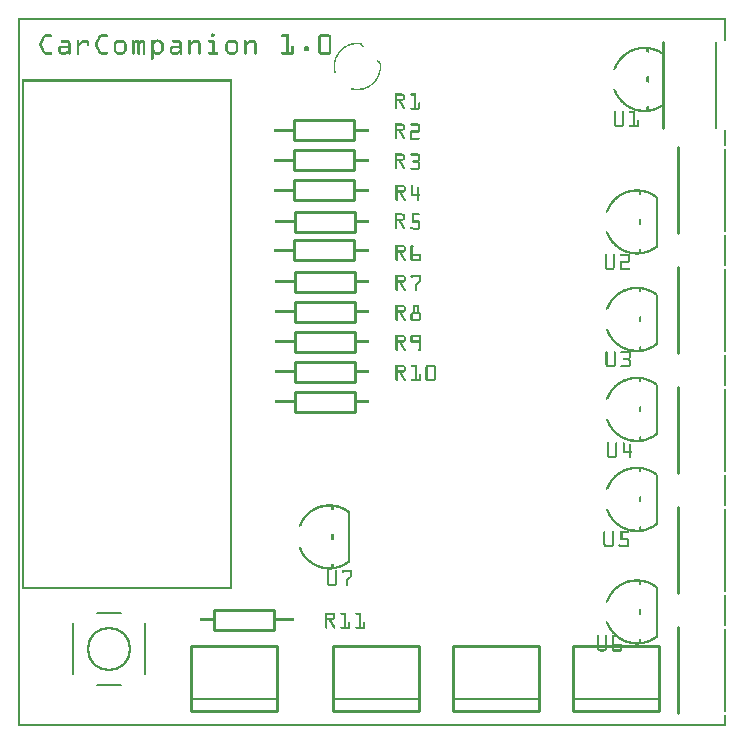
<source format=gto>
G04 MADE WITH FRITZING*
G04 WWW.FRITZING.ORG*
G04 DOUBLE SIDED*
G04 HOLES PLATED*
G04 CONTOUR ON CENTER OF CONTOUR VECTOR*
%ASAXBY*%
%FSLAX23Y23*%
%MOIN*%
%OFA0B0*%
%SFA1.0B1.0*%
%ADD10C,0.148000X0.132*%
%ADD11C,0.008000*%
%ADD12C,0.010000*%
%ADD13C,0.005000*%
%ADD14R,0.001000X0.001000*%
%LNSILK1*%
G90*
G70*
G54D10*
X303Y259D03*
G54D11*
X183Y344D02*
X183Y174D01*
D02*
X423Y174D02*
X423Y344D01*
D02*
X264Y379D02*
X343Y379D01*
D02*
X263Y139D02*
X343Y139D01*
D02*
X2129Y1274D02*
X2129Y1439D01*
D02*
X2129Y974D02*
X2129Y1139D01*
D02*
X2129Y299D02*
X2129Y464D01*
D02*
X2129Y674D02*
X2129Y839D01*
D02*
X2129Y1599D02*
X2129Y1764D01*
D02*
X2154Y2074D02*
X2154Y2239D01*
G54D12*
D02*
X2138Y269D02*
X1852Y269D01*
D02*
X1852Y269D02*
X1852Y53D01*
D02*
X1852Y53D02*
X2138Y53D01*
D02*
X2138Y53D02*
X2138Y269D01*
G54D13*
D02*
X1852Y93D02*
X2138Y93D01*
G54D12*
D02*
X2200Y1130D02*
X2200Y844D01*
D02*
X2200Y1530D02*
X2200Y1244D01*
D02*
X1738Y269D02*
X1452Y269D01*
D02*
X1452Y269D02*
X1452Y53D01*
D02*
X1452Y53D02*
X1738Y53D01*
D02*
X1738Y53D02*
X1738Y269D01*
G54D13*
D02*
X1452Y93D02*
X1738Y93D01*
G54D12*
D02*
X1338Y269D02*
X1052Y269D01*
D02*
X1052Y269D02*
X1052Y53D01*
D02*
X1052Y53D02*
X1338Y53D01*
D02*
X1338Y53D02*
X1338Y269D01*
G54D13*
D02*
X1052Y93D02*
X1338Y93D01*
G54D12*
D02*
X863Y269D02*
X577Y269D01*
D02*
X577Y269D02*
X577Y53D01*
D02*
X577Y53D02*
X863Y53D01*
D02*
X863Y53D02*
X863Y269D01*
G54D13*
D02*
X577Y93D02*
X863Y93D01*
G54D12*
D02*
X2200Y330D02*
X2200Y44D01*
D02*
X2200Y730D02*
X2200Y444D01*
D02*
X2200Y1930D02*
X2200Y1644D01*
D02*
X2151Y2280D02*
X2151Y1995D01*
G54D13*
D02*
X2327Y1995D02*
X2327Y2280D01*
G54D12*
D02*
X922Y1820D02*
X1122Y1820D01*
D02*
X1122Y1820D02*
X1122Y1754D01*
D02*
X1122Y1754D02*
X922Y1754D01*
D02*
X922Y1754D02*
X922Y1820D01*
D02*
X922Y1620D02*
X1122Y1620D01*
D02*
X1122Y1620D02*
X1122Y1554D01*
D02*
X1122Y1554D02*
X922Y1554D01*
D02*
X922Y1554D02*
X922Y1620D01*
D02*
X924Y1314D02*
X1124Y1314D01*
D02*
X1124Y1314D02*
X1124Y1248D01*
D02*
X1124Y1248D02*
X924Y1248D01*
D02*
X924Y1248D02*
X924Y1314D01*
D02*
X855Y323D02*
X655Y323D01*
D02*
X655Y323D02*
X655Y389D01*
D02*
X655Y389D02*
X855Y389D01*
D02*
X855Y389D02*
X855Y323D01*
D02*
X922Y2020D02*
X1122Y2020D01*
D02*
X1122Y2020D02*
X1122Y1954D01*
D02*
X1122Y1954D02*
X922Y1954D01*
D02*
X922Y1954D02*
X922Y2020D01*
D02*
X924Y1714D02*
X1124Y1714D01*
D02*
X1124Y1714D02*
X1124Y1648D01*
D02*
X1124Y1648D02*
X924Y1648D01*
D02*
X924Y1648D02*
X924Y1714D01*
D02*
X924Y1514D02*
X1124Y1514D01*
D02*
X1124Y1514D02*
X1124Y1448D01*
D02*
X1124Y1448D02*
X924Y1448D01*
D02*
X924Y1448D02*
X924Y1514D01*
D02*
X924Y1214D02*
X1124Y1214D01*
D02*
X1124Y1214D02*
X1124Y1148D01*
D02*
X1124Y1148D02*
X924Y1148D01*
D02*
X924Y1148D02*
X924Y1214D01*
D02*
X924Y1414D02*
X1124Y1414D01*
D02*
X1124Y1414D02*
X1124Y1348D01*
D02*
X1124Y1348D02*
X924Y1348D01*
D02*
X924Y1348D02*
X924Y1414D01*
D02*
X924Y1114D02*
X1124Y1114D01*
D02*
X1124Y1114D02*
X1124Y1048D01*
D02*
X1124Y1048D02*
X924Y1048D01*
D02*
X924Y1048D02*
X924Y1114D01*
D02*
X922Y1920D02*
X1122Y1920D01*
D02*
X1122Y1920D02*
X1122Y1854D01*
D02*
X1122Y1854D02*
X922Y1854D01*
D02*
X922Y1854D02*
X922Y1920D01*
G54D11*
D02*
X1104Y549D02*
X1104Y714D01*
G54D14*
X0Y2362D02*
X2361Y2362D01*
X0Y2361D02*
X2361Y2361D01*
X0Y2360D02*
X2361Y2360D01*
X0Y2359D02*
X2361Y2359D01*
X0Y2358D02*
X2361Y2358D01*
X0Y2357D02*
X2361Y2357D01*
X0Y2356D02*
X2361Y2356D01*
X0Y2355D02*
X2361Y2355D01*
X0Y2354D02*
X7Y2354D01*
X2354Y2354D02*
X2361Y2354D01*
X0Y2353D02*
X7Y2353D01*
X2354Y2353D02*
X2361Y2353D01*
X0Y2352D02*
X7Y2352D01*
X2354Y2352D02*
X2361Y2352D01*
X0Y2351D02*
X7Y2351D01*
X2354Y2351D02*
X2361Y2351D01*
X0Y2350D02*
X7Y2350D01*
X2354Y2350D02*
X2361Y2350D01*
X0Y2349D02*
X7Y2349D01*
X2354Y2349D02*
X2361Y2349D01*
X0Y2348D02*
X7Y2348D01*
X2354Y2348D02*
X2361Y2348D01*
X0Y2347D02*
X7Y2347D01*
X2354Y2347D02*
X2361Y2347D01*
X0Y2346D02*
X7Y2346D01*
X2354Y2346D02*
X2361Y2346D01*
X0Y2345D02*
X7Y2345D01*
X2354Y2345D02*
X2361Y2345D01*
X0Y2344D02*
X7Y2344D01*
X2354Y2344D02*
X2361Y2344D01*
X0Y2343D02*
X7Y2343D01*
X2354Y2343D02*
X2361Y2343D01*
X0Y2342D02*
X7Y2342D01*
X2354Y2342D02*
X2361Y2342D01*
X0Y2341D02*
X7Y2341D01*
X2354Y2341D02*
X2361Y2341D01*
X0Y2340D02*
X7Y2340D01*
X2354Y2340D02*
X2361Y2340D01*
X0Y2339D02*
X7Y2339D01*
X2354Y2339D02*
X2361Y2339D01*
X0Y2338D02*
X7Y2338D01*
X2354Y2338D02*
X2361Y2338D01*
X0Y2337D02*
X7Y2337D01*
X2354Y2337D02*
X2361Y2337D01*
X0Y2336D02*
X7Y2336D01*
X2354Y2336D02*
X2361Y2336D01*
X0Y2335D02*
X7Y2335D01*
X2354Y2335D02*
X2361Y2335D01*
X0Y2334D02*
X7Y2334D01*
X2354Y2334D02*
X2361Y2334D01*
X0Y2333D02*
X7Y2333D01*
X2354Y2333D02*
X2361Y2333D01*
X0Y2332D02*
X7Y2332D01*
X2354Y2332D02*
X2361Y2332D01*
X0Y2331D02*
X7Y2331D01*
X2354Y2331D02*
X2361Y2331D01*
X0Y2330D02*
X7Y2330D01*
X2354Y2330D02*
X2361Y2330D01*
X0Y2329D02*
X7Y2329D01*
X2354Y2329D02*
X2361Y2329D01*
X0Y2328D02*
X7Y2328D01*
X2354Y2328D02*
X2361Y2328D01*
X0Y2327D02*
X7Y2327D01*
X2354Y2327D02*
X2361Y2327D01*
X0Y2326D02*
X7Y2326D01*
X2354Y2326D02*
X2361Y2326D01*
X0Y2325D02*
X7Y2325D01*
X2354Y2325D02*
X2361Y2325D01*
X0Y2324D02*
X7Y2324D01*
X2354Y2324D02*
X2361Y2324D01*
X0Y2323D02*
X7Y2323D01*
X2354Y2323D02*
X2361Y2323D01*
X0Y2322D02*
X7Y2322D01*
X2354Y2322D02*
X2361Y2322D01*
X0Y2321D02*
X7Y2321D01*
X2354Y2321D02*
X2361Y2321D01*
X0Y2320D02*
X7Y2320D01*
X2354Y2320D02*
X2361Y2320D01*
X0Y2319D02*
X7Y2319D01*
X2354Y2319D02*
X2361Y2319D01*
X0Y2318D02*
X7Y2318D01*
X2354Y2318D02*
X2361Y2318D01*
X0Y2317D02*
X7Y2317D01*
X2354Y2317D02*
X2361Y2317D01*
X0Y2316D02*
X7Y2316D01*
X2354Y2316D02*
X2361Y2316D01*
X0Y2315D02*
X7Y2315D01*
X2354Y2315D02*
X2361Y2315D01*
X0Y2314D02*
X7Y2314D01*
X2354Y2314D02*
X2361Y2314D01*
X0Y2313D02*
X7Y2313D01*
X2354Y2313D02*
X2361Y2313D01*
X0Y2312D02*
X7Y2312D01*
X2354Y2312D02*
X2361Y2312D01*
X0Y2311D02*
X7Y2311D01*
X2354Y2311D02*
X2361Y2311D01*
X0Y2310D02*
X7Y2310D01*
X647Y2310D02*
X651Y2310D01*
X2354Y2310D02*
X2361Y2310D01*
X0Y2309D02*
X7Y2309D01*
X644Y2309D02*
X653Y2309D01*
X2354Y2309D02*
X2361Y2309D01*
X0Y2308D02*
X7Y2308D01*
X643Y2308D02*
X654Y2308D01*
X2354Y2308D02*
X2361Y2308D01*
X0Y2307D02*
X7Y2307D01*
X643Y2307D02*
X655Y2307D01*
X2354Y2307D02*
X2361Y2307D01*
X0Y2306D02*
X7Y2306D01*
X91Y2306D02*
X111Y2306D01*
X277Y2306D02*
X297Y2306D01*
X643Y2306D02*
X655Y2306D01*
X880Y2306D02*
X903Y2306D01*
X1008Y2306D02*
X1038Y2306D01*
X2354Y2306D02*
X2361Y2306D01*
X0Y2305D02*
X7Y2305D01*
X88Y2305D02*
X113Y2305D01*
X274Y2305D02*
X299Y2305D01*
X643Y2305D02*
X655Y2305D01*
X879Y2305D02*
X903Y2305D01*
X1006Y2305D02*
X1040Y2305D01*
X2354Y2305D02*
X2361Y2305D01*
X0Y2304D02*
X7Y2304D01*
X87Y2304D02*
X113Y2304D01*
X273Y2304D02*
X299Y2304D01*
X643Y2304D02*
X655Y2304D01*
X879Y2304D02*
X903Y2304D01*
X1005Y2304D02*
X1041Y2304D01*
X2354Y2304D02*
X2361Y2304D01*
X0Y2303D02*
X7Y2303D01*
X86Y2303D02*
X114Y2303D01*
X272Y2303D02*
X300Y2303D01*
X643Y2303D02*
X655Y2303D01*
X878Y2303D02*
X903Y2303D01*
X1004Y2303D02*
X1042Y2303D01*
X2354Y2303D02*
X2361Y2303D01*
X0Y2302D02*
X7Y2302D01*
X85Y2302D02*
X114Y2302D01*
X271Y2302D02*
X300Y2302D01*
X643Y2302D02*
X655Y2302D01*
X878Y2302D02*
X903Y2302D01*
X1003Y2302D02*
X1043Y2302D01*
X2354Y2302D02*
X2361Y2302D01*
X0Y2301D02*
X7Y2301D01*
X84Y2301D02*
X114Y2301D01*
X270Y2301D02*
X300Y2301D01*
X643Y2301D02*
X655Y2301D01*
X878Y2301D02*
X903Y2301D01*
X1003Y2301D02*
X1043Y2301D01*
X2354Y2301D02*
X2361Y2301D01*
X0Y2300D02*
X7Y2300D01*
X83Y2300D02*
X113Y2300D01*
X269Y2300D02*
X299Y2300D01*
X643Y2300D02*
X654Y2300D01*
X879Y2300D02*
X903Y2300D01*
X1002Y2300D02*
X1044Y2300D01*
X2354Y2300D02*
X2361Y2300D01*
X0Y2299D02*
X7Y2299D01*
X83Y2299D02*
X112Y2299D01*
X269Y2299D02*
X298Y2299D01*
X644Y2299D02*
X653Y2299D01*
X879Y2299D02*
X903Y2299D01*
X1002Y2299D02*
X1044Y2299D01*
X2354Y2299D02*
X2361Y2299D01*
X0Y2298D02*
X7Y2298D01*
X82Y2298D02*
X111Y2298D01*
X268Y2298D02*
X297Y2298D01*
X646Y2298D02*
X652Y2298D01*
X881Y2298D02*
X903Y2298D01*
X1002Y2298D02*
X1044Y2298D01*
X2354Y2298D02*
X2361Y2298D01*
X0Y2297D02*
X7Y2297D01*
X82Y2297D02*
X91Y2297D01*
X268Y2297D02*
X277Y2297D01*
X895Y2297D02*
X903Y2297D01*
X1002Y2297D02*
X1010Y2297D01*
X1036Y2297D02*
X1044Y2297D01*
X2354Y2297D02*
X2361Y2297D01*
X0Y2296D02*
X7Y2296D01*
X81Y2296D02*
X90Y2296D01*
X267Y2296D02*
X276Y2296D01*
X895Y2296D02*
X903Y2296D01*
X1002Y2296D02*
X1010Y2296D01*
X1036Y2296D02*
X1044Y2296D01*
X2354Y2296D02*
X2361Y2296D01*
X0Y2295D02*
X7Y2295D01*
X81Y2295D02*
X90Y2295D01*
X267Y2295D02*
X276Y2295D01*
X895Y2295D02*
X903Y2295D01*
X1002Y2295D02*
X1010Y2295D01*
X1036Y2295D02*
X1044Y2295D01*
X2354Y2295D02*
X2361Y2295D01*
X0Y2294D02*
X7Y2294D01*
X80Y2294D02*
X89Y2294D01*
X266Y2294D02*
X275Y2294D01*
X895Y2294D02*
X903Y2294D01*
X1002Y2294D02*
X1010Y2294D01*
X1036Y2294D02*
X1044Y2294D01*
X2354Y2294D02*
X2361Y2294D01*
X0Y2293D02*
X7Y2293D01*
X80Y2293D02*
X88Y2293D01*
X266Y2293D02*
X274Y2293D01*
X895Y2293D02*
X903Y2293D01*
X1002Y2293D02*
X1010Y2293D01*
X1036Y2293D02*
X1044Y2293D01*
X2354Y2293D02*
X2361Y2293D01*
X0Y2292D02*
X7Y2292D01*
X79Y2292D02*
X88Y2292D01*
X265Y2292D02*
X274Y2292D01*
X895Y2292D02*
X903Y2292D01*
X1002Y2292D02*
X1010Y2292D01*
X1036Y2292D02*
X1044Y2292D01*
X2354Y2292D02*
X2361Y2292D01*
X0Y2291D02*
X7Y2291D01*
X79Y2291D02*
X87Y2291D01*
X265Y2291D02*
X273Y2291D01*
X895Y2291D02*
X903Y2291D01*
X1002Y2291D02*
X1010Y2291D01*
X1036Y2291D02*
X1044Y2291D01*
X2354Y2291D02*
X2361Y2291D01*
X0Y2290D02*
X7Y2290D01*
X78Y2290D02*
X87Y2290D01*
X264Y2290D02*
X273Y2290D01*
X464Y2290D02*
X466Y2290D01*
X895Y2290D02*
X903Y2290D01*
X1002Y2290D02*
X1010Y2290D01*
X1036Y2290D02*
X1044Y2290D01*
X2354Y2290D02*
X2361Y2290D01*
X0Y2289D02*
X7Y2289D01*
X78Y2289D02*
X86Y2289D01*
X264Y2289D02*
X272Y2289D01*
X446Y2289D02*
X450Y2289D01*
X460Y2289D02*
X470Y2289D01*
X895Y2289D02*
X903Y2289D01*
X1002Y2289D02*
X1010Y2289D01*
X1036Y2289D02*
X1044Y2289D01*
X2354Y2289D02*
X2361Y2289D01*
X0Y2288D02*
X7Y2288D01*
X77Y2288D02*
X86Y2288D01*
X146Y2288D02*
X164Y2288D01*
X199Y2288D02*
X200Y2288D01*
X216Y2288D02*
X227Y2288D01*
X263Y2288D02*
X272Y2288D01*
X334Y2288D02*
X348Y2288D01*
X385Y2288D02*
X386Y2288D01*
X395Y2288D02*
X398Y2288D01*
X445Y2288D02*
X451Y2288D01*
X458Y2288D02*
X472Y2288D01*
X518Y2288D02*
X536Y2288D01*
X571Y2288D02*
X572Y2288D01*
X590Y2288D02*
X598Y2288D01*
X638Y2288D02*
X651Y2288D01*
X706Y2288D02*
X720Y2288D01*
X757Y2288D02*
X758Y2288D01*
X776Y2288D02*
X784Y2288D01*
X895Y2288D02*
X903Y2288D01*
X1002Y2288D02*
X1010Y2288D01*
X1036Y2288D02*
X1044Y2288D01*
X2354Y2288D02*
X2361Y2288D01*
X0Y2287D02*
X7Y2287D01*
X77Y2287D02*
X85Y2287D01*
X144Y2287D02*
X167Y2287D01*
X197Y2287D02*
X202Y2287D01*
X214Y2287D02*
X230Y2287D01*
X263Y2287D02*
X271Y2287D01*
X331Y2287D02*
X351Y2287D01*
X383Y2287D02*
X388Y2287D01*
X392Y2287D02*
X401Y2287D01*
X410Y2287D02*
X417Y2287D01*
X444Y2287D02*
X451Y2287D01*
X456Y2287D02*
X474Y2287D01*
X516Y2287D02*
X539Y2287D01*
X569Y2287D02*
X574Y2287D01*
X587Y2287D02*
X601Y2287D01*
X636Y2287D02*
X653Y2287D01*
X703Y2287D02*
X723Y2287D01*
X755Y2287D02*
X760Y2287D01*
X773Y2287D02*
X787Y2287D01*
X895Y2287D02*
X903Y2287D01*
X1002Y2287D02*
X1010Y2287D01*
X1036Y2287D02*
X1044Y2287D01*
X2354Y2287D02*
X2361Y2287D01*
X0Y2286D02*
X7Y2286D01*
X76Y2286D02*
X85Y2286D01*
X143Y2286D02*
X169Y2286D01*
X197Y2286D02*
X203Y2286D01*
X213Y2286D02*
X232Y2286D01*
X262Y2286D02*
X271Y2286D01*
X329Y2286D02*
X353Y2286D01*
X382Y2286D02*
X388Y2286D01*
X391Y2286D02*
X403Y2286D01*
X408Y2286D02*
X419Y2286D01*
X444Y2286D02*
X452Y2286D01*
X455Y2286D02*
X475Y2286D01*
X515Y2286D02*
X541Y2286D01*
X569Y2286D02*
X575Y2286D01*
X585Y2286D02*
X603Y2286D01*
X635Y2286D02*
X654Y2286D01*
X701Y2286D02*
X725Y2286D01*
X755Y2286D02*
X761Y2286D01*
X771Y2286D02*
X789Y2286D01*
X895Y2286D02*
X903Y2286D01*
X1002Y2286D02*
X1010Y2286D01*
X1036Y2286D02*
X1044Y2286D01*
X2354Y2286D02*
X2361Y2286D01*
X0Y2285D02*
X7Y2285D01*
X76Y2285D02*
X84Y2285D01*
X143Y2285D02*
X170Y2285D01*
X196Y2285D02*
X203Y2285D01*
X212Y2285D02*
X233Y2285D01*
X262Y2285D02*
X270Y2285D01*
X328Y2285D02*
X354Y2285D01*
X382Y2285D02*
X404Y2285D01*
X407Y2285D02*
X420Y2285D01*
X444Y2285D02*
X452Y2285D01*
X454Y2285D02*
X476Y2285D01*
X515Y2285D02*
X542Y2285D01*
X568Y2285D02*
X575Y2285D01*
X583Y2285D02*
X604Y2285D01*
X634Y2285D02*
X655Y2285D01*
X700Y2285D02*
X726Y2285D01*
X754Y2285D02*
X761Y2285D01*
X769Y2285D02*
X790Y2285D01*
X895Y2285D02*
X903Y2285D01*
X1002Y2285D02*
X1010Y2285D01*
X1036Y2285D02*
X1044Y2285D01*
X0Y2284D02*
X7Y2284D01*
X75Y2284D02*
X84Y2284D01*
X143Y2284D02*
X171Y2284D01*
X196Y2284D02*
X204Y2284D01*
X211Y2284D02*
X234Y2284D01*
X261Y2284D02*
X270Y2284D01*
X326Y2284D02*
X355Y2284D01*
X381Y2284D02*
X421Y2284D01*
X444Y2284D02*
X477Y2284D01*
X515Y2284D02*
X543Y2284D01*
X568Y2284D02*
X576Y2284D01*
X582Y2284D02*
X605Y2284D01*
X634Y2284D02*
X655Y2284D01*
X698Y2284D02*
X727Y2284D01*
X754Y2284D02*
X762Y2284D01*
X768Y2284D02*
X791Y2284D01*
X895Y2284D02*
X903Y2284D01*
X1002Y2284D02*
X1010Y2284D01*
X1036Y2284D02*
X1044Y2284D01*
X0Y2283D02*
X7Y2283D01*
X75Y2283D02*
X83Y2283D01*
X143Y2283D02*
X172Y2283D01*
X196Y2283D02*
X204Y2283D01*
X210Y2283D02*
X235Y2283D01*
X261Y2283D02*
X269Y2283D01*
X325Y2283D02*
X357Y2283D01*
X381Y2283D02*
X422Y2283D01*
X444Y2283D02*
X479Y2283D01*
X515Y2283D02*
X544Y2283D01*
X568Y2283D02*
X576Y2283D01*
X580Y2283D02*
X606Y2283D01*
X634Y2283D02*
X655Y2283D01*
X697Y2283D02*
X729Y2283D01*
X754Y2283D02*
X762Y2283D01*
X766Y2283D02*
X792Y2283D01*
X895Y2283D02*
X903Y2283D01*
X1002Y2283D02*
X1010Y2283D01*
X1036Y2283D02*
X1044Y2283D01*
X0Y2282D02*
X7Y2282D01*
X74Y2282D02*
X83Y2282D01*
X143Y2282D02*
X173Y2282D01*
X196Y2282D02*
X204Y2282D01*
X209Y2282D02*
X236Y2282D01*
X260Y2282D02*
X269Y2282D01*
X324Y2282D02*
X358Y2282D01*
X381Y2282D02*
X422Y2282D01*
X444Y2282D02*
X480Y2282D01*
X515Y2282D02*
X545Y2282D01*
X568Y2282D02*
X576Y2282D01*
X578Y2282D02*
X607Y2282D01*
X635Y2282D02*
X655Y2282D01*
X696Y2282D02*
X730Y2282D01*
X754Y2282D02*
X762Y2282D01*
X764Y2282D02*
X793Y2282D01*
X895Y2282D02*
X903Y2282D01*
X1002Y2282D02*
X1010Y2282D01*
X1036Y2282D02*
X1044Y2282D01*
X0Y2281D02*
X7Y2281D01*
X74Y2281D02*
X82Y2281D01*
X144Y2281D02*
X173Y2281D01*
X196Y2281D02*
X204Y2281D01*
X207Y2281D02*
X236Y2281D01*
X260Y2281D02*
X268Y2281D01*
X323Y2281D02*
X359Y2281D01*
X381Y2281D02*
X423Y2281D01*
X444Y2281D02*
X462Y2281D01*
X468Y2281D02*
X481Y2281D01*
X516Y2281D02*
X545Y2281D01*
X568Y2281D02*
X607Y2281D01*
X635Y2281D02*
X655Y2281D01*
X695Y2281D02*
X731Y2281D01*
X754Y2281D02*
X793Y2281D01*
X895Y2281D02*
X903Y2281D01*
X1002Y2281D02*
X1010Y2281D01*
X1036Y2281D02*
X1044Y2281D01*
X0Y2280D02*
X7Y2280D01*
X73Y2280D02*
X82Y2280D01*
X145Y2280D02*
X174Y2280D01*
X196Y2280D02*
X204Y2280D01*
X206Y2280D02*
X237Y2280D01*
X259Y2280D02*
X268Y2280D01*
X322Y2280D02*
X360Y2280D01*
X381Y2280D02*
X423Y2280D01*
X444Y2280D02*
X461Y2280D01*
X470Y2280D02*
X482Y2280D01*
X517Y2280D02*
X546Y2280D01*
X568Y2280D02*
X608Y2280D01*
X637Y2280D02*
X655Y2280D01*
X694Y2280D02*
X732Y2280D01*
X754Y2280D02*
X794Y2280D01*
X895Y2280D02*
X903Y2280D01*
X1002Y2280D02*
X1010Y2280D01*
X1036Y2280D02*
X1044Y2280D01*
X0Y2279D02*
X7Y2279D01*
X73Y2279D02*
X81Y2279D01*
X165Y2279D02*
X174Y2279D01*
X196Y2279D02*
X217Y2279D01*
X228Y2279D02*
X237Y2279D01*
X259Y2279D02*
X267Y2279D01*
X322Y2279D02*
X333Y2279D01*
X349Y2279D02*
X360Y2279D01*
X381Y2279D02*
X395Y2279D01*
X398Y2279D02*
X412Y2279D01*
X415Y2279D02*
X423Y2279D01*
X444Y2279D02*
X460Y2279D01*
X471Y2279D02*
X483Y2279D01*
X537Y2279D02*
X546Y2279D01*
X568Y2279D02*
X589Y2279D01*
X599Y2279D02*
X608Y2279D01*
X647Y2279D02*
X655Y2279D01*
X694Y2279D02*
X705Y2279D01*
X721Y2279D02*
X732Y2279D01*
X754Y2279D02*
X775Y2279D01*
X785Y2279D02*
X794Y2279D01*
X895Y2279D02*
X903Y2279D01*
X1002Y2279D02*
X1010Y2279D01*
X1036Y2279D02*
X1044Y2279D01*
X0Y2278D02*
X7Y2278D01*
X73Y2278D02*
X81Y2278D01*
X166Y2278D02*
X174Y2278D01*
X196Y2278D02*
X216Y2278D01*
X229Y2278D02*
X238Y2278D01*
X259Y2278D02*
X267Y2278D01*
X321Y2278D02*
X332Y2278D01*
X350Y2278D02*
X361Y2278D01*
X381Y2278D02*
X394Y2278D01*
X399Y2278D02*
X411Y2278D01*
X416Y2278D02*
X423Y2278D01*
X444Y2278D02*
X459Y2278D01*
X472Y2278D02*
X483Y2278D01*
X538Y2278D02*
X546Y2278D01*
X568Y2278D02*
X587Y2278D01*
X600Y2278D02*
X608Y2278D01*
X647Y2278D02*
X655Y2278D01*
X693Y2278D02*
X704Y2278D01*
X722Y2278D02*
X733Y2278D01*
X754Y2278D02*
X773Y2278D01*
X786Y2278D02*
X795Y2278D01*
X895Y2278D02*
X903Y2278D01*
X1002Y2278D02*
X1010Y2278D01*
X1036Y2278D02*
X1044Y2278D01*
X1121Y2278D02*
X1142Y2278D01*
X0Y2277D02*
X7Y2277D01*
X72Y2277D02*
X81Y2277D01*
X167Y2277D02*
X175Y2277D01*
X196Y2277D02*
X215Y2277D01*
X230Y2277D02*
X238Y2277D01*
X258Y2277D02*
X267Y2277D01*
X321Y2277D02*
X330Y2277D01*
X352Y2277D02*
X361Y2277D01*
X381Y2277D02*
X393Y2277D01*
X399Y2277D02*
X410Y2277D01*
X416Y2277D02*
X423Y2277D01*
X444Y2277D02*
X458Y2277D01*
X473Y2277D02*
X484Y2277D01*
X539Y2277D02*
X547Y2277D01*
X568Y2277D02*
X586Y2277D01*
X601Y2277D02*
X609Y2277D01*
X647Y2277D02*
X655Y2277D01*
X693Y2277D02*
X702Y2277D01*
X724Y2277D02*
X733Y2277D01*
X754Y2277D02*
X772Y2277D01*
X787Y2277D02*
X795Y2277D01*
X895Y2277D02*
X903Y2277D01*
X1002Y2277D02*
X1010Y2277D01*
X1036Y2277D02*
X1044Y2277D01*
X1115Y2277D02*
X1144Y2277D01*
X0Y2276D02*
X7Y2276D01*
X72Y2276D02*
X80Y2276D01*
X167Y2276D02*
X175Y2276D01*
X196Y2276D02*
X214Y2276D01*
X230Y2276D02*
X238Y2276D01*
X258Y2276D02*
X266Y2276D01*
X321Y2276D02*
X329Y2276D01*
X353Y2276D02*
X361Y2276D01*
X381Y2276D02*
X391Y2276D01*
X399Y2276D02*
X409Y2276D01*
X416Y2276D02*
X423Y2276D01*
X444Y2276D02*
X457Y2276D01*
X474Y2276D02*
X485Y2276D01*
X539Y2276D02*
X547Y2276D01*
X568Y2276D02*
X584Y2276D01*
X601Y2276D02*
X609Y2276D01*
X647Y2276D02*
X655Y2276D01*
X693Y2276D02*
X701Y2276D01*
X725Y2276D02*
X733Y2276D01*
X754Y2276D02*
X770Y2276D01*
X787Y2276D02*
X795Y2276D01*
X895Y2276D02*
X903Y2276D01*
X1002Y2276D02*
X1010Y2276D01*
X1036Y2276D02*
X1044Y2276D01*
X1111Y2276D02*
X1145Y2276D01*
X0Y2275D02*
X7Y2275D01*
X72Y2275D02*
X80Y2275D01*
X167Y2275D02*
X175Y2275D01*
X196Y2275D02*
X213Y2275D01*
X230Y2275D02*
X238Y2275D01*
X258Y2275D02*
X266Y2275D01*
X320Y2275D02*
X329Y2275D01*
X353Y2275D02*
X362Y2275D01*
X381Y2275D02*
X390Y2275D01*
X399Y2275D02*
X407Y2275D01*
X416Y2275D02*
X423Y2275D01*
X444Y2275D02*
X456Y2275D01*
X475Y2275D02*
X485Y2275D01*
X539Y2275D02*
X547Y2275D01*
X568Y2275D02*
X583Y2275D01*
X601Y2275D02*
X609Y2275D01*
X647Y2275D02*
X655Y2275D01*
X692Y2275D02*
X701Y2275D01*
X725Y2275D02*
X734Y2275D01*
X754Y2275D02*
X769Y2275D01*
X787Y2275D02*
X795Y2275D01*
X895Y2275D02*
X903Y2275D01*
X1002Y2275D02*
X1010Y2275D01*
X1036Y2275D02*
X1044Y2275D01*
X1108Y2275D02*
X1146Y2275D01*
X0Y2274D02*
X7Y2274D01*
X72Y2274D02*
X80Y2274D01*
X167Y2274D02*
X175Y2274D01*
X196Y2274D02*
X212Y2274D01*
X230Y2274D02*
X238Y2274D01*
X258Y2274D02*
X266Y2274D01*
X320Y2274D02*
X328Y2274D01*
X354Y2274D02*
X362Y2274D01*
X381Y2274D02*
X389Y2274D01*
X399Y2274D02*
X407Y2274D01*
X416Y2274D02*
X423Y2274D01*
X444Y2274D02*
X455Y2274D01*
X476Y2274D02*
X486Y2274D01*
X539Y2274D02*
X547Y2274D01*
X568Y2274D02*
X581Y2274D01*
X601Y2274D02*
X609Y2274D01*
X647Y2274D02*
X655Y2274D01*
X692Y2274D02*
X700Y2274D01*
X726Y2274D02*
X734Y2274D01*
X754Y2274D02*
X767Y2274D01*
X787Y2274D02*
X795Y2274D01*
X895Y2274D02*
X903Y2274D01*
X1002Y2274D02*
X1010Y2274D01*
X1036Y2274D02*
X1044Y2274D01*
X1105Y2274D02*
X1147Y2274D01*
X0Y2273D02*
X7Y2273D01*
X72Y2273D02*
X80Y2273D01*
X167Y2273D02*
X175Y2273D01*
X196Y2273D02*
X210Y2273D01*
X230Y2273D02*
X238Y2273D01*
X258Y2273D02*
X266Y2273D01*
X320Y2273D02*
X328Y2273D01*
X354Y2273D02*
X362Y2273D01*
X381Y2273D02*
X389Y2273D01*
X399Y2273D02*
X407Y2273D01*
X416Y2273D02*
X423Y2273D01*
X444Y2273D02*
X454Y2273D01*
X477Y2273D02*
X486Y2273D01*
X539Y2273D02*
X547Y2273D01*
X568Y2273D02*
X580Y2273D01*
X601Y2273D02*
X609Y2273D01*
X647Y2273D02*
X655Y2273D01*
X692Y2273D02*
X700Y2273D01*
X726Y2273D02*
X734Y2273D01*
X754Y2273D02*
X766Y2273D01*
X787Y2273D02*
X795Y2273D01*
X895Y2273D02*
X903Y2273D01*
X1002Y2273D02*
X1010Y2273D01*
X1036Y2273D02*
X1044Y2273D01*
X1102Y2273D02*
X1121Y2273D01*
X1142Y2273D02*
X1148Y2273D01*
X0Y2272D02*
X7Y2272D01*
X72Y2272D02*
X80Y2272D01*
X167Y2272D02*
X175Y2272D01*
X196Y2272D02*
X209Y2272D01*
X230Y2272D02*
X238Y2272D01*
X258Y2272D02*
X266Y2272D01*
X320Y2272D02*
X328Y2272D01*
X354Y2272D02*
X362Y2272D01*
X381Y2272D02*
X389Y2272D01*
X399Y2272D02*
X407Y2272D01*
X416Y2272D02*
X423Y2272D01*
X444Y2272D02*
X453Y2272D01*
X478Y2272D02*
X486Y2272D01*
X539Y2272D02*
X547Y2272D01*
X568Y2272D02*
X578Y2272D01*
X601Y2272D02*
X609Y2272D01*
X647Y2272D02*
X655Y2272D01*
X692Y2272D02*
X700Y2272D01*
X726Y2272D02*
X734Y2272D01*
X754Y2272D02*
X764Y2272D01*
X787Y2272D02*
X795Y2272D01*
X895Y2272D02*
X903Y2272D01*
X1002Y2272D02*
X1010Y2272D01*
X1036Y2272D02*
X1044Y2272D01*
X1100Y2272D02*
X1115Y2272D01*
X1143Y2272D02*
X1149Y2272D01*
X0Y2271D02*
X7Y2271D01*
X72Y2271D02*
X80Y2271D01*
X167Y2271D02*
X175Y2271D01*
X196Y2271D02*
X208Y2271D01*
X231Y2271D02*
X237Y2271D01*
X258Y2271D02*
X266Y2271D01*
X320Y2271D02*
X328Y2271D01*
X354Y2271D02*
X362Y2271D01*
X381Y2271D02*
X389Y2271D01*
X399Y2271D02*
X407Y2271D01*
X416Y2271D02*
X423Y2271D01*
X444Y2271D02*
X452Y2271D01*
X478Y2271D02*
X486Y2271D01*
X539Y2271D02*
X547Y2271D01*
X568Y2271D02*
X577Y2271D01*
X601Y2271D02*
X609Y2271D01*
X647Y2271D02*
X655Y2271D01*
X692Y2271D02*
X700Y2271D01*
X726Y2271D02*
X734Y2271D01*
X754Y2271D02*
X763Y2271D01*
X787Y2271D02*
X795Y2271D01*
X895Y2271D02*
X903Y2271D01*
X1002Y2271D02*
X1010Y2271D01*
X1036Y2271D02*
X1044Y2271D01*
X1098Y2271D02*
X1111Y2271D01*
X1144Y2271D02*
X1150Y2271D01*
X0Y2270D02*
X7Y2270D01*
X72Y2270D02*
X80Y2270D01*
X167Y2270D02*
X175Y2270D01*
X196Y2270D02*
X207Y2270D01*
X231Y2270D02*
X237Y2270D01*
X258Y2270D02*
X266Y2270D01*
X320Y2270D02*
X328Y2270D01*
X354Y2270D02*
X362Y2270D01*
X381Y2270D02*
X389Y2270D01*
X399Y2270D02*
X407Y2270D01*
X416Y2270D02*
X424Y2270D01*
X444Y2270D02*
X452Y2270D01*
X478Y2270D02*
X486Y2270D01*
X539Y2270D02*
X547Y2270D01*
X568Y2270D02*
X576Y2270D01*
X601Y2270D02*
X609Y2270D01*
X647Y2270D02*
X655Y2270D01*
X692Y2270D02*
X700Y2270D01*
X726Y2270D02*
X734Y2270D01*
X754Y2270D02*
X762Y2270D01*
X787Y2270D02*
X795Y2270D01*
X895Y2270D02*
X903Y2270D01*
X1002Y2270D02*
X1010Y2270D01*
X1036Y2270D02*
X1044Y2270D01*
X1096Y2270D02*
X1108Y2270D01*
X1145Y2270D02*
X1151Y2270D01*
X0Y2269D02*
X7Y2269D01*
X72Y2269D02*
X80Y2269D01*
X142Y2269D02*
X175Y2269D01*
X196Y2269D02*
X206Y2269D01*
X233Y2269D02*
X235Y2269D01*
X258Y2269D02*
X266Y2269D01*
X320Y2269D02*
X328Y2269D01*
X354Y2269D02*
X362Y2269D01*
X381Y2269D02*
X389Y2269D01*
X399Y2269D02*
X407Y2269D01*
X416Y2269D02*
X424Y2269D01*
X444Y2269D02*
X452Y2269D01*
X478Y2269D02*
X486Y2269D01*
X514Y2269D02*
X547Y2269D01*
X568Y2269D02*
X576Y2269D01*
X601Y2269D02*
X609Y2269D01*
X647Y2269D02*
X655Y2269D01*
X692Y2269D02*
X700Y2269D01*
X726Y2269D02*
X734Y2269D01*
X754Y2269D02*
X762Y2269D01*
X787Y2269D02*
X795Y2269D01*
X895Y2269D02*
X903Y2269D01*
X914Y2269D02*
X918Y2269D01*
X1002Y2269D02*
X1010Y2269D01*
X1036Y2269D02*
X1044Y2269D01*
X1094Y2269D02*
X1105Y2269D01*
X1146Y2269D02*
X1152Y2269D01*
X0Y2268D02*
X7Y2268D01*
X73Y2268D02*
X81Y2268D01*
X140Y2268D02*
X175Y2268D01*
X196Y2268D02*
X205Y2268D01*
X259Y2268D02*
X267Y2268D01*
X320Y2268D02*
X328Y2268D01*
X354Y2268D02*
X362Y2268D01*
X381Y2268D02*
X389Y2268D01*
X399Y2268D02*
X407Y2268D01*
X416Y2268D02*
X424Y2268D01*
X444Y2268D02*
X452Y2268D01*
X478Y2268D02*
X486Y2268D01*
X512Y2268D02*
X547Y2268D01*
X568Y2268D02*
X576Y2268D01*
X601Y2268D02*
X609Y2268D01*
X647Y2268D02*
X655Y2268D01*
X692Y2268D02*
X700Y2268D01*
X726Y2268D02*
X734Y2268D01*
X754Y2268D02*
X762Y2268D01*
X787Y2268D02*
X795Y2268D01*
X895Y2268D02*
X903Y2268D01*
X913Y2268D02*
X919Y2268D01*
X1002Y2268D02*
X1010Y2268D01*
X1036Y2268D02*
X1044Y2268D01*
X1092Y2268D02*
X1102Y2268D01*
X1147Y2268D02*
X1153Y2268D01*
X0Y2267D02*
X7Y2267D01*
X73Y2267D02*
X81Y2267D01*
X139Y2267D02*
X175Y2267D01*
X196Y2267D02*
X204Y2267D01*
X259Y2267D02*
X267Y2267D01*
X320Y2267D02*
X328Y2267D01*
X354Y2267D02*
X362Y2267D01*
X381Y2267D02*
X389Y2267D01*
X399Y2267D02*
X407Y2267D01*
X416Y2267D02*
X424Y2267D01*
X444Y2267D02*
X452Y2267D01*
X478Y2267D02*
X486Y2267D01*
X511Y2267D02*
X547Y2267D01*
X568Y2267D02*
X576Y2267D01*
X601Y2267D02*
X609Y2267D01*
X647Y2267D02*
X655Y2267D01*
X692Y2267D02*
X700Y2267D01*
X726Y2267D02*
X734Y2267D01*
X754Y2267D02*
X762Y2267D01*
X787Y2267D02*
X795Y2267D01*
X895Y2267D02*
X903Y2267D01*
X912Y2267D02*
X920Y2267D01*
X1002Y2267D02*
X1010Y2267D01*
X1036Y2267D02*
X1044Y2267D01*
X1091Y2267D02*
X1100Y2267D01*
X1148Y2267D02*
X1153Y2267D01*
X0Y2266D02*
X7Y2266D01*
X73Y2266D02*
X82Y2266D01*
X138Y2266D02*
X175Y2266D01*
X196Y2266D02*
X204Y2266D01*
X259Y2266D02*
X268Y2266D01*
X320Y2266D02*
X328Y2266D01*
X354Y2266D02*
X362Y2266D01*
X381Y2266D02*
X389Y2266D01*
X399Y2266D02*
X407Y2266D01*
X416Y2266D02*
X424Y2266D01*
X444Y2266D02*
X452Y2266D01*
X478Y2266D02*
X486Y2266D01*
X510Y2266D02*
X547Y2266D01*
X568Y2266D02*
X576Y2266D01*
X601Y2266D02*
X609Y2266D01*
X647Y2266D02*
X655Y2266D01*
X692Y2266D02*
X700Y2266D01*
X726Y2266D02*
X734Y2266D01*
X754Y2266D02*
X762Y2266D01*
X787Y2266D02*
X795Y2266D01*
X895Y2266D02*
X903Y2266D01*
X912Y2266D02*
X920Y2266D01*
X956Y2266D02*
X966Y2266D01*
X1002Y2266D02*
X1010Y2266D01*
X1036Y2266D02*
X1044Y2266D01*
X1089Y2266D02*
X1098Y2266D01*
X1149Y2266D02*
X1153Y2266D01*
X0Y2265D02*
X7Y2265D01*
X74Y2265D02*
X82Y2265D01*
X137Y2265D02*
X175Y2265D01*
X196Y2265D02*
X204Y2265D01*
X260Y2265D02*
X268Y2265D01*
X320Y2265D02*
X328Y2265D01*
X354Y2265D02*
X362Y2265D01*
X381Y2265D02*
X389Y2265D01*
X399Y2265D02*
X407Y2265D01*
X416Y2265D02*
X424Y2265D01*
X444Y2265D02*
X452Y2265D01*
X478Y2265D02*
X486Y2265D01*
X509Y2265D02*
X547Y2265D01*
X568Y2265D02*
X576Y2265D01*
X601Y2265D02*
X609Y2265D01*
X647Y2265D02*
X655Y2265D01*
X692Y2265D02*
X700Y2265D01*
X726Y2265D02*
X734Y2265D01*
X754Y2265D02*
X762Y2265D01*
X787Y2265D02*
X795Y2265D01*
X895Y2265D02*
X903Y2265D01*
X912Y2265D02*
X920Y2265D01*
X954Y2265D02*
X968Y2265D01*
X1002Y2265D02*
X1010Y2265D01*
X1036Y2265D02*
X1044Y2265D01*
X1088Y2265D02*
X1096Y2265D01*
X1150Y2265D02*
X1150Y2265D01*
X2079Y2265D02*
X2097Y2265D01*
X0Y2264D02*
X7Y2264D01*
X74Y2264D02*
X83Y2264D01*
X136Y2264D02*
X175Y2264D01*
X196Y2264D02*
X204Y2264D01*
X260Y2264D02*
X269Y2264D01*
X320Y2264D02*
X328Y2264D01*
X354Y2264D02*
X362Y2264D01*
X381Y2264D02*
X389Y2264D01*
X399Y2264D02*
X407Y2264D01*
X416Y2264D02*
X424Y2264D01*
X444Y2264D02*
X452Y2264D01*
X478Y2264D02*
X486Y2264D01*
X508Y2264D02*
X547Y2264D01*
X568Y2264D02*
X576Y2264D01*
X601Y2264D02*
X609Y2264D01*
X647Y2264D02*
X655Y2264D01*
X692Y2264D02*
X700Y2264D01*
X726Y2264D02*
X734Y2264D01*
X754Y2264D02*
X762Y2264D01*
X787Y2264D02*
X795Y2264D01*
X895Y2264D02*
X903Y2264D01*
X912Y2264D02*
X920Y2264D01*
X953Y2264D02*
X968Y2264D01*
X1002Y2264D02*
X1010Y2264D01*
X1036Y2264D02*
X1044Y2264D01*
X1086Y2264D02*
X1094Y2264D01*
X2071Y2264D02*
X2105Y2264D01*
X0Y2263D02*
X7Y2263D01*
X75Y2263D02*
X83Y2263D01*
X135Y2263D02*
X175Y2263D01*
X196Y2263D02*
X204Y2263D01*
X261Y2263D02*
X269Y2263D01*
X320Y2263D02*
X328Y2263D01*
X354Y2263D02*
X362Y2263D01*
X381Y2263D02*
X389Y2263D01*
X399Y2263D02*
X407Y2263D01*
X416Y2263D02*
X424Y2263D01*
X444Y2263D02*
X452Y2263D01*
X478Y2263D02*
X486Y2263D01*
X508Y2263D02*
X547Y2263D01*
X568Y2263D02*
X576Y2263D01*
X602Y2263D02*
X609Y2263D01*
X647Y2263D02*
X655Y2263D01*
X692Y2263D02*
X700Y2263D01*
X726Y2263D02*
X734Y2263D01*
X754Y2263D02*
X762Y2263D01*
X788Y2263D02*
X795Y2263D01*
X895Y2263D02*
X903Y2263D01*
X912Y2263D02*
X920Y2263D01*
X953Y2263D02*
X969Y2263D01*
X1002Y2263D02*
X1010Y2263D01*
X1036Y2263D02*
X1044Y2263D01*
X1085Y2263D02*
X1092Y2263D01*
X2066Y2263D02*
X2110Y2263D01*
X0Y2262D02*
X7Y2262D01*
X75Y2262D02*
X84Y2262D01*
X135Y2262D02*
X175Y2262D01*
X196Y2262D02*
X204Y2262D01*
X261Y2262D02*
X270Y2262D01*
X320Y2262D02*
X328Y2262D01*
X354Y2262D02*
X362Y2262D01*
X381Y2262D02*
X389Y2262D01*
X399Y2262D02*
X407Y2262D01*
X416Y2262D02*
X424Y2262D01*
X444Y2262D02*
X452Y2262D01*
X478Y2262D02*
X486Y2262D01*
X507Y2262D02*
X547Y2262D01*
X568Y2262D02*
X576Y2262D01*
X602Y2262D02*
X609Y2262D01*
X647Y2262D02*
X655Y2262D01*
X692Y2262D02*
X700Y2262D01*
X726Y2262D02*
X734Y2262D01*
X754Y2262D02*
X762Y2262D01*
X788Y2262D02*
X795Y2262D01*
X895Y2262D02*
X903Y2262D01*
X912Y2262D02*
X920Y2262D01*
X953Y2262D02*
X969Y2262D01*
X1002Y2262D02*
X1010Y2262D01*
X1036Y2262D02*
X1044Y2262D01*
X1083Y2262D02*
X1091Y2262D01*
X2062Y2262D02*
X2115Y2262D01*
X0Y2261D02*
X7Y2261D01*
X76Y2261D02*
X84Y2261D01*
X135Y2261D02*
X145Y2261D01*
X165Y2261D02*
X175Y2261D01*
X196Y2261D02*
X204Y2261D01*
X262Y2261D02*
X270Y2261D01*
X320Y2261D02*
X328Y2261D01*
X354Y2261D02*
X362Y2261D01*
X381Y2261D02*
X389Y2261D01*
X399Y2261D02*
X407Y2261D01*
X416Y2261D02*
X424Y2261D01*
X444Y2261D02*
X452Y2261D01*
X478Y2261D02*
X486Y2261D01*
X507Y2261D02*
X517Y2261D01*
X537Y2261D02*
X547Y2261D01*
X568Y2261D02*
X576Y2261D01*
X602Y2261D02*
X609Y2261D01*
X647Y2261D02*
X655Y2261D01*
X692Y2261D02*
X700Y2261D01*
X726Y2261D02*
X734Y2261D01*
X754Y2261D02*
X762Y2261D01*
X788Y2261D02*
X795Y2261D01*
X895Y2261D02*
X903Y2261D01*
X912Y2261D02*
X920Y2261D01*
X953Y2261D02*
X969Y2261D01*
X1002Y2261D02*
X1010Y2261D01*
X1036Y2261D02*
X1044Y2261D01*
X1082Y2261D02*
X1089Y2261D01*
X2058Y2261D02*
X2119Y2261D01*
X0Y2260D02*
X7Y2260D01*
X76Y2260D02*
X85Y2260D01*
X134Y2260D02*
X143Y2260D01*
X166Y2260D02*
X175Y2260D01*
X196Y2260D02*
X204Y2260D01*
X262Y2260D02*
X271Y2260D01*
X320Y2260D02*
X328Y2260D01*
X354Y2260D02*
X362Y2260D01*
X381Y2260D02*
X389Y2260D01*
X399Y2260D02*
X407Y2260D01*
X416Y2260D02*
X424Y2260D01*
X444Y2260D02*
X452Y2260D01*
X478Y2260D02*
X486Y2260D01*
X506Y2260D02*
X515Y2260D01*
X538Y2260D02*
X547Y2260D01*
X568Y2260D02*
X576Y2260D01*
X602Y2260D02*
X609Y2260D01*
X647Y2260D02*
X655Y2260D01*
X692Y2260D02*
X700Y2260D01*
X726Y2260D02*
X734Y2260D01*
X754Y2260D02*
X762Y2260D01*
X788Y2260D02*
X795Y2260D01*
X895Y2260D02*
X903Y2260D01*
X912Y2260D02*
X920Y2260D01*
X953Y2260D02*
X969Y2260D01*
X1002Y2260D02*
X1010Y2260D01*
X1036Y2260D02*
X1044Y2260D01*
X1081Y2260D02*
X1088Y2260D01*
X2055Y2260D02*
X2122Y2260D01*
X0Y2259D02*
X7Y2259D01*
X77Y2259D02*
X85Y2259D01*
X134Y2259D02*
X142Y2259D01*
X167Y2259D02*
X175Y2259D01*
X196Y2259D02*
X204Y2259D01*
X263Y2259D02*
X271Y2259D01*
X320Y2259D02*
X328Y2259D01*
X354Y2259D02*
X362Y2259D01*
X381Y2259D02*
X389Y2259D01*
X399Y2259D02*
X407Y2259D01*
X416Y2259D02*
X424Y2259D01*
X444Y2259D02*
X452Y2259D01*
X478Y2259D02*
X486Y2259D01*
X506Y2259D02*
X514Y2259D01*
X539Y2259D02*
X547Y2259D01*
X568Y2259D02*
X576Y2259D01*
X602Y2259D02*
X609Y2259D01*
X647Y2259D02*
X655Y2259D01*
X692Y2259D02*
X700Y2259D01*
X726Y2259D02*
X734Y2259D01*
X754Y2259D02*
X762Y2259D01*
X788Y2259D02*
X795Y2259D01*
X895Y2259D02*
X903Y2259D01*
X912Y2259D02*
X920Y2259D01*
X953Y2259D02*
X969Y2259D01*
X1002Y2259D02*
X1010Y2259D01*
X1036Y2259D02*
X1044Y2259D01*
X1080Y2259D02*
X1086Y2259D01*
X2052Y2259D02*
X2125Y2259D01*
X0Y2258D02*
X7Y2258D01*
X77Y2258D02*
X86Y2258D01*
X134Y2258D02*
X142Y2258D01*
X167Y2258D02*
X175Y2258D01*
X196Y2258D02*
X204Y2258D01*
X263Y2258D02*
X272Y2258D01*
X320Y2258D02*
X328Y2258D01*
X354Y2258D02*
X362Y2258D01*
X381Y2258D02*
X389Y2258D01*
X399Y2258D02*
X407Y2258D01*
X416Y2258D02*
X424Y2258D01*
X444Y2258D02*
X452Y2258D01*
X478Y2258D02*
X486Y2258D01*
X506Y2258D02*
X514Y2258D01*
X539Y2258D02*
X547Y2258D01*
X568Y2258D02*
X576Y2258D01*
X602Y2258D02*
X609Y2258D01*
X647Y2258D02*
X655Y2258D01*
X692Y2258D02*
X700Y2258D01*
X726Y2258D02*
X734Y2258D01*
X754Y2258D02*
X762Y2258D01*
X788Y2258D02*
X795Y2258D01*
X895Y2258D02*
X903Y2258D01*
X912Y2258D02*
X920Y2258D01*
X953Y2258D02*
X969Y2258D01*
X1002Y2258D02*
X1010Y2258D01*
X1036Y2258D02*
X1044Y2258D01*
X1079Y2258D02*
X1085Y2258D01*
X2049Y2258D02*
X2127Y2258D01*
X0Y2257D02*
X7Y2257D01*
X78Y2257D02*
X86Y2257D01*
X134Y2257D02*
X142Y2257D01*
X168Y2257D02*
X175Y2257D01*
X196Y2257D02*
X204Y2257D01*
X264Y2257D02*
X272Y2257D01*
X320Y2257D02*
X328Y2257D01*
X354Y2257D02*
X362Y2257D01*
X381Y2257D02*
X389Y2257D01*
X399Y2257D02*
X407Y2257D01*
X416Y2257D02*
X424Y2257D01*
X444Y2257D02*
X452Y2257D01*
X478Y2257D02*
X486Y2257D01*
X506Y2257D02*
X514Y2257D01*
X540Y2257D02*
X547Y2257D01*
X568Y2257D02*
X576Y2257D01*
X602Y2257D02*
X609Y2257D01*
X647Y2257D02*
X655Y2257D01*
X692Y2257D02*
X700Y2257D01*
X726Y2257D02*
X734Y2257D01*
X754Y2257D02*
X762Y2257D01*
X788Y2257D02*
X795Y2257D01*
X895Y2257D02*
X903Y2257D01*
X912Y2257D02*
X920Y2257D01*
X953Y2257D02*
X969Y2257D01*
X1002Y2257D02*
X1010Y2257D01*
X1036Y2257D02*
X1044Y2257D01*
X1078Y2257D02*
X1084Y2257D01*
X2047Y2257D02*
X2078Y2257D01*
X2095Y2257D02*
X2130Y2257D01*
X0Y2256D02*
X7Y2256D01*
X78Y2256D02*
X87Y2256D01*
X134Y2256D02*
X142Y2256D01*
X168Y2256D02*
X175Y2256D01*
X196Y2256D02*
X204Y2256D01*
X264Y2256D02*
X273Y2256D01*
X320Y2256D02*
X328Y2256D01*
X354Y2256D02*
X362Y2256D01*
X381Y2256D02*
X389Y2256D01*
X399Y2256D02*
X407Y2256D01*
X416Y2256D02*
X424Y2256D01*
X444Y2256D02*
X452Y2256D01*
X478Y2256D02*
X486Y2256D01*
X506Y2256D02*
X514Y2256D01*
X540Y2256D02*
X547Y2256D01*
X568Y2256D02*
X576Y2256D01*
X602Y2256D02*
X609Y2256D01*
X647Y2256D02*
X655Y2256D01*
X692Y2256D02*
X700Y2256D01*
X726Y2256D02*
X734Y2256D01*
X754Y2256D02*
X762Y2256D01*
X788Y2256D02*
X795Y2256D01*
X895Y2256D02*
X903Y2256D01*
X912Y2256D02*
X920Y2256D01*
X953Y2256D02*
X969Y2256D01*
X1002Y2256D02*
X1010Y2256D01*
X1036Y2256D02*
X1044Y2256D01*
X1077Y2256D02*
X1083Y2256D01*
X2044Y2256D02*
X2070Y2256D01*
X2095Y2256D02*
X2102Y2256D01*
X2107Y2256D02*
X2132Y2256D01*
X0Y2255D02*
X7Y2255D01*
X79Y2255D02*
X87Y2255D01*
X134Y2255D02*
X142Y2255D01*
X168Y2255D02*
X175Y2255D01*
X196Y2255D02*
X204Y2255D01*
X265Y2255D02*
X273Y2255D01*
X320Y2255D02*
X328Y2255D01*
X354Y2255D02*
X362Y2255D01*
X381Y2255D02*
X389Y2255D01*
X399Y2255D02*
X407Y2255D01*
X416Y2255D02*
X424Y2255D01*
X444Y2255D02*
X453Y2255D01*
X478Y2255D02*
X486Y2255D01*
X506Y2255D02*
X514Y2255D01*
X540Y2255D02*
X547Y2255D01*
X568Y2255D02*
X576Y2255D01*
X602Y2255D02*
X609Y2255D01*
X647Y2255D02*
X655Y2255D01*
X692Y2255D02*
X700Y2255D01*
X726Y2255D02*
X734Y2255D01*
X754Y2255D02*
X762Y2255D01*
X788Y2255D02*
X795Y2255D01*
X895Y2255D02*
X903Y2255D01*
X912Y2255D02*
X920Y2255D01*
X953Y2255D02*
X969Y2255D01*
X1002Y2255D02*
X1010Y2255D01*
X1036Y2255D02*
X1044Y2255D01*
X1076Y2255D02*
X1081Y2255D01*
X2042Y2255D02*
X2066Y2255D01*
X2095Y2255D02*
X2102Y2255D01*
X2112Y2255D02*
X2134Y2255D01*
X0Y2254D02*
X7Y2254D01*
X79Y2254D02*
X88Y2254D01*
X134Y2254D02*
X142Y2254D01*
X168Y2254D02*
X176Y2254D01*
X196Y2254D02*
X204Y2254D01*
X265Y2254D02*
X274Y2254D01*
X320Y2254D02*
X328Y2254D01*
X354Y2254D02*
X362Y2254D01*
X381Y2254D02*
X389Y2254D01*
X399Y2254D02*
X407Y2254D01*
X416Y2254D02*
X424Y2254D01*
X444Y2254D02*
X454Y2254D01*
X477Y2254D02*
X486Y2254D01*
X506Y2254D02*
X514Y2254D01*
X540Y2254D02*
X548Y2254D01*
X568Y2254D02*
X576Y2254D01*
X602Y2254D02*
X609Y2254D01*
X647Y2254D02*
X655Y2254D01*
X692Y2254D02*
X700Y2254D01*
X726Y2254D02*
X734Y2254D01*
X754Y2254D02*
X762Y2254D01*
X788Y2254D02*
X795Y2254D01*
X895Y2254D02*
X903Y2254D01*
X912Y2254D02*
X920Y2254D01*
X953Y2254D02*
X969Y2254D01*
X1002Y2254D02*
X1010Y2254D01*
X1036Y2254D02*
X1044Y2254D01*
X1075Y2254D02*
X1080Y2254D01*
X2040Y2254D02*
X2062Y2254D01*
X2095Y2254D02*
X2102Y2254D01*
X2116Y2254D02*
X2137Y2254D01*
X0Y2253D02*
X7Y2253D01*
X80Y2253D02*
X88Y2253D01*
X134Y2253D02*
X142Y2253D01*
X167Y2253D02*
X176Y2253D01*
X196Y2253D02*
X204Y2253D01*
X266Y2253D02*
X274Y2253D01*
X320Y2253D02*
X328Y2253D01*
X354Y2253D02*
X362Y2253D01*
X381Y2253D02*
X389Y2253D01*
X399Y2253D02*
X407Y2253D01*
X416Y2253D02*
X424Y2253D01*
X444Y2253D02*
X455Y2253D01*
X476Y2253D02*
X485Y2253D01*
X506Y2253D02*
X514Y2253D01*
X539Y2253D02*
X548Y2253D01*
X568Y2253D02*
X576Y2253D01*
X602Y2253D02*
X610Y2253D01*
X647Y2253D02*
X655Y2253D01*
X692Y2253D02*
X700Y2253D01*
X726Y2253D02*
X734Y2253D01*
X754Y2253D02*
X762Y2253D01*
X788Y2253D02*
X796Y2253D01*
X895Y2253D02*
X903Y2253D01*
X912Y2253D02*
X920Y2253D01*
X953Y2253D02*
X969Y2253D01*
X1002Y2253D02*
X1010Y2253D01*
X1036Y2253D02*
X1044Y2253D01*
X1074Y2253D02*
X1079Y2253D01*
X2038Y2253D02*
X2058Y2253D01*
X2095Y2253D02*
X2102Y2253D01*
X2119Y2253D02*
X2139Y2253D01*
X0Y2252D02*
X7Y2252D01*
X80Y2252D02*
X89Y2252D01*
X134Y2252D02*
X142Y2252D01*
X165Y2252D02*
X176Y2252D01*
X196Y2252D02*
X204Y2252D01*
X266Y2252D02*
X275Y2252D01*
X320Y2252D02*
X329Y2252D01*
X353Y2252D02*
X362Y2252D01*
X381Y2252D02*
X389Y2252D01*
X399Y2252D02*
X407Y2252D01*
X416Y2252D02*
X424Y2252D01*
X444Y2252D02*
X456Y2252D01*
X475Y2252D02*
X485Y2252D01*
X506Y2252D02*
X514Y2252D01*
X537Y2252D02*
X548Y2252D01*
X568Y2252D02*
X576Y2252D01*
X602Y2252D02*
X610Y2252D01*
X647Y2252D02*
X655Y2252D01*
X692Y2252D02*
X701Y2252D01*
X725Y2252D02*
X734Y2252D01*
X754Y2252D02*
X762Y2252D01*
X788Y2252D02*
X796Y2252D01*
X895Y2252D02*
X903Y2252D01*
X912Y2252D02*
X920Y2252D01*
X954Y2252D02*
X968Y2252D01*
X1002Y2252D02*
X1010Y2252D01*
X1036Y2252D02*
X1044Y2252D01*
X1073Y2252D02*
X1078Y2252D01*
X2037Y2252D02*
X2055Y2252D01*
X2095Y2252D02*
X2102Y2252D01*
X2122Y2252D02*
X2140Y2252D01*
X0Y2251D02*
X7Y2251D01*
X81Y2251D02*
X89Y2251D01*
X134Y2251D02*
X142Y2251D01*
X164Y2251D02*
X176Y2251D01*
X196Y2251D02*
X204Y2251D01*
X267Y2251D02*
X275Y2251D01*
X321Y2251D02*
X330Y2251D01*
X352Y2251D02*
X361Y2251D01*
X381Y2251D02*
X389Y2251D01*
X399Y2251D02*
X407Y2251D01*
X417Y2251D02*
X424Y2251D01*
X444Y2251D02*
X457Y2251D01*
X474Y2251D02*
X485Y2251D01*
X506Y2251D02*
X514Y2251D01*
X536Y2251D02*
X548Y2251D01*
X568Y2251D02*
X576Y2251D01*
X602Y2251D02*
X610Y2251D01*
X647Y2251D02*
X655Y2251D01*
X693Y2251D02*
X702Y2251D01*
X724Y2251D02*
X733Y2251D01*
X754Y2251D02*
X762Y2251D01*
X788Y2251D02*
X796Y2251D01*
X895Y2251D02*
X903Y2251D01*
X912Y2251D02*
X920Y2251D01*
X955Y2251D02*
X967Y2251D01*
X1002Y2251D02*
X1010Y2251D01*
X1036Y2251D02*
X1044Y2251D01*
X1072Y2251D02*
X1077Y2251D01*
X2035Y2251D02*
X2052Y2251D01*
X2095Y2251D02*
X2102Y2251D01*
X2125Y2251D02*
X2142Y2251D01*
X0Y2250D02*
X7Y2250D01*
X81Y2250D02*
X90Y2250D01*
X134Y2250D02*
X142Y2250D01*
X162Y2250D02*
X176Y2250D01*
X196Y2250D02*
X204Y2250D01*
X267Y2250D02*
X276Y2250D01*
X321Y2250D02*
X331Y2250D01*
X351Y2250D02*
X361Y2250D01*
X381Y2250D02*
X389Y2250D01*
X399Y2250D02*
X407Y2250D01*
X417Y2250D02*
X424Y2250D01*
X444Y2250D02*
X458Y2250D01*
X473Y2250D02*
X484Y2250D01*
X506Y2250D02*
X514Y2250D01*
X534Y2250D02*
X548Y2250D01*
X568Y2250D02*
X576Y2250D01*
X602Y2250D02*
X610Y2250D01*
X647Y2250D02*
X655Y2250D01*
X693Y2250D02*
X703Y2250D01*
X723Y2250D02*
X733Y2250D01*
X754Y2250D02*
X762Y2250D01*
X788Y2250D02*
X796Y2250D01*
X895Y2250D02*
X903Y2250D01*
X912Y2250D02*
X920Y2250D01*
X1002Y2250D02*
X1010Y2250D01*
X1036Y2250D02*
X1044Y2250D01*
X1071Y2250D02*
X1076Y2250D01*
X2033Y2250D02*
X2050Y2250D01*
X2095Y2250D02*
X2102Y2250D01*
X2127Y2250D02*
X2144Y2250D01*
X0Y2249D02*
X7Y2249D01*
X82Y2249D02*
X91Y2249D01*
X134Y2249D02*
X143Y2249D01*
X160Y2249D02*
X176Y2249D01*
X196Y2249D02*
X204Y2249D01*
X268Y2249D02*
X277Y2249D01*
X321Y2249D02*
X332Y2249D01*
X350Y2249D02*
X360Y2249D01*
X381Y2249D02*
X389Y2249D01*
X399Y2249D02*
X407Y2249D01*
X417Y2249D02*
X424Y2249D01*
X444Y2249D02*
X459Y2249D01*
X471Y2249D02*
X483Y2249D01*
X506Y2249D02*
X515Y2249D01*
X532Y2249D02*
X548Y2249D01*
X568Y2249D02*
X576Y2249D01*
X602Y2249D02*
X610Y2249D01*
X647Y2249D02*
X655Y2249D01*
X693Y2249D02*
X704Y2249D01*
X722Y2249D02*
X732Y2249D01*
X754Y2249D02*
X762Y2249D01*
X788Y2249D02*
X796Y2249D01*
X895Y2249D02*
X903Y2249D01*
X912Y2249D02*
X920Y2249D01*
X1002Y2249D02*
X1010Y2249D01*
X1036Y2249D02*
X1044Y2249D01*
X1070Y2249D02*
X1075Y2249D01*
X2031Y2249D02*
X2047Y2249D01*
X2095Y2249D02*
X2102Y2249D01*
X2130Y2249D02*
X2146Y2249D01*
X0Y2248D02*
X7Y2248D01*
X82Y2248D02*
X94Y2248D01*
X135Y2248D02*
X146Y2248D01*
X158Y2248D02*
X176Y2248D01*
X196Y2248D02*
X204Y2248D01*
X268Y2248D02*
X280Y2248D01*
X322Y2248D02*
X335Y2248D01*
X347Y2248D02*
X360Y2248D01*
X381Y2248D02*
X389Y2248D01*
X399Y2248D02*
X407Y2248D01*
X417Y2248D02*
X424Y2248D01*
X444Y2248D02*
X460Y2248D01*
X470Y2248D02*
X482Y2248D01*
X507Y2248D02*
X518Y2248D01*
X530Y2248D02*
X548Y2248D01*
X568Y2248D02*
X576Y2248D01*
X602Y2248D02*
X610Y2248D01*
X647Y2248D02*
X655Y2248D01*
X694Y2248D02*
X707Y2248D01*
X719Y2248D02*
X732Y2248D01*
X754Y2248D02*
X762Y2248D01*
X788Y2248D02*
X796Y2248D01*
X895Y2248D02*
X903Y2248D01*
X912Y2248D02*
X920Y2248D01*
X1002Y2248D02*
X1010Y2248D01*
X1036Y2248D02*
X1044Y2248D01*
X1069Y2248D02*
X1075Y2248D01*
X2030Y2248D02*
X2045Y2248D01*
X2095Y2248D02*
X2102Y2248D01*
X2132Y2248D02*
X2147Y2248D01*
X0Y2247D02*
X7Y2247D01*
X83Y2247D02*
X112Y2247D01*
X135Y2247D02*
X176Y2247D01*
X196Y2247D02*
X204Y2247D01*
X269Y2247D02*
X298Y2247D01*
X323Y2247D02*
X359Y2247D01*
X381Y2247D02*
X389Y2247D01*
X399Y2247D02*
X407Y2247D01*
X417Y2247D02*
X424Y2247D01*
X444Y2247D02*
X461Y2247D01*
X469Y2247D02*
X481Y2247D01*
X507Y2247D02*
X548Y2247D01*
X568Y2247D02*
X576Y2247D01*
X602Y2247D02*
X610Y2247D01*
X636Y2247D02*
X666Y2247D01*
X695Y2247D02*
X731Y2247D01*
X754Y2247D02*
X762Y2247D01*
X788Y2247D02*
X796Y2247D01*
X880Y2247D02*
X920Y2247D01*
X1002Y2247D02*
X1044Y2247D01*
X1069Y2247D02*
X1074Y2247D01*
X2028Y2247D02*
X2043Y2247D01*
X2099Y2247D02*
X2102Y2247D01*
X2134Y2247D02*
X2149Y2247D01*
X0Y2246D02*
X7Y2246D01*
X83Y2246D02*
X113Y2246D01*
X136Y2246D02*
X176Y2246D01*
X196Y2246D02*
X204Y2246D01*
X269Y2246D02*
X299Y2246D01*
X324Y2246D02*
X358Y2246D01*
X381Y2246D02*
X389Y2246D01*
X399Y2246D02*
X407Y2246D01*
X417Y2246D02*
X424Y2246D01*
X444Y2246D02*
X480Y2246D01*
X508Y2246D02*
X548Y2246D01*
X568Y2246D02*
X576Y2246D01*
X602Y2246D02*
X610Y2246D01*
X635Y2246D02*
X667Y2246D01*
X696Y2246D02*
X730Y2246D01*
X754Y2246D02*
X762Y2246D01*
X788Y2246D02*
X796Y2246D01*
X879Y2246D02*
X920Y2246D01*
X1002Y2246D02*
X1044Y2246D01*
X1068Y2246D02*
X1073Y2246D01*
X2027Y2246D02*
X2041Y2246D01*
X2102Y2246D02*
X2102Y2246D01*
X2136Y2246D02*
X2150Y2246D01*
X0Y2245D02*
X7Y2245D01*
X84Y2245D02*
X114Y2245D01*
X136Y2245D02*
X176Y2245D01*
X196Y2245D02*
X204Y2245D01*
X270Y2245D02*
X300Y2245D01*
X325Y2245D02*
X357Y2245D01*
X381Y2245D02*
X389Y2245D01*
X399Y2245D02*
X407Y2245D01*
X417Y2245D02*
X424Y2245D01*
X444Y2245D02*
X479Y2245D01*
X508Y2245D02*
X548Y2245D01*
X568Y2245D02*
X576Y2245D01*
X602Y2245D02*
X610Y2245D01*
X635Y2245D02*
X667Y2245D01*
X697Y2245D02*
X729Y2245D01*
X754Y2245D02*
X762Y2245D01*
X788Y2245D02*
X796Y2245D01*
X878Y2245D02*
X920Y2245D01*
X1003Y2245D02*
X1043Y2245D01*
X1067Y2245D02*
X1072Y2245D01*
X2026Y2245D02*
X2039Y2245D01*
X2138Y2245D02*
X2152Y2245D01*
X0Y2244D02*
X7Y2244D01*
X85Y2244D02*
X114Y2244D01*
X137Y2244D02*
X176Y2244D01*
X196Y2244D02*
X204Y2244D01*
X271Y2244D02*
X300Y2244D01*
X326Y2244D02*
X356Y2244D01*
X381Y2244D02*
X389Y2244D01*
X399Y2244D02*
X407Y2244D01*
X417Y2244D02*
X424Y2244D01*
X444Y2244D02*
X478Y2244D01*
X509Y2244D02*
X548Y2244D01*
X568Y2244D02*
X576Y2244D01*
X602Y2244D02*
X610Y2244D01*
X634Y2244D02*
X668Y2244D01*
X698Y2244D02*
X728Y2244D01*
X754Y2244D02*
X762Y2244D01*
X788Y2244D02*
X796Y2244D01*
X878Y2244D02*
X920Y2244D01*
X1003Y2244D02*
X1043Y2244D01*
X1067Y2244D02*
X1071Y2244D01*
X2024Y2244D02*
X2037Y2244D01*
X2139Y2244D02*
X2153Y2244D01*
X0Y2243D02*
X7Y2243D01*
X86Y2243D02*
X114Y2243D01*
X138Y2243D02*
X166Y2243D01*
X168Y2243D02*
X176Y2243D01*
X196Y2243D02*
X204Y2243D01*
X272Y2243D02*
X300Y2243D01*
X327Y2243D02*
X355Y2243D01*
X381Y2243D02*
X389Y2243D01*
X399Y2243D02*
X407Y2243D01*
X417Y2243D02*
X424Y2243D01*
X444Y2243D02*
X452Y2243D01*
X454Y2243D02*
X477Y2243D01*
X510Y2243D02*
X538Y2243D01*
X540Y2243D02*
X548Y2243D01*
X568Y2243D02*
X576Y2243D01*
X602Y2243D02*
X610Y2243D01*
X634Y2243D02*
X667Y2243D01*
X699Y2243D02*
X727Y2243D01*
X754Y2243D02*
X762Y2243D01*
X788Y2243D02*
X796Y2243D01*
X878Y2243D02*
X920Y2243D01*
X1004Y2243D02*
X1042Y2243D01*
X1066Y2243D02*
X1071Y2243D01*
X2023Y2243D02*
X2036Y2243D01*
X2141Y2243D02*
X2154Y2243D01*
X0Y2242D02*
X7Y2242D01*
X87Y2242D02*
X114Y2242D01*
X139Y2242D02*
X164Y2242D01*
X169Y2242D02*
X176Y2242D01*
X196Y2242D02*
X203Y2242D01*
X273Y2242D02*
X300Y2242D01*
X328Y2242D02*
X354Y2242D01*
X382Y2242D02*
X389Y2242D01*
X399Y2242D02*
X406Y2242D01*
X417Y2242D02*
X424Y2242D01*
X444Y2242D02*
X452Y2242D01*
X455Y2242D02*
X476Y2242D01*
X511Y2242D02*
X536Y2242D01*
X541Y2242D02*
X548Y2242D01*
X568Y2242D02*
X575Y2242D01*
X603Y2242D02*
X609Y2242D01*
X635Y2242D02*
X667Y2242D01*
X700Y2242D02*
X726Y2242D01*
X754Y2242D02*
X761Y2242D01*
X789Y2242D02*
X795Y2242D01*
X878Y2242D02*
X920Y2242D01*
X1005Y2242D02*
X1041Y2242D01*
X1065Y2242D02*
X1070Y2242D01*
X2021Y2242D02*
X2034Y2242D01*
X2143Y2242D02*
X2155Y2242D01*
X0Y2241D02*
X7Y2241D01*
X88Y2241D02*
X113Y2241D01*
X141Y2241D02*
X163Y2241D01*
X169Y2241D02*
X175Y2241D01*
X197Y2241D02*
X203Y2241D01*
X274Y2241D02*
X299Y2241D01*
X330Y2241D02*
X352Y2241D01*
X382Y2241D02*
X388Y2241D01*
X400Y2241D02*
X406Y2241D01*
X418Y2241D02*
X424Y2241D01*
X444Y2241D02*
X452Y2241D01*
X456Y2241D02*
X474Y2241D01*
X513Y2241D02*
X535Y2241D01*
X541Y2241D02*
X547Y2241D01*
X569Y2241D02*
X575Y2241D01*
X603Y2241D02*
X609Y2241D01*
X635Y2241D02*
X667Y2241D01*
X702Y2241D02*
X724Y2241D01*
X755Y2241D02*
X761Y2241D01*
X789Y2241D02*
X795Y2241D01*
X879Y2241D02*
X919Y2241D01*
X1006Y2241D02*
X1040Y2241D01*
X1065Y2241D02*
X1069Y2241D01*
X2020Y2241D02*
X2033Y2241D01*
X2144Y2241D02*
X2155Y2241D01*
X0Y2240D02*
X7Y2240D01*
X90Y2240D02*
X112Y2240D01*
X143Y2240D02*
X161Y2240D01*
X170Y2240D02*
X174Y2240D01*
X198Y2240D02*
X202Y2240D01*
X276Y2240D02*
X298Y2240D01*
X332Y2240D02*
X350Y2240D01*
X383Y2240D02*
X387Y2240D01*
X401Y2240D02*
X405Y2240D01*
X419Y2240D02*
X422Y2240D01*
X444Y2240D02*
X452Y2240D01*
X457Y2240D02*
X473Y2240D01*
X515Y2240D02*
X533Y2240D01*
X542Y2240D02*
X546Y2240D01*
X570Y2240D02*
X574Y2240D01*
X604Y2240D02*
X608Y2240D01*
X636Y2240D02*
X665Y2240D01*
X704Y2240D02*
X722Y2240D01*
X756Y2240D02*
X760Y2240D01*
X790Y2240D02*
X794Y2240D01*
X880Y2240D02*
X918Y2240D01*
X1007Y2240D02*
X1039Y2240D01*
X1064Y2240D02*
X1069Y2240D01*
X2019Y2240D02*
X2031Y2240D01*
X2146Y2240D02*
X2154Y2240D01*
X0Y2239D02*
X7Y2239D01*
X444Y2239D02*
X452Y2239D01*
X459Y2239D02*
X472Y2239D01*
X1063Y2239D02*
X1068Y2239D01*
X2018Y2239D02*
X2030Y2239D01*
X2147Y2239D02*
X2153Y2239D01*
X0Y2238D02*
X7Y2238D01*
X444Y2238D02*
X452Y2238D01*
X461Y2238D02*
X469Y2238D01*
X1063Y2238D02*
X1067Y2238D01*
X2017Y2238D02*
X2028Y2238D01*
X2149Y2238D02*
X2152Y2238D01*
X0Y2237D02*
X7Y2237D01*
X444Y2237D02*
X452Y2237D01*
X1062Y2237D02*
X1067Y2237D01*
X2016Y2237D02*
X2027Y2237D01*
X2150Y2237D02*
X2151Y2237D01*
X0Y2236D02*
X7Y2236D01*
X444Y2236D02*
X452Y2236D01*
X1062Y2236D02*
X1066Y2236D01*
X2015Y2236D02*
X2025Y2236D01*
X0Y2235D02*
X7Y2235D01*
X444Y2235D02*
X452Y2235D01*
X1061Y2235D02*
X1066Y2235D01*
X2014Y2235D02*
X2024Y2235D01*
X0Y2234D02*
X7Y2234D01*
X444Y2234D02*
X452Y2234D01*
X1061Y2234D02*
X1065Y2234D01*
X2012Y2234D02*
X2023Y2234D01*
X0Y2233D02*
X7Y2233D01*
X444Y2233D02*
X452Y2233D01*
X1060Y2233D02*
X1065Y2233D01*
X2011Y2233D02*
X2022Y2233D01*
X0Y2232D02*
X7Y2232D01*
X444Y2232D02*
X452Y2232D01*
X1060Y2232D02*
X1064Y2232D01*
X2011Y2232D02*
X2021Y2232D01*
X0Y2231D02*
X7Y2231D01*
X444Y2231D02*
X452Y2231D01*
X1059Y2231D02*
X1064Y2231D01*
X2010Y2231D02*
X2020Y2231D01*
X0Y2230D02*
X7Y2230D01*
X444Y2230D02*
X452Y2230D01*
X1059Y2230D02*
X1063Y2230D01*
X2009Y2230D02*
X2019Y2230D01*
X0Y2229D02*
X7Y2229D01*
X444Y2229D02*
X452Y2229D01*
X1059Y2229D02*
X1063Y2229D01*
X2008Y2229D02*
X2017Y2229D01*
X0Y2228D02*
X7Y2228D01*
X444Y2228D02*
X452Y2228D01*
X1058Y2228D02*
X1062Y2228D01*
X2007Y2228D02*
X2016Y2228D01*
X0Y2227D02*
X7Y2227D01*
X444Y2227D02*
X452Y2227D01*
X1058Y2227D02*
X1062Y2227D01*
X2006Y2227D02*
X2015Y2227D01*
X0Y2226D02*
X7Y2226D01*
X444Y2226D02*
X452Y2226D01*
X1057Y2226D02*
X1061Y2226D01*
X2005Y2226D02*
X2015Y2226D01*
X0Y2225D02*
X7Y2225D01*
X444Y2225D02*
X452Y2225D01*
X1057Y2225D02*
X1061Y2225D01*
X2004Y2225D02*
X2014Y2225D01*
X0Y2224D02*
X7Y2224D01*
X444Y2224D02*
X451Y2224D01*
X1057Y2224D02*
X1061Y2224D01*
X2003Y2224D02*
X2013Y2224D01*
X0Y2223D02*
X7Y2223D01*
X445Y2223D02*
X451Y2223D01*
X1056Y2223D02*
X1060Y2223D01*
X2003Y2223D02*
X2012Y2223D01*
X0Y2222D02*
X7Y2222D01*
X446Y2222D02*
X450Y2222D01*
X1056Y2222D02*
X1060Y2222D01*
X2002Y2222D02*
X2011Y2222D01*
X0Y2221D02*
X7Y2221D01*
X1056Y2221D02*
X1060Y2221D01*
X1198Y2221D02*
X1200Y2221D01*
X2001Y2221D02*
X2010Y2221D01*
X0Y2220D02*
X7Y2220D01*
X1055Y2220D02*
X1060Y2220D01*
X1198Y2220D02*
X1201Y2220D01*
X2000Y2220D02*
X2009Y2220D01*
X0Y2219D02*
X7Y2219D01*
X1055Y2219D02*
X1059Y2219D01*
X1198Y2219D02*
X1202Y2219D01*
X2000Y2219D02*
X2008Y2219D01*
X0Y2218D02*
X7Y2218D01*
X1055Y2218D02*
X1059Y2218D01*
X1197Y2218D02*
X1203Y2218D01*
X1999Y2218D02*
X2008Y2218D01*
X0Y2217D02*
X7Y2217D01*
X1055Y2217D02*
X1059Y2217D01*
X1198Y2217D02*
X1204Y2217D01*
X1998Y2217D02*
X2007Y2217D01*
X0Y2216D02*
X7Y2216D01*
X1054Y2216D02*
X1059Y2216D01*
X1199Y2216D02*
X1205Y2216D01*
X1998Y2216D02*
X2006Y2216D01*
X0Y2215D02*
X7Y2215D01*
X1054Y2215D02*
X1058Y2215D01*
X1200Y2215D02*
X1206Y2215D01*
X1997Y2215D02*
X2006Y2215D01*
X0Y2214D02*
X7Y2214D01*
X1054Y2214D02*
X1058Y2214D01*
X1201Y2214D02*
X1207Y2214D01*
X1996Y2214D02*
X2005Y2214D01*
X0Y2213D02*
X7Y2213D01*
X1054Y2213D02*
X1058Y2213D01*
X1202Y2213D02*
X1208Y2213D01*
X1996Y2213D02*
X2004Y2213D01*
X0Y2212D02*
X7Y2212D01*
X1054Y2212D02*
X1058Y2212D01*
X1203Y2212D02*
X1209Y2212D01*
X1995Y2212D02*
X2004Y2212D01*
X0Y2211D02*
X7Y2211D01*
X1054Y2211D02*
X1058Y2211D01*
X1204Y2211D02*
X1209Y2211D01*
X1995Y2211D02*
X2003Y2211D01*
X0Y2210D02*
X7Y2210D01*
X1053Y2210D02*
X1057Y2210D01*
X1205Y2210D02*
X1210Y2210D01*
X1994Y2210D02*
X2002Y2210D01*
X0Y2209D02*
X7Y2209D01*
X1053Y2209D02*
X1057Y2209D01*
X1206Y2209D02*
X1210Y2209D01*
X1994Y2209D02*
X2002Y2209D01*
X0Y2208D02*
X7Y2208D01*
X1053Y2208D02*
X1057Y2208D01*
X1206Y2208D02*
X1210Y2208D01*
X1993Y2208D02*
X2001Y2208D01*
X0Y2207D02*
X7Y2207D01*
X1053Y2207D02*
X1057Y2207D01*
X1206Y2207D02*
X1210Y2207D01*
X1992Y2207D02*
X2000Y2207D01*
X0Y2206D02*
X7Y2206D01*
X1053Y2206D02*
X1057Y2206D01*
X1206Y2206D02*
X1210Y2206D01*
X1992Y2206D02*
X2000Y2206D01*
X0Y2205D02*
X7Y2205D01*
X1053Y2205D02*
X1057Y2205D01*
X1206Y2205D02*
X1210Y2205D01*
X1991Y2205D02*
X1999Y2205D01*
X0Y2204D02*
X7Y2204D01*
X1053Y2204D02*
X1057Y2204D01*
X1206Y2204D02*
X1210Y2204D01*
X1991Y2204D02*
X1999Y2204D01*
X0Y2203D02*
X7Y2203D01*
X1053Y2203D02*
X1057Y2203D01*
X1206Y2203D02*
X1210Y2203D01*
X1990Y2203D02*
X1998Y2203D01*
X0Y2202D02*
X7Y2202D01*
X1053Y2202D02*
X1057Y2202D01*
X1206Y2202D02*
X1210Y2202D01*
X1990Y2202D02*
X1998Y2202D01*
X0Y2201D02*
X7Y2201D01*
X1053Y2201D02*
X1057Y2201D01*
X1206Y2201D02*
X1210Y2201D01*
X1989Y2201D02*
X1997Y2201D01*
X0Y2200D02*
X7Y2200D01*
X1053Y2200D02*
X1057Y2200D01*
X1206Y2200D02*
X1210Y2200D01*
X1989Y2200D02*
X1997Y2200D01*
X0Y2199D02*
X7Y2199D01*
X1053Y2199D02*
X1057Y2199D01*
X1206Y2199D02*
X1210Y2199D01*
X1989Y2199D02*
X1996Y2199D01*
X0Y2198D02*
X7Y2198D01*
X1053Y2198D02*
X1057Y2198D01*
X1206Y2198D02*
X1210Y2198D01*
X1988Y2198D02*
X1996Y2198D01*
X0Y2197D02*
X7Y2197D01*
X1053Y2197D02*
X1057Y2197D01*
X1206Y2197D02*
X1210Y2197D01*
X1988Y2197D02*
X1995Y2197D01*
X0Y2196D02*
X7Y2196D01*
X1053Y2196D02*
X1057Y2196D01*
X1206Y2196D02*
X1210Y2196D01*
X1987Y2196D02*
X1995Y2196D01*
X0Y2195D02*
X7Y2195D01*
X1053Y2195D02*
X1057Y2195D01*
X1206Y2195D02*
X1210Y2195D01*
X1987Y2195D02*
X1995Y2195D01*
X0Y2194D02*
X7Y2194D01*
X1053Y2194D02*
X1057Y2194D01*
X1206Y2194D02*
X1210Y2194D01*
X1987Y2194D02*
X1994Y2194D01*
X0Y2193D02*
X7Y2193D01*
X1053Y2193D02*
X1057Y2193D01*
X1206Y2193D02*
X1210Y2193D01*
X1986Y2193D02*
X1994Y2193D01*
X0Y2192D02*
X7Y2192D01*
X1053Y2192D02*
X1057Y2192D01*
X1206Y2192D02*
X1210Y2192D01*
X1986Y2192D02*
X1992Y2192D01*
X0Y2191D02*
X7Y2191D01*
X1053Y2191D02*
X1057Y2191D01*
X1206Y2191D02*
X1210Y2191D01*
X1986Y2191D02*
X1991Y2191D01*
X0Y2190D02*
X7Y2190D01*
X1053Y2190D02*
X1057Y2190D01*
X1206Y2190D02*
X1210Y2190D01*
X1985Y2190D02*
X1989Y2190D01*
X0Y2189D02*
X7Y2189D01*
X1053Y2189D02*
X1057Y2189D01*
X1205Y2189D02*
X1210Y2189D01*
X1985Y2189D02*
X1988Y2189D01*
X0Y2188D02*
X7Y2188D01*
X1053Y2188D02*
X1058Y2188D01*
X1205Y2188D02*
X1209Y2188D01*
X1987Y2188D02*
X1987Y2188D01*
X0Y2187D02*
X7Y2187D01*
X1054Y2187D02*
X1058Y2187D01*
X1205Y2187D02*
X1209Y2187D01*
X0Y2186D02*
X7Y2186D01*
X1054Y2186D02*
X1058Y2186D01*
X1205Y2186D02*
X1209Y2186D01*
X0Y2185D02*
X7Y2185D01*
X1054Y2185D02*
X1058Y2185D01*
X1205Y2185D02*
X1209Y2185D01*
X0Y2184D02*
X7Y2184D01*
X1054Y2184D02*
X1058Y2184D01*
X1205Y2184D02*
X1209Y2184D01*
X0Y2183D02*
X7Y2183D01*
X1054Y2183D02*
X1059Y2183D01*
X1204Y2183D02*
X1208Y2183D01*
X0Y2182D02*
X7Y2182D01*
X1055Y2182D02*
X1059Y2182D01*
X1204Y2182D02*
X1208Y2182D01*
X0Y2181D02*
X7Y2181D01*
X1055Y2181D02*
X1059Y2181D01*
X1204Y2181D02*
X1208Y2181D01*
X0Y2180D02*
X7Y2180D01*
X1055Y2180D02*
X1059Y2180D01*
X1204Y2180D02*
X1208Y2180D01*
X0Y2179D02*
X7Y2179D01*
X1055Y2179D02*
X1059Y2179D01*
X1203Y2179D02*
X1208Y2179D01*
X0Y2178D02*
X7Y2178D01*
X1056Y2178D02*
X1058Y2178D01*
X1203Y2178D02*
X1207Y2178D01*
X0Y2177D02*
X7Y2177D01*
X1203Y2177D02*
X1207Y2177D01*
X0Y2176D02*
X7Y2176D01*
X1202Y2176D02*
X1207Y2176D01*
X0Y2175D02*
X7Y2175D01*
X1202Y2175D02*
X1206Y2175D01*
X0Y2174D02*
X7Y2174D01*
X1202Y2174D02*
X1206Y2174D01*
X0Y2173D02*
X7Y2173D01*
X1201Y2173D02*
X1206Y2173D01*
X0Y2172D02*
X7Y2172D01*
X1201Y2172D02*
X1205Y2172D01*
X0Y2171D02*
X7Y2171D01*
X1201Y2171D02*
X1205Y2171D01*
X0Y2170D02*
X7Y2170D01*
X1200Y2170D02*
X1204Y2170D01*
X0Y2169D02*
X7Y2169D01*
X1200Y2169D02*
X1204Y2169D01*
X0Y2168D02*
X7Y2168D01*
X1199Y2168D02*
X1204Y2168D01*
X0Y2167D02*
X7Y2167D01*
X1199Y2167D02*
X1203Y2167D01*
X2102Y2167D02*
X2102Y2167D01*
X0Y2166D02*
X7Y2166D01*
X1198Y2166D02*
X1203Y2166D01*
X2099Y2166D02*
X2102Y2166D01*
X0Y2165D02*
X7Y2165D01*
X1198Y2165D02*
X1202Y2165D01*
X2095Y2165D02*
X2102Y2165D01*
X0Y2164D02*
X7Y2164D01*
X1197Y2164D02*
X1202Y2164D01*
X2095Y2164D02*
X2102Y2164D01*
X0Y2163D02*
X7Y2163D01*
X1197Y2163D02*
X1201Y2163D01*
X2095Y2163D02*
X2102Y2163D01*
X0Y2162D02*
X7Y2162D01*
X1196Y2162D02*
X1201Y2162D01*
X2095Y2162D02*
X2102Y2162D01*
X0Y2161D02*
X7Y2161D01*
X1196Y2161D02*
X1200Y2161D01*
X2095Y2161D02*
X2102Y2161D01*
X0Y2160D02*
X7Y2160D01*
X1195Y2160D02*
X1200Y2160D01*
X2095Y2160D02*
X2102Y2160D01*
X0Y2159D02*
X7Y2159D01*
X1194Y2159D02*
X1199Y2159D01*
X2095Y2159D02*
X2102Y2159D01*
X0Y2158D02*
X7Y2158D01*
X1194Y2158D02*
X1198Y2158D01*
X2095Y2158D02*
X2102Y2158D01*
X0Y2157D02*
X7Y2157D01*
X1193Y2157D02*
X1198Y2157D01*
X2095Y2157D02*
X2102Y2157D01*
X0Y2156D02*
X7Y2156D01*
X14Y2156D02*
X713Y2156D01*
X1192Y2156D02*
X1197Y2156D01*
X2095Y2156D02*
X2102Y2156D01*
X0Y2155D02*
X7Y2155D01*
X14Y2155D02*
X713Y2155D01*
X1192Y2155D02*
X1196Y2155D01*
X2095Y2155D02*
X2102Y2155D01*
X0Y2154D02*
X7Y2154D01*
X14Y2154D02*
X713Y2154D01*
X1191Y2154D02*
X1196Y2154D01*
X2095Y2154D02*
X2102Y2154D01*
X0Y2153D02*
X7Y2153D01*
X14Y2153D02*
X713Y2153D01*
X1190Y2153D02*
X1195Y2153D01*
X2095Y2153D02*
X2102Y2153D01*
X0Y2152D02*
X7Y2152D01*
X14Y2152D02*
X713Y2152D01*
X1189Y2152D02*
X1194Y2152D01*
X2095Y2152D02*
X2102Y2152D01*
X0Y2151D02*
X7Y2151D01*
X14Y2151D02*
X713Y2151D01*
X1188Y2151D02*
X1193Y2151D01*
X2095Y2151D02*
X2102Y2151D01*
X0Y2150D02*
X7Y2150D01*
X14Y2150D02*
X713Y2150D01*
X1187Y2150D02*
X1193Y2150D01*
X2095Y2150D02*
X2102Y2150D01*
X0Y2149D02*
X7Y2149D01*
X14Y2149D02*
X713Y2149D01*
X1187Y2149D02*
X1192Y2149D01*
X2095Y2149D02*
X2102Y2149D01*
X0Y2148D02*
X7Y2148D01*
X14Y2148D02*
X21Y2148D01*
X706Y2148D02*
X713Y2148D01*
X1186Y2148D02*
X1191Y2148D01*
X2095Y2148D02*
X2102Y2148D01*
X0Y2147D02*
X7Y2147D01*
X14Y2147D02*
X21Y2147D01*
X706Y2147D02*
X713Y2147D01*
X1185Y2147D02*
X1190Y2147D01*
X2099Y2147D02*
X2102Y2147D01*
X0Y2146D02*
X7Y2146D01*
X14Y2146D02*
X21Y2146D01*
X706Y2146D02*
X713Y2146D01*
X1184Y2146D02*
X1189Y2146D01*
X2102Y2146D02*
X2102Y2146D01*
X0Y2145D02*
X7Y2145D01*
X14Y2145D02*
X21Y2145D01*
X706Y2145D02*
X713Y2145D01*
X1183Y2145D02*
X1188Y2145D01*
X0Y2144D02*
X7Y2144D01*
X14Y2144D02*
X21Y2144D01*
X706Y2144D02*
X713Y2144D01*
X1182Y2144D02*
X1187Y2144D01*
X0Y2143D02*
X7Y2143D01*
X14Y2143D02*
X21Y2143D01*
X706Y2143D02*
X713Y2143D01*
X1180Y2143D02*
X1186Y2143D01*
X0Y2142D02*
X7Y2142D01*
X14Y2142D02*
X21Y2142D01*
X706Y2142D02*
X713Y2142D01*
X1179Y2142D02*
X1185Y2142D01*
X0Y2141D02*
X7Y2141D01*
X14Y2141D02*
X21Y2141D01*
X706Y2141D02*
X713Y2141D01*
X1178Y2141D02*
X1184Y2141D01*
X0Y2140D02*
X7Y2140D01*
X14Y2140D02*
X21Y2140D01*
X706Y2140D02*
X713Y2140D01*
X1177Y2140D02*
X1183Y2140D01*
X0Y2139D02*
X7Y2139D01*
X14Y2139D02*
X21Y2139D01*
X706Y2139D02*
X713Y2139D01*
X1175Y2139D02*
X1182Y2139D01*
X0Y2138D02*
X7Y2138D01*
X14Y2138D02*
X21Y2138D01*
X706Y2138D02*
X713Y2138D01*
X1174Y2138D02*
X1181Y2138D01*
X0Y2137D02*
X7Y2137D01*
X14Y2137D02*
X21Y2137D01*
X706Y2137D02*
X713Y2137D01*
X1172Y2137D02*
X1180Y2137D01*
X0Y2136D02*
X7Y2136D01*
X14Y2136D02*
X21Y2136D01*
X706Y2136D02*
X713Y2136D01*
X1171Y2136D02*
X1178Y2136D01*
X0Y2135D02*
X7Y2135D01*
X14Y2135D02*
X21Y2135D01*
X706Y2135D02*
X713Y2135D01*
X1169Y2135D02*
X1177Y2135D01*
X0Y2134D02*
X7Y2134D01*
X14Y2134D02*
X21Y2134D01*
X706Y2134D02*
X713Y2134D01*
X1167Y2134D02*
X1175Y2134D01*
X0Y2133D02*
X7Y2133D01*
X14Y2133D02*
X21Y2133D01*
X706Y2133D02*
X713Y2133D01*
X1165Y2133D02*
X1174Y2133D01*
X0Y2132D02*
X7Y2132D01*
X14Y2132D02*
X21Y2132D01*
X706Y2132D02*
X713Y2132D01*
X1163Y2132D02*
X1172Y2132D01*
X0Y2131D02*
X7Y2131D01*
X14Y2131D02*
X21Y2131D01*
X706Y2131D02*
X713Y2131D01*
X1161Y2131D02*
X1171Y2131D01*
X0Y2130D02*
X7Y2130D01*
X14Y2130D02*
X21Y2130D01*
X706Y2130D02*
X713Y2130D01*
X1158Y2130D02*
X1169Y2130D01*
X0Y2129D02*
X7Y2129D01*
X14Y2129D02*
X21Y2129D01*
X706Y2129D02*
X713Y2129D01*
X1155Y2129D02*
X1167Y2129D01*
X0Y2128D02*
X7Y2128D01*
X14Y2128D02*
X21Y2128D01*
X706Y2128D02*
X713Y2128D01*
X1152Y2128D02*
X1165Y2128D01*
X0Y2127D02*
X7Y2127D01*
X14Y2127D02*
X21Y2127D01*
X706Y2127D02*
X713Y2127D01*
X1112Y2127D02*
X1115Y2127D01*
X1148Y2127D02*
X1163Y2127D01*
X0Y2126D02*
X7Y2126D01*
X14Y2126D02*
X21Y2126D01*
X706Y2126D02*
X713Y2126D01*
X1111Y2126D02*
X1120Y2126D01*
X1142Y2126D02*
X1161Y2126D01*
X0Y2125D02*
X7Y2125D01*
X14Y2125D02*
X21Y2125D01*
X706Y2125D02*
X713Y2125D01*
X1111Y2125D02*
X1158Y2125D01*
X1987Y2125D02*
X1987Y2125D01*
X0Y2124D02*
X7Y2124D01*
X14Y2124D02*
X21Y2124D01*
X706Y2124D02*
X713Y2124D01*
X1111Y2124D02*
X1155Y2124D01*
X1985Y2124D02*
X1988Y2124D01*
X0Y2123D02*
X7Y2123D01*
X14Y2123D02*
X21Y2123D01*
X706Y2123D02*
X713Y2123D01*
X1112Y2123D02*
X1152Y2123D01*
X1985Y2123D02*
X1989Y2123D01*
X0Y2122D02*
X7Y2122D01*
X14Y2122D02*
X21Y2122D01*
X706Y2122D02*
X713Y2122D01*
X1115Y2122D02*
X1148Y2122D01*
X1986Y2122D02*
X1991Y2122D01*
X0Y2121D02*
X7Y2121D01*
X14Y2121D02*
X21Y2121D01*
X706Y2121D02*
X713Y2121D01*
X1120Y2121D02*
X1143Y2121D01*
X1986Y2121D02*
X1992Y2121D01*
X0Y2120D02*
X7Y2120D01*
X14Y2120D02*
X21Y2120D01*
X706Y2120D02*
X713Y2120D01*
X1986Y2120D02*
X1994Y2120D01*
X0Y2119D02*
X7Y2119D01*
X14Y2119D02*
X21Y2119D01*
X706Y2119D02*
X713Y2119D01*
X1987Y2119D02*
X1994Y2119D01*
X0Y2118D02*
X7Y2118D01*
X14Y2118D02*
X21Y2118D01*
X706Y2118D02*
X713Y2118D01*
X1987Y2118D02*
X1995Y2118D01*
X0Y2117D02*
X7Y2117D01*
X14Y2117D02*
X21Y2117D01*
X706Y2117D02*
X713Y2117D01*
X1987Y2117D02*
X1995Y2117D01*
X0Y2116D02*
X7Y2116D01*
X14Y2116D02*
X21Y2116D01*
X706Y2116D02*
X713Y2116D01*
X1988Y2116D02*
X1995Y2116D01*
X0Y2115D02*
X7Y2115D01*
X14Y2115D02*
X21Y2115D01*
X706Y2115D02*
X713Y2115D01*
X1988Y2115D02*
X1996Y2115D01*
X0Y2114D02*
X7Y2114D01*
X14Y2114D02*
X21Y2114D01*
X706Y2114D02*
X713Y2114D01*
X1989Y2114D02*
X1996Y2114D01*
X0Y2113D02*
X7Y2113D01*
X14Y2113D02*
X21Y2113D01*
X706Y2113D02*
X713Y2113D01*
X1989Y2113D02*
X1997Y2113D01*
X0Y2112D02*
X7Y2112D01*
X14Y2112D02*
X21Y2112D01*
X706Y2112D02*
X713Y2112D01*
X1989Y2112D02*
X1997Y2112D01*
X0Y2111D02*
X7Y2111D01*
X14Y2111D02*
X21Y2111D01*
X706Y2111D02*
X713Y2111D01*
X1990Y2111D02*
X1998Y2111D01*
X0Y2110D02*
X7Y2110D01*
X14Y2110D02*
X21Y2110D01*
X706Y2110D02*
X713Y2110D01*
X1258Y2110D02*
X1280Y2110D01*
X1311Y2110D02*
X1327Y2110D01*
X1990Y2110D02*
X1998Y2110D01*
X0Y2109D02*
X7Y2109D01*
X14Y2109D02*
X21Y2109D01*
X706Y2109D02*
X713Y2109D01*
X1257Y2109D02*
X1285Y2109D01*
X1308Y2109D02*
X1327Y2109D01*
X1991Y2109D02*
X1999Y2109D01*
X0Y2108D02*
X7Y2108D01*
X14Y2108D02*
X21Y2108D01*
X706Y2108D02*
X713Y2108D01*
X1257Y2108D02*
X1286Y2108D01*
X1308Y2108D02*
X1327Y2108D01*
X1991Y2108D02*
X1999Y2108D01*
X0Y2107D02*
X7Y2107D01*
X14Y2107D02*
X21Y2107D01*
X706Y2107D02*
X713Y2107D01*
X1257Y2107D02*
X1288Y2107D01*
X1307Y2107D02*
X1327Y2107D01*
X1992Y2107D02*
X2000Y2107D01*
X0Y2106D02*
X7Y2106D01*
X14Y2106D02*
X21Y2106D01*
X706Y2106D02*
X713Y2106D01*
X1257Y2106D02*
X1288Y2106D01*
X1307Y2106D02*
X1327Y2106D01*
X1992Y2106D02*
X2000Y2106D01*
X0Y2105D02*
X7Y2105D01*
X14Y2105D02*
X21Y2105D01*
X706Y2105D02*
X713Y2105D01*
X1257Y2105D02*
X1289Y2105D01*
X1308Y2105D02*
X1327Y2105D01*
X1993Y2105D02*
X2001Y2105D01*
X0Y2104D02*
X7Y2104D01*
X14Y2104D02*
X21Y2104D01*
X706Y2104D02*
X713Y2104D01*
X1257Y2104D02*
X1290Y2104D01*
X1308Y2104D02*
X1327Y2104D01*
X1994Y2104D02*
X2002Y2104D01*
X0Y2103D02*
X7Y2103D01*
X14Y2103D02*
X21Y2103D01*
X706Y2103D02*
X713Y2103D01*
X1257Y2103D02*
X1290Y2103D01*
X1311Y2103D02*
X1327Y2103D01*
X1994Y2103D02*
X2002Y2103D01*
X0Y2102D02*
X7Y2102D01*
X14Y2102D02*
X21Y2102D01*
X706Y2102D02*
X713Y2102D01*
X1257Y2102D02*
X1263Y2102D01*
X1284Y2102D02*
X1291Y2102D01*
X1321Y2102D02*
X1327Y2102D01*
X1995Y2102D02*
X2003Y2102D01*
X0Y2101D02*
X7Y2101D01*
X14Y2101D02*
X21Y2101D01*
X706Y2101D02*
X713Y2101D01*
X1257Y2101D02*
X1263Y2101D01*
X1284Y2101D02*
X1291Y2101D01*
X1321Y2101D02*
X1327Y2101D01*
X1995Y2101D02*
X2004Y2101D01*
X0Y2100D02*
X7Y2100D01*
X14Y2100D02*
X21Y2100D01*
X706Y2100D02*
X713Y2100D01*
X1257Y2100D02*
X1263Y2100D01*
X1285Y2100D02*
X1291Y2100D01*
X1321Y2100D02*
X1327Y2100D01*
X1996Y2100D02*
X2004Y2100D01*
X0Y2099D02*
X7Y2099D01*
X14Y2099D02*
X21Y2099D01*
X706Y2099D02*
X713Y2099D01*
X1257Y2099D02*
X1263Y2099D01*
X1285Y2099D02*
X1291Y2099D01*
X1321Y2099D02*
X1327Y2099D01*
X1996Y2099D02*
X2005Y2099D01*
X0Y2098D02*
X7Y2098D01*
X14Y2098D02*
X21Y2098D01*
X706Y2098D02*
X713Y2098D01*
X1257Y2098D02*
X1263Y2098D01*
X1285Y2098D02*
X1291Y2098D01*
X1321Y2098D02*
X1327Y2098D01*
X1997Y2098D02*
X2006Y2098D01*
X0Y2097D02*
X7Y2097D01*
X14Y2097D02*
X21Y2097D01*
X706Y2097D02*
X713Y2097D01*
X1257Y2097D02*
X1263Y2097D01*
X1285Y2097D02*
X1291Y2097D01*
X1321Y2097D02*
X1327Y2097D01*
X1998Y2097D02*
X2006Y2097D01*
X0Y2096D02*
X7Y2096D01*
X14Y2096D02*
X21Y2096D01*
X706Y2096D02*
X713Y2096D01*
X1257Y2096D02*
X1263Y2096D01*
X1285Y2096D02*
X1291Y2096D01*
X1321Y2096D02*
X1327Y2096D01*
X1998Y2096D02*
X2007Y2096D01*
X0Y2095D02*
X7Y2095D01*
X14Y2095D02*
X21Y2095D01*
X706Y2095D02*
X713Y2095D01*
X1257Y2095D02*
X1263Y2095D01*
X1285Y2095D02*
X1291Y2095D01*
X1321Y2095D02*
X1327Y2095D01*
X1999Y2095D02*
X2008Y2095D01*
X0Y2094D02*
X7Y2094D01*
X14Y2094D02*
X21Y2094D01*
X706Y2094D02*
X713Y2094D01*
X1257Y2094D02*
X1263Y2094D01*
X1284Y2094D02*
X1291Y2094D01*
X1321Y2094D02*
X1327Y2094D01*
X2000Y2094D02*
X2009Y2094D01*
X0Y2093D02*
X7Y2093D01*
X14Y2093D02*
X21Y2093D01*
X706Y2093D02*
X713Y2093D01*
X1257Y2093D02*
X1263Y2093D01*
X1283Y2093D02*
X1290Y2093D01*
X1321Y2093D02*
X1327Y2093D01*
X2001Y2093D02*
X2009Y2093D01*
X0Y2092D02*
X7Y2092D01*
X14Y2092D02*
X21Y2092D01*
X706Y2092D02*
X713Y2092D01*
X1257Y2092D02*
X1290Y2092D01*
X1321Y2092D02*
X1327Y2092D01*
X2001Y2092D02*
X2010Y2092D01*
X0Y2091D02*
X7Y2091D01*
X14Y2091D02*
X21Y2091D01*
X706Y2091D02*
X713Y2091D01*
X1257Y2091D02*
X1290Y2091D01*
X1321Y2091D02*
X1327Y2091D01*
X2002Y2091D02*
X2011Y2091D01*
X0Y2090D02*
X7Y2090D01*
X14Y2090D02*
X21Y2090D01*
X706Y2090D02*
X713Y2090D01*
X1257Y2090D02*
X1289Y2090D01*
X1321Y2090D02*
X1327Y2090D01*
X2003Y2090D02*
X2012Y2090D01*
X0Y2089D02*
X7Y2089D01*
X14Y2089D02*
X21Y2089D01*
X706Y2089D02*
X713Y2089D01*
X1257Y2089D02*
X1288Y2089D01*
X1321Y2089D02*
X1327Y2089D01*
X2004Y2089D02*
X2013Y2089D01*
X0Y2088D02*
X7Y2088D01*
X14Y2088D02*
X21Y2088D01*
X706Y2088D02*
X713Y2088D01*
X1257Y2088D02*
X1287Y2088D01*
X1321Y2088D02*
X1327Y2088D01*
X2004Y2088D02*
X2014Y2088D01*
X0Y2087D02*
X7Y2087D01*
X14Y2087D02*
X21Y2087D01*
X706Y2087D02*
X713Y2087D01*
X1257Y2087D02*
X1286Y2087D01*
X1321Y2087D02*
X1327Y2087D01*
X2005Y2087D02*
X2015Y2087D01*
X0Y2086D02*
X7Y2086D01*
X14Y2086D02*
X21Y2086D01*
X706Y2086D02*
X713Y2086D01*
X1257Y2086D02*
X1284Y2086D01*
X1321Y2086D02*
X1327Y2086D01*
X2006Y2086D02*
X2016Y2086D01*
X0Y2085D02*
X7Y2085D01*
X14Y2085D02*
X21Y2085D01*
X706Y2085D02*
X713Y2085D01*
X1257Y2085D02*
X1263Y2085D01*
X1269Y2085D02*
X1277Y2085D01*
X1321Y2085D02*
X1327Y2085D01*
X2007Y2085D02*
X2017Y2085D01*
X0Y2084D02*
X7Y2084D01*
X14Y2084D02*
X21Y2084D01*
X706Y2084D02*
X713Y2084D01*
X1257Y2084D02*
X1263Y2084D01*
X1270Y2084D02*
X1277Y2084D01*
X1321Y2084D02*
X1327Y2084D01*
X2008Y2084D02*
X2018Y2084D01*
X0Y2083D02*
X7Y2083D01*
X14Y2083D02*
X21Y2083D01*
X706Y2083D02*
X713Y2083D01*
X1257Y2083D02*
X1263Y2083D01*
X1270Y2083D02*
X1278Y2083D01*
X1321Y2083D02*
X1327Y2083D01*
X2009Y2083D02*
X2019Y2083D01*
X0Y2082D02*
X7Y2082D01*
X14Y2082D02*
X21Y2082D01*
X706Y2082D02*
X713Y2082D01*
X1257Y2082D02*
X1263Y2082D01*
X1271Y2082D02*
X1278Y2082D01*
X1321Y2082D02*
X1327Y2082D01*
X2010Y2082D02*
X2020Y2082D01*
X0Y2081D02*
X7Y2081D01*
X14Y2081D02*
X21Y2081D01*
X706Y2081D02*
X713Y2081D01*
X1257Y2081D02*
X1263Y2081D01*
X1272Y2081D02*
X1279Y2081D01*
X1321Y2081D02*
X1327Y2081D01*
X2011Y2081D02*
X2021Y2081D01*
X0Y2080D02*
X7Y2080D01*
X14Y2080D02*
X21Y2080D01*
X706Y2080D02*
X713Y2080D01*
X1257Y2080D02*
X1263Y2080D01*
X1272Y2080D02*
X1279Y2080D01*
X1321Y2080D02*
X1327Y2080D01*
X1337Y2080D02*
X1339Y2080D01*
X2012Y2080D02*
X2022Y2080D01*
X0Y2079D02*
X7Y2079D01*
X14Y2079D02*
X21Y2079D01*
X706Y2079D02*
X713Y2079D01*
X1257Y2079D02*
X1263Y2079D01*
X1273Y2079D02*
X1280Y2079D01*
X1321Y2079D02*
X1327Y2079D01*
X1336Y2079D02*
X1340Y2079D01*
X2013Y2079D02*
X2023Y2079D01*
X0Y2078D02*
X7Y2078D01*
X14Y2078D02*
X21Y2078D01*
X706Y2078D02*
X713Y2078D01*
X1257Y2078D02*
X1263Y2078D01*
X1273Y2078D02*
X1281Y2078D01*
X1321Y2078D02*
X1327Y2078D01*
X1335Y2078D02*
X1341Y2078D01*
X2014Y2078D02*
X2024Y2078D01*
X0Y2077D02*
X7Y2077D01*
X14Y2077D02*
X21Y2077D01*
X706Y2077D02*
X713Y2077D01*
X1257Y2077D02*
X1263Y2077D01*
X1274Y2077D02*
X1281Y2077D01*
X1321Y2077D02*
X1327Y2077D01*
X1335Y2077D02*
X1341Y2077D01*
X2015Y2077D02*
X2026Y2077D01*
X0Y2076D02*
X7Y2076D01*
X14Y2076D02*
X21Y2076D01*
X706Y2076D02*
X713Y2076D01*
X1257Y2076D02*
X1263Y2076D01*
X1275Y2076D02*
X1282Y2076D01*
X1321Y2076D02*
X1327Y2076D01*
X1335Y2076D02*
X1341Y2076D01*
X2016Y2076D02*
X2027Y2076D01*
X2150Y2076D02*
X2151Y2076D01*
X0Y2075D02*
X7Y2075D01*
X14Y2075D02*
X21Y2075D01*
X706Y2075D02*
X713Y2075D01*
X1257Y2075D02*
X1263Y2075D01*
X1275Y2075D02*
X1282Y2075D01*
X1321Y2075D02*
X1327Y2075D01*
X1335Y2075D02*
X1341Y2075D01*
X2017Y2075D02*
X2028Y2075D01*
X2148Y2075D02*
X2152Y2075D01*
X0Y2074D02*
X7Y2074D01*
X14Y2074D02*
X21Y2074D01*
X706Y2074D02*
X713Y2074D01*
X1257Y2074D02*
X1263Y2074D01*
X1276Y2074D02*
X1283Y2074D01*
X1321Y2074D02*
X1327Y2074D01*
X1335Y2074D02*
X1341Y2074D01*
X2018Y2074D02*
X2030Y2074D01*
X2147Y2074D02*
X2153Y2074D01*
X0Y2073D02*
X7Y2073D01*
X14Y2073D02*
X21Y2073D01*
X706Y2073D02*
X713Y2073D01*
X1257Y2073D02*
X1263Y2073D01*
X1276Y2073D02*
X1283Y2073D01*
X1321Y2073D02*
X1327Y2073D01*
X1335Y2073D02*
X1341Y2073D01*
X2019Y2073D02*
X2031Y2073D01*
X2146Y2073D02*
X2154Y2073D01*
X0Y2072D02*
X7Y2072D01*
X14Y2072D02*
X21Y2072D01*
X706Y2072D02*
X713Y2072D01*
X1257Y2072D02*
X1263Y2072D01*
X1277Y2072D02*
X1284Y2072D01*
X1321Y2072D02*
X1327Y2072D01*
X1335Y2072D02*
X1341Y2072D01*
X2020Y2072D02*
X2033Y2072D01*
X2144Y2072D02*
X2155Y2072D01*
X0Y2071D02*
X7Y2071D01*
X14Y2071D02*
X21Y2071D01*
X706Y2071D02*
X713Y2071D01*
X1257Y2071D02*
X1263Y2071D01*
X1277Y2071D02*
X1285Y2071D01*
X1321Y2071D02*
X1327Y2071D01*
X1335Y2071D02*
X1341Y2071D01*
X2022Y2071D02*
X2034Y2071D01*
X2143Y2071D02*
X2155Y2071D01*
X0Y2070D02*
X7Y2070D01*
X14Y2070D02*
X21Y2070D01*
X706Y2070D02*
X713Y2070D01*
X1257Y2070D02*
X1263Y2070D01*
X1278Y2070D02*
X1285Y2070D01*
X1321Y2070D02*
X1327Y2070D01*
X1335Y2070D02*
X1341Y2070D01*
X2023Y2070D02*
X2036Y2070D01*
X2141Y2070D02*
X2154Y2070D01*
X0Y2069D02*
X7Y2069D01*
X14Y2069D02*
X21Y2069D01*
X706Y2069D02*
X713Y2069D01*
X1257Y2069D02*
X1263Y2069D01*
X1279Y2069D02*
X1286Y2069D01*
X1321Y2069D02*
X1327Y2069D01*
X1335Y2069D02*
X1341Y2069D01*
X2024Y2069D02*
X2038Y2069D01*
X2139Y2069D02*
X2153Y2069D01*
X0Y2068D02*
X7Y2068D01*
X14Y2068D02*
X21Y2068D01*
X706Y2068D02*
X713Y2068D01*
X1257Y2068D02*
X1263Y2068D01*
X1279Y2068D02*
X1286Y2068D01*
X1321Y2068D02*
X1327Y2068D01*
X1335Y2068D02*
X1341Y2068D01*
X2026Y2068D02*
X2039Y2068D01*
X2138Y2068D02*
X2151Y2068D01*
X0Y2067D02*
X7Y2067D01*
X14Y2067D02*
X21Y2067D01*
X706Y2067D02*
X713Y2067D01*
X1257Y2067D02*
X1263Y2067D01*
X1280Y2067D02*
X1287Y2067D01*
X1321Y2067D02*
X1327Y2067D01*
X1335Y2067D02*
X1341Y2067D01*
X2027Y2067D02*
X2041Y2067D01*
X2102Y2067D02*
X2102Y2067D01*
X2136Y2067D02*
X2150Y2067D01*
X0Y2066D02*
X7Y2066D01*
X14Y2066D02*
X21Y2066D01*
X706Y2066D02*
X713Y2066D01*
X1257Y2066D02*
X1263Y2066D01*
X1280Y2066D02*
X1288Y2066D01*
X1321Y2066D02*
X1327Y2066D01*
X1335Y2066D02*
X1341Y2066D01*
X2028Y2066D02*
X2043Y2066D01*
X2099Y2066D02*
X2102Y2066D01*
X2134Y2066D02*
X2149Y2066D01*
X0Y2065D02*
X7Y2065D01*
X14Y2065D02*
X21Y2065D01*
X706Y2065D02*
X713Y2065D01*
X1257Y2065D02*
X1263Y2065D01*
X1281Y2065D02*
X1288Y2065D01*
X1321Y2065D02*
X1327Y2065D01*
X1335Y2065D02*
X1341Y2065D01*
X2030Y2065D02*
X2045Y2065D01*
X2095Y2065D02*
X2102Y2065D01*
X2132Y2065D02*
X2147Y2065D01*
X0Y2064D02*
X7Y2064D01*
X14Y2064D02*
X21Y2064D01*
X706Y2064D02*
X713Y2064D01*
X1257Y2064D02*
X1263Y2064D01*
X1282Y2064D02*
X1289Y2064D01*
X1321Y2064D02*
X1327Y2064D01*
X1335Y2064D02*
X1341Y2064D01*
X2032Y2064D02*
X2048Y2064D01*
X2095Y2064D02*
X2102Y2064D01*
X2130Y2064D02*
X2145Y2064D01*
X0Y2063D02*
X7Y2063D01*
X14Y2063D02*
X21Y2063D01*
X706Y2063D02*
X713Y2063D01*
X1257Y2063D02*
X1263Y2063D01*
X1282Y2063D02*
X1289Y2063D01*
X1321Y2063D02*
X1327Y2063D01*
X1335Y2063D02*
X1341Y2063D01*
X2033Y2063D02*
X2050Y2063D01*
X2095Y2063D02*
X2102Y2063D01*
X2127Y2063D02*
X2144Y2063D01*
X0Y2062D02*
X7Y2062D01*
X14Y2062D02*
X21Y2062D01*
X706Y2062D02*
X713Y2062D01*
X1257Y2062D02*
X1263Y2062D01*
X1283Y2062D02*
X1290Y2062D01*
X1309Y2062D02*
X1341Y2062D01*
X2035Y2062D02*
X2052Y2062D01*
X2095Y2062D02*
X2102Y2062D01*
X2125Y2062D02*
X2142Y2062D01*
X0Y2061D02*
X7Y2061D01*
X14Y2061D02*
X21Y2061D01*
X706Y2061D02*
X713Y2061D01*
X1257Y2061D02*
X1263Y2061D01*
X1283Y2061D02*
X1290Y2061D01*
X1308Y2061D02*
X1341Y2061D01*
X2037Y2061D02*
X2055Y2061D01*
X2095Y2061D02*
X2102Y2061D01*
X2122Y2061D02*
X2140Y2061D01*
X0Y2060D02*
X7Y2060D01*
X14Y2060D02*
X21Y2060D01*
X706Y2060D02*
X713Y2060D01*
X1257Y2060D02*
X1263Y2060D01*
X1284Y2060D02*
X1291Y2060D01*
X1307Y2060D02*
X1341Y2060D01*
X2038Y2060D02*
X2058Y2060D01*
X2095Y2060D02*
X2102Y2060D01*
X2119Y2060D02*
X2138Y2060D01*
X0Y2059D02*
X7Y2059D01*
X14Y2059D02*
X21Y2059D01*
X706Y2059D02*
X713Y2059D01*
X1257Y2059D02*
X1263Y2059D01*
X1284Y2059D02*
X1291Y2059D01*
X1307Y2059D02*
X1341Y2059D01*
X2040Y2059D02*
X2062Y2059D01*
X2095Y2059D02*
X2102Y2059D01*
X2115Y2059D02*
X2136Y2059D01*
X0Y2058D02*
X7Y2058D01*
X14Y2058D02*
X21Y2058D01*
X706Y2058D02*
X713Y2058D01*
X1258Y2058D02*
X1263Y2058D01*
X1285Y2058D02*
X1291Y2058D01*
X1308Y2058D02*
X1341Y2058D01*
X2042Y2058D02*
X2066Y2058D01*
X2095Y2058D02*
X2102Y2058D01*
X2111Y2058D02*
X2134Y2058D01*
X0Y2057D02*
X7Y2057D01*
X14Y2057D02*
X21Y2057D01*
X706Y2057D02*
X713Y2057D01*
X1258Y2057D02*
X1262Y2057D01*
X1286Y2057D02*
X1290Y2057D01*
X1308Y2057D02*
X1340Y2057D01*
X2045Y2057D02*
X2071Y2057D01*
X2095Y2057D02*
X2102Y2057D01*
X2107Y2057D02*
X2132Y2057D01*
X0Y2056D02*
X7Y2056D01*
X14Y2056D02*
X21Y2056D01*
X706Y2056D02*
X713Y2056D01*
X1260Y2056D02*
X1261Y2056D01*
X1287Y2056D02*
X1288Y2056D01*
X1310Y2056D02*
X1338Y2056D01*
X2047Y2056D02*
X2078Y2056D01*
X2095Y2056D02*
X2130Y2056D01*
X0Y2055D02*
X7Y2055D01*
X14Y2055D02*
X21Y2055D01*
X706Y2055D02*
X713Y2055D01*
X2049Y2055D02*
X2127Y2055D01*
X0Y2054D02*
X7Y2054D01*
X14Y2054D02*
X21Y2054D01*
X706Y2054D02*
X713Y2054D01*
X2052Y2054D02*
X2125Y2054D01*
X0Y2053D02*
X7Y2053D01*
X14Y2053D02*
X21Y2053D01*
X706Y2053D02*
X713Y2053D01*
X2055Y2053D02*
X2122Y2053D01*
X0Y2052D02*
X7Y2052D01*
X14Y2052D02*
X21Y2052D01*
X706Y2052D02*
X713Y2052D01*
X2058Y2052D02*
X2118Y2052D01*
X0Y2051D02*
X7Y2051D01*
X14Y2051D02*
X21Y2051D01*
X706Y2051D02*
X713Y2051D01*
X1989Y2051D02*
X1990Y2051D01*
X2016Y2051D02*
X2018Y2051D01*
X2039Y2051D02*
X2056Y2051D01*
X2062Y2051D02*
X2115Y2051D01*
X0Y2050D02*
X7Y2050D01*
X14Y2050D02*
X21Y2050D01*
X706Y2050D02*
X713Y2050D01*
X1987Y2050D02*
X1992Y2050D01*
X2015Y2050D02*
X2019Y2050D01*
X2037Y2050D02*
X2056Y2050D01*
X2066Y2050D02*
X2110Y2050D01*
X0Y2049D02*
X7Y2049D01*
X14Y2049D02*
X21Y2049D01*
X706Y2049D02*
X713Y2049D01*
X1987Y2049D02*
X1992Y2049D01*
X2014Y2049D02*
X2020Y2049D01*
X2037Y2049D02*
X2056Y2049D01*
X2072Y2049D02*
X2105Y2049D01*
X0Y2048D02*
X7Y2048D01*
X14Y2048D02*
X21Y2048D01*
X706Y2048D02*
X713Y2048D01*
X1987Y2048D02*
X1992Y2048D01*
X2014Y2048D02*
X2020Y2048D01*
X2036Y2048D02*
X2056Y2048D01*
X2080Y2048D02*
X2096Y2048D01*
X0Y2047D02*
X7Y2047D01*
X14Y2047D02*
X21Y2047D01*
X706Y2047D02*
X713Y2047D01*
X1986Y2047D02*
X1992Y2047D01*
X2014Y2047D02*
X2020Y2047D01*
X2037Y2047D02*
X2056Y2047D01*
X0Y2046D02*
X7Y2046D01*
X14Y2046D02*
X21Y2046D01*
X706Y2046D02*
X713Y2046D01*
X1986Y2046D02*
X1992Y2046D01*
X2014Y2046D02*
X2020Y2046D01*
X2037Y2046D02*
X2056Y2046D01*
X0Y2045D02*
X7Y2045D01*
X14Y2045D02*
X21Y2045D01*
X706Y2045D02*
X713Y2045D01*
X1986Y2045D02*
X1992Y2045D01*
X2014Y2045D02*
X2020Y2045D01*
X2038Y2045D02*
X2056Y2045D01*
X0Y2044D02*
X7Y2044D01*
X14Y2044D02*
X21Y2044D01*
X706Y2044D02*
X713Y2044D01*
X1986Y2044D02*
X1992Y2044D01*
X2014Y2044D02*
X2020Y2044D01*
X2050Y2044D02*
X2056Y2044D01*
X0Y2043D02*
X7Y2043D01*
X14Y2043D02*
X21Y2043D01*
X706Y2043D02*
X713Y2043D01*
X1986Y2043D02*
X1992Y2043D01*
X2014Y2043D02*
X2020Y2043D01*
X2050Y2043D02*
X2056Y2043D01*
X0Y2042D02*
X7Y2042D01*
X14Y2042D02*
X21Y2042D01*
X706Y2042D02*
X713Y2042D01*
X1986Y2042D02*
X1992Y2042D01*
X2014Y2042D02*
X2020Y2042D01*
X2050Y2042D02*
X2056Y2042D01*
X0Y2041D02*
X7Y2041D01*
X14Y2041D02*
X21Y2041D01*
X706Y2041D02*
X713Y2041D01*
X1986Y2041D02*
X1992Y2041D01*
X2014Y2041D02*
X2020Y2041D01*
X2050Y2041D02*
X2056Y2041D01*
X0Y2040D02*
X7Y2040D01*
X14Y2040D02*
X21Y2040D01*
X706Y2040D02*
X713Y2040D01*
X1986Y2040D02*
X1992Y2040D01*
X2014Y2040D02*
X2020Y2040D01*
X2050Y2040D02*
X2056Y2040D01*
X0Y2039D02*
X7Y2039D01*
X14Y2039D02*
X21Y2039D01*
X706Y2039D02*
X713Y2039D01*
X1986Y2039D02*
X1992Y2039D01*
X2014Y2039D02*
X2020Y2039D01*
X2050Y2039D02*
X2056Y2039D01*
X0Y2038D02*
X7Y2038D01*
X14Y2038D02*
X21Y2038D01*
X706Y2038D02*
X713Y2038D01*
X1986Y2038D02*
X1992Y2038D01*
X2014Y2038D02*
X2020Y2038D01*
X2050Y2038D02*
X2056Y2038D01*
X0Y2037D02*
X7Y2037D01*
X14Y2037D02*
X21Y2037D01*
X706Y2037D02*
X713Y2037D01*
X1986Y2037D02*
X1992Y2037D01*
X2014Y2037D02*
X2020Y2037D01*
X2050Y2037D02*
X2056Y2037D01*
X0Y2036D02*
X7Y2036D01*
X14Y2036D02*
X21Y2036D01*
X706Y2036D02*
X713Y2036D01*
X1986Y2036D02*
X1992Y2036D01*
X2014Y2036D02*
X2020Y2036D01*
X2050Y2036D02*
X2056Y2036D01*
X0Y2035D02*
X7Y2035D01*
X14Y2035D02*
X21Y2035D01*
X706Y2035D02*
X713Y2035D01*
X1986Y2035D02*
X1992Y2035D01*
X2014Y2035D02*
X2020Y2035D01*
X2050Y2035D02*
X2056Y2035D01*
X0Y2034D02*
X7Y2034D01*
X14Y2034D02*
X21Y2034D01*
X706Y2034D02*
X713Y2034D01*
X1986Y2034D02*
X1992Y2034D01*
X2014Y2034D02*
X2020Y2034D01*
X2050Y2034D02*
X2056Y2034D01*
X0Y2033D02*
X7Y2033D01*
X14Y2033D02*
X21Y2033D01*
X706Y2033D02*
X713Y2033D01*
X1986Y2033D02*
X1992Y2033D01*
X2014Y2033D02*
X2020Y2033D01*
X2050Y2033D02*
X2056Y2033D01*
X0Y2032D02*
X7Y2032D01*
X14Y2032D02*
X21Y2032D01*
X706Y2032D02*
X713Y2032D01*
X1986Y2032D02*
X1992Y2032D01*
X2014Y2032D02*
X2020Y2032D01*
X2050Y2032D02*
X2056Y2032D01*
X0Y2031D02*
X7Y2031D01*
X14Y2031D02*
X21Y2031D01*
X706Y2031D02*
X713Y2031D01*
X1986Y2031D02*
X1992Y2031D01*
X2014Y2031D02*
X2020Y2031D01*
X2050Y2031D02*
X2056Y2031D01*
X0Y2030D02*
X7Y2030D01*
X14Y2030D02*
X21Y2030D01*
X706Y2030D02*
X713Y2030D01*
X1986Y2030D02*
X1992Y2030D01*
X2014Y2030D02*
X2020Y2030D01*
X2050Y2030D02*
X2056Y2030D01*
X0Y2029D02*
X7Y2029D01*
X14Y2029D02*
X21Y2029D01*
X706Y2029D02*
X713Y2029D01*
X1986Y2029D02*
X1992Y2029D01*
X2014Y2029D02*
X2020Y2029D01*
X2050Y2029D02*
X2056Y2029D01*
X0Y2028D02*
X7Y2028D01*
X14Y2028D02*
X21Y2028D01*
X706Y2028D02*
X713Y2028D01*
X1986Y2028D02*
X1992Y2028D01*
X2014Y2028D02*
X2020Y2028D01*
X2050Y2028D02*
X2056Y2028D01*
X0Y2027D02*
X7Y2027D01*
X14Y2027D02*
X21Y2027D01*
X706Y2027D02*
X713Y2027D01*
X1986Y2027D02*
X1992Y2027D01*
X2014Y2027D02*
X2020Y2027D01*
X2050Y2027D02*
X2056Y2027D01*
X0Y2026D02*
X7Y2026D01*
X14Y2026D02*
X21Y2026D01*
X706Y2026D02*
X713Y2026D01*
X1986Y2026D02*
X1992Y2026D01*
X2014Y2026D02*
X2020Y2026D01*
X2050Y2026D02*
X2056Y2026D01*
X0Y2025D02*
X7Y2025D01*
X14Y2025D02*
X21Y2025D01*
X706Y2025D02*
X713Y2025D01*
X1986Y2025D02*
X1992Y2025D01*
X2014Y2025D02*
X2020Y2025D01*
X2050Y2025D02*
X2056Y2025D01*
X0Y2024D02*
X7Y2024D01*
X14Y2024D02*
X21Y2024D01*
X706Y2024D02*
X713Y2024D01*
X1986Y2024D02*
X1992Y2024D01*
X2014Y2024D02*
X2020Y2024D01*
X2050Y2024D02*
X2056Y2024D01*
X0Y2023D02*
X7Y2023D01*
X14Y2023D02*
X21Y2023D01*
X706Y2023D02*
X713Y2023D01*
X1986Y2023D02*
X1992Y2023D01*
X2014Y2023D02*
X2020Y2023D01*
X2050Y2023D02*
X2056Y2023D01*
X0Y2022D02*
X7Y2022D01*
X14Y2022D02*
X21Y2022D01*
X706Y2022D02*
X713Y2022D01*
X1986Y2022D02*
X1992Y2022D01*
X2014Y2022D02*
X2020Y2022D01*
X2050Y2022D02*
X2056Y2022D01*
X0Y2021D02*
X7Y2021D01*
X14Y2021D02*
X21Y2021D01*
X706Y2021D02*
X713Y2021D01*
X1986Y2021D02*
X1992Y2021D01*
X2014Y2021D02*
X2020Y2021D01*
X2050Y2021D02*
X2056Y2021D01*
X2065Y2021D02*
X2069Y2021D01*
X0Y2020D02*
X7Y2020D01*
X14Y2020D02*
X21Y2020D01*
X706Y2020D02*
X713Y2020D01*
X1986Y2020D02*
X1992Y2020D01*
X2014Y2020D02*
X2020Y2020D01*
X2050Y2020D02*
X2056Y2020D01*
X2064Y2020D02*
X2070Y2020D01*
X0Y2019D02*
X7Y2019D01*
X14Y2019D02*
X21Y2019D01*
X706Y2019D02*
X713Y2019D01*
X1986Y2019D02*
X1992Y2019D01*
X2014Y2019D02*
X2020Y2019D01*
X2050Y2019D02*
X2056Y2019D01*
X2064Y2019D02*
X2070Y2019D01*
X0Y2018D02*
X7Y2018D01*
X14Y2018D02*
X21Y2018D01*
X706Y2018D02*
X713Y2018D01*
X1986Y2018D02*
X1992Y2018D01*
X2014Y2018D02*
X2020Y2018D01*
X2050Y2018D02*
X2056Y2018D01*
X2064Y2018D02*
X2070Y2018D01*
X0Y2017D02*
X7Y2017D01*
X14Y2017D02*
X21Y2017D01*
X706Y2017D02*
X713Y2017D01*
X1986Y2017D02*
X1992Y2017D01*
X2014Y2017D02*
X2020Y2017D01*
X2050Y2017D02*
X2056Y2017D01*
X2064Y2017D02*
X2070Y2017D01*
X0Y2016D02*
X7Y2016D01*
X14Y2016D02*
X21Y2016D01*
X706Y2016D02*
X713Y2016D01*
X1986Y2016D02*
X1992Y2016D01*
X2014Y2016D02*
X2020Y2016D01*
X2050Y2016D02*
X2056Y2016D01*
X2064Y2016D02*
X2070Y2016D01*
X0Y2015D02*
X7Y2015D01*
X14Y2015D02*
X21Y2015D01*
X706Y2015D02*
X713Y2015D01*
X1986Y2015D02*
X1992Y2015D01*
X2014Y2015D02*
X2020Y2015D01*
X2050Y2015D02*
X2056Y2015D01*
X2064Y2015D02*
X2070Y2015D01*
X0Y2014D02*
X7Y2014D01*
X14Y2014D02*
X21Y2014D01*
X706Y2014D02*
X713Y2014D01*
X1986Y2014D02*
X1992Y2014D01*
X2014Y2014D02*
X2020Y2014D01*
X2050Y2014D02*
X2056Y2014D01*
X2064Y2014D02*
X2070Y2014D01*
X0Y2013D02*
X7Y2013D01*
X14Y2013D02*
X21Y2013D01*
X706Y2013D02*
X713Y2013D01*
X1986Y2013D02*
X1992Y2013D01*
X2014Y2013D02*
X2020Y2013D01*
X2050Y2013D02*
X2056Y2013D01*
X2064Y2013D02*
X2070Y2013D01*
X0Y2012D02*
X7Y2012D01*
X14Y2012D02*
X21Y2012D01*
X706Y2012D02*
X713Y2012D01*
X1986Y2012D02*
X1992Y2012D01*
X2014Y2012D02*
X2020Y2012D01*
X2050Y2012D02*
X2056Y2012D01*
X2064Y2012D02*
X2070Y2012D01*
X0Y2011D02*
X7Y2011D01*
X14Y2011D02*
X21Y2011D01*
X706Y2011D02*
X713Y2011D01*
X1986Y2011D02*
X1992Y2011D01*
X2014Y2011D02*
X2020Y2011D01*
X2050Y2011D02*
X2056Y2011D01*
X2064Y2011D02*
X2070Y2011D01*
X0Y2010D02*
X7Y2010D01*
X14Y2010D02*
X21Y2010D01*
X706Y2010D02*
X713Y2010D01*
X1258Y2010D02*
X1280Y2010D01*
X1311Y2010D02*
X1334Y2010D01*
X1986Y2010D02*
X1992Y2010D01*
X2014Y2010D02*
X2020Y2010D01*
X2050Y2010D02*
X2056Y2010D01*
X2064Y2010D02*
X2070Y2010D01*
X0Y2009D02*
X7Y2009D01*
X14Y2009D02*
X21Y2009D01*
X706Y2009D02*
X713Y2009D01*
X1257Y2009D02*
X1285Y2009D01*
X1308Y2009D02*
X1337Y2009D01*
X1986Y2009D02*
X1992Y2009D01*
X2014Y2009D02*
X2020Y2009D01*
X2050Y2009D02*
X2056Y2009D01*
X2064Y2009D02*
X2070Y2009D01*
X0Y2008D02*
X7Y2008D01*
X14Y2008D02*
X21Y2008D01*
X706Y2008D02*
X713Y2008D01*
X1257Y2008D02*
X1286Y2008D01*
X1308Y2008D02*
X1339Y2008D01*
X1986Y2008D02*
X1992Y2008D01*
X2014Y2008D02*
X2020Y2008D01*
X2050Y2008D02*
X2056Y2008D01*
X2064Y2008D02*
X2070Y2008D01*
X0Y2007D02*
X7Y2007D01*
X14Y2007D02*
X21Y2007D01*
X706Y2007D02*
X713Y2007D01*
X1257Y2007D02*
X1288Y2007D01*
X1307Y2007D02*
X1340Y2007D01*
X1987Y2007D02*
X1993Y2007D01*
X2014Y2007D02*
X2020Y2007D01*
X2050Y2007D02*
X2056Y2007D01*
X2064Y2007D02*
X2070Y2007D01*
X0Y2006D02*
X7Y2006D01*
X14Y2006D02*
X21Y2006D01*
X706Y2006D02*
X713Y2006D01*
X1257Y2006D02*
X1288Y2006D01*
X1307Y2006D02*
X1340Y2006D01*
X1987Y2006D02*
X1993Y2006D01*
X2013Y2006D02*
X2020Y2006D01*
X2050Y2006D02*
X2056Y2006D01*
X2064Y2006D02*
X2070Y2006D01*
X0Y2005D02*
X7Y2005D01*
X14Y2005D02*
X21Y2005D01*
X706Y2005D02*
X713Y2005D01*
X1257Y2005D02*
X1289Y2005D01*
X1308Y2005D02*
X1341Y2005D01*
X1987Y2005D02*
X1994Y2005D01*
X2013Y2005D02*
X2020Y2005D01*
X2050Y2005D02*
X2056Y2005D01*
X2064Y2005D02*
X2070Y2005D01*
X0Y2004D02*
X7Y2004D01*
X14Y2004D02*
X21Y2004D01*
X706Y2004D02*
X713Y2004D01*
X1257Y2004D02*
X1290Y2004D01*
X1308Y2004D02*
X1341Y2004D01*
X1987Y2004D02*
X2019Y2004D01*
X2039Y2004D02*
X2070Y2004D01*
X0Y2003D02*
X7Y2003D01*
X14Y2003D02*
X21Y2003D01*
X706Y2003D02*
X713Y2003D01*
X1257Y2003D02*
X1290Y2003D01*
X1311Y2003D02*
X1341Y2003D01*
X1988Y2003D02*
X2019Y2003D01*
X2037Y2003D02*
X2070Y2003D01*
X0Y2002D02*
X7Y2002D01*
X14Y2002D02*
X21Y2002D01*
X706Y2002D02*
X713Y2002D01*
X1257Y2002D02*
X1263Y2002D01*
X1284Y2002D02*
X1291Y2002D01*
X1335Y2002D02*
X1341Y2002D01*
X1988Y2002D02*
X2018Y2002D01*
X2037Y2002D02*
X2070Y2002D01*
X0Y2001D02*
X7Y2001D01*
X14Y2001D02*
X21Y2001D01*
X706Y2001D02*
X713Y2001D01*
X1257Y2001D02*
X1263Y2001D01*
X1284Y2001D02*
X1291Y2001D01*
X1335Y2001D02*
X1341Y2001D01*
X1989Y2001D02*
X2018Y2001D01*
X2037Y2001D02*
X2070Y2001D01*
X0Y2000D02*
X7Y2000D01*
X14Y2000D02*
X21Y2000D01*
X706Y2000D02*
X713Y2000D01*
X1257Y2000D02*
X1263Y2000D01*
X1285Y2000D02*
X1291Y2000D01*
X1335Y2000D02*
X1341Y2000D01*
X1990Y2000D02*
X2017Y2000D01*
X2037Y2000D02*
X2070Y2000D01*
X0Y1999D02*
X7Y1999D01*
X14Y1999D02*
X21Y1999D01*
X706Y1999D02*
X713Y1999D01*
X1257Y1999D02*
X1263Y1999D01*
X1285Y1999D02*
X1291Y1999D01*
X1335Y1999D02*
X1341Y1999D01*
X1991Y1999D02*
X2015Y1999D01*
X2037Y1999D02*
X2070Y1999D01*
X0Y1998D02*
X7Y1998D01*
X14Y1998D02*
X21Y1998D01*
X706Y1998D02*
X713Y1998D01*
X1257Y1998D02*
X1263Y1998D01*
X1285Y1998D02*
X1291Y1998D01*
X1335Y1998D02*
X1341Y1998D01*
X1993Y1998D02*
X2014Y1998D01*
X2038Y1998D02*
X2069Y1998D01*
X0Y1997D02*
X7Y1997D01*
X14Y1997D02*
X21Y1997D01*
X706Y1997D02*
X713Y1997D01*
X1257Y1997D02*
X1263Y1997D01*
X1285Y1997D02*
X1291Y1997D01*
X1335Y1997D02*
X1341Y1997D01*
X0Y1996D02*
X7Y1996D01*
X14Y1996D02*
X21Y1996D01*
X706Y1996D02*
X713Y1996D01*
X1257Y1996D02*
X1263Y1996D01*
X1285Y1996D02*
X1291Y1996D01*
X1335Y1996D02*
X1341Y1996D01*
X0Y1995D02*
X7Y1995D01*
X14Y1995D02*
X21Y1995D01*
X706Y1995D02*
X713Y1995D01*
X1257Y1995D02*
X1263Y1995D01*
X1285Y1995D02*
X1291Y1995D01*
X1335Y1995D02*
X1341Y1995D01*
X0Y1994D02*
X7Y1994D01*
X14Y1994D02*
X21Y1994D01*
X706Y1994D02*
X713Y1994D01*
X1257Y1994D02*
X1263Y1994D01*
X1284Y1994D02*
X1291Y1994D01*
X1335Y1994D02*
X1341Y1994D01*
X0Y1993D02*
X7Y1993D01*
X14Y1993D02*
X21Y1993D01*
X706Y1993D02*
X713Y1993D01*
X1257Y1993D02*
X1263Y1993D01*
X1283Y1993D02*
X1290Y1993D01*
X1335Y1993D02*
X1341Y1993D01*
X0Y1992D02*
X7Y1992D01*
X14Y1992D02*
X21Y1992D01*
X706Y1992D02*
X713Y1992D01*
X854Y1992D02*
X920Y1992D01*
X1122Y1992D02*
X1169Y1992D01*
X1257Y1992D02*
X1290Y1992D01*
X1335Y1992D02*
X1341Y1992D01*
X0Y1991D02*
X7Y1991D01*
X14Y1991D02*
X21Y1991D01*
X706Y1991D02*
X713Y1991D01*
X854Y1991D02*
X920Y1991D01*
X1121Y1991D02*
X1169Y1991D01*
X1257Y1991D02*
X1290Y1991D01*
X1335Y1991D02*
X1341Y1991D01*
X0Y1990D02*
X7Y1990D01*
X14Y1990D02*
X21Y1990D01*
X706Y1990D02*
X713Y1990D01*
X854Y1990D02*
X920Y1990D01*
X1121Y1990D02*
X1169Y1990D01*
X1257Y1990D02*
X1289Y1990D01*
X1335Y1990D02*
X1341Y1990D01*
X0Y1989D02*
X7Y1989D01*
X14Y1989D02*
X21Y1989D01*
X706Y1989D02*
X713Y1989D01*
X854Y1989D02*
X920Y1989D01*
X1121Y1989D02*
X1169Y1989D01*
X1257Y1989D02*
X1288Y1989D01*
X1335Y1989D02*
X1341Y1989D01*
X2354Y1989D02*
X2361Y1989D01*
X0Y1988D02*
X7Y1988D01*
X14Y1988D02*
X21Y1988D01*
X706Y1988D02*
X713Y1988D01*
X854Y1988D02*
X920Y1988D01*
X1121Y1988D02*
X1169Y1988D01*
X1257Y1988D02*
X1287Y1988D01*
X1335Y1988D02*
X1341Y1988D01*
X2354Y1988D02*
X2361Y1988D01*
X0Y1987D02*
X7Y1987D01*
X14Y1987D02*
X21Y1987D01*
X706Y1987D02*
X713Y1987D01*
X854Y1987D02*
X920Y1987D01*
X1121Y1987D02*
X1168Y1987D01*
X1257Y1987D02*
X1286Y1987D01*
X1335Y1987D02*
X1341Y1987D01*
X2354Y1987D02*
X2361Y1987D01*
X0Y1986D02*
X7Y1986D01*
X14Y1986D02*
X21Y1986D01*
X706Y1986D02*
X713Y1986D01*
X854Y1986D02*
X920Y1986D01*
X1121Y1986D02*
X1169Y1986D01*
X1257Y1986D02*
X1284Y1986D01*
X1312Y1986D02*
X1341Y1986D01*
X2354Y1986D02*
X2361Y1986D01*
X0Y1985D02*
X7Y1985D01*
X14Y1985D02*
X21Y1985D01*
X706Y1985D02*
X713Y1985D01*
X854Y1985D02*
X920Y1985D01*
X1121Y1985D02*
X1169Y1985D01*
X1257Y1985D02*
X1263Y1985D01*
X1269Y1985D02*
X1277Y1985D01*
X1310Y1985D02*
X1341Y1985D01*
X2354Y1985D02*
X2361Y1985D01*
X0Y1984D02*
X7Y1984D01*
X14Y1984D02*
X21Y1984D01*
X706Y1984D02*
X713Y1984D01*
X854Y1984D02*
X920Y1984D01*
X1121Y1984D02*
X1169Y1984D01*
X1257Y1984D02*
X1263Y1984D01*
X1270Y1984D02*
X1277Y1984D01*
X1309Y1984D02*
X1340Y1984D01*
X2354Y1984D02*
X2361Y1984D01*
X0Y1983D02*
X7Y1983D01*
X14Y1983D02*
X21Y1983D01*
X706Y1983D02*
X713Y1983D01*
X854Y1983D02*
X920Y1983D01*
X1121Y1983D02*
X1169Y1983D01*
X1257Y1983D02*
X1263Y1983D01*
X1270Y1983D02*
X1278Y1983D01*
X1308Y1983D02*
X1340Y1983D01*
X2354Y1983D02*
X2361Y1983D01*
X0Y1982D02*
X7Y1982D01*
X14Y1982D02*
X21Y1982D01*
X706Y1982D02*
X713Y1982D01*
X1257Y1982D02*
X1263Y1982D01*
X1271Y1982D02*
X1278Y1982D01*
X1308Y1982D02*
X1339Y1982D01*
X2354Y1982D02*
X2361Y1982D01*
X0Y1981D02*
X7Y1981D01*
X14Y1981D02*
X21Y1981D01*
X706Y1981D02*
X713Y1981D01*
X1257Y1981D02*
X1263Y1981D01*
X1272Y1981D02*
X1279Y1981D01*
X1307Y1981D02*
X1338Y1981D01*
X2354Y1981D02*
X2361Y1981D01*
X0Y1980D02*
X7Y1980D01*
X14Y1980D02*
X21Y1980D01*
X706Y1980D02*
X713Y1980D01*
X1257Y1980D02*
X1263Y1980D01*
X1272Y1980D02*
X1279Y1980D01*
X1307Y1980D02*
X1337Y1980D01*
X2354Y1980D02*
X2361Y1980D01*
X0Y1979D02*
X7Y1979D01*
X14Y1979D02*
X21Y1979D01*
X706Y1979D02*
X713Y1979D01*
X1257Y1979D02*
X1263Y1979D01*
X1273Y1979D02*
X1280Y1979D01*
X1307Y1979D02*
X1313Y1979D01*
X2354Y1979D02*
X2361Y1979D01*
X0Y1978D02*
X7Y1978D01*
X14Y1978D02*
X21Y1978D01*
X706Y1978D02*
X713Y1978D01*
X1257Y1978D02*
X1263Y1978D01*
X1273Y1978D02*
X1281Y1978D01*
X1307Y1978D02*
X1313Y1978D01*
X2354Y1978D02*
X2361Y1978D01*
X0Y1977D02*
X7Y1977D01*
X14Y1977D02*
X21Y1977D01*
X706Y1977D02*
X713Y1977D01*
X1257Y1977D02*
X1263Y1977D01*
X1274Y1977D02*
X1281Y1977D01*
X1307Y1977D02*
X1313Y1977D01*
X2354Y1977D02*
X2361Y1977D01*
X0Y1976D02*
X7Y1976D01*
X14Y1976D02*
X21Y1976D01*
X706Y1976D02*
X713Y1976D01*
X1257Y1976D02*
X1263Y1976D01*
X1275Y1976D02*
X1282Y1976D01*
X1307Y1976D02*
X1313Y1976D01*
X2354Y1976D02*
X2361Y1976D01*
X0Y1975D02*
X7Y1975D01*
X14Y1975D02*
X21Y1975D01*
X706Y1975D02*
X713Y1975D01*
X1257Y1975D02*
X1263Y1975D01*
X1275Y1975D02*
X1282Y1975D01*
X1307Y1975D02*
X1313Y1975D01*
X2354Y1975D02*
X2361Y1975D01*
X0Y1974D02*
X7Y1974D01*
X14Y1974D02*
X21Y1974D01*
X706Y1974D02*
X713Y1974D01*
X1257Y1974D02*
X1263Y1974D01*
X1276Y1974D02*
X1283Y1974D01*
X1307Y1974D02*
X1313Y1974D01*
X2354Y1974D02*
X2361Y1974D01*
X0Y1973D02*
X7Y1973D01*
X14Y1973D02*
X21Y1973D01*
X706Y1973D02*
X713Y1973D01*
X1257Y1973D02*
X1263Y1973D01*
X1276Y1973D02*
X1283Y1973D01*
X1307Y1973D02*
X1313Y1973D01*
X2354Y1973D02*
X2361Y1973D01*
X0Y1972D02*
X7Y1972D01*
X14Y1972D02*
X21Y1972D01*
X706Y1972D02*
X713Y1972D01*
X1257Y1972D02*
X1263Y1972D01*
X1277Y1972D02*
X1284Y1972D01*
X1307Y1972D02*
X1313Y1972D01*
X2354Y1972D02*
X2361Y1972D01*
X0Y1971D02*
X7Y1971D01*
X14Y1971D02*
X21Y1971D01*
X706Y1971D02*
X713Y1971D01*
X1257Y1971D02*
X1263Y1971D01*
X1277Y1971D02*
X1285Y1971D01*
X1307Y1971D02*
X1313Y1971D01*
X2354Y1971D02*
X2361Y1971D01*
X0Y1970D02*
X7Y1970D01*
X14Y1970D02*
X21Y1970D01*
X706Y1970D02*
X713Y1970D01*
X1257Y1970D02*
X1263Y1970D01*
X1278Y1970D02*
X1285Y1970D01*
X1307Y1970D02*
X1313Y1970D01*
X2354Y1970D02*
X2361Y1970D01*
X0Y1969D02*
X7Y1969D01*
X14Y1969D02*
X21Y1969D01*
X706Y1969D02*
X713Y1969D01*
X1257Y1969D02*
X1263Y1969D01*
X1279Y1969D02*
X1286Y1969D01*
X1307Y1969D02*
X1313Y1969D01*
X2354Y1969D02*
X2361Y1969D01*
X0Y1968D02*
X7Y1968D01*
X14Y1968D02*
X21Y1968D01*
X706Y1968D02*
X713Y1968D01*
X1257Y1968D02*
X1263Y1968D01*
X1279Y1968D02*
X1286Y1968D01*
X1307Y1968D02*
X1313Y1968D01*
X2354Y1968D02*
X2361Y1968D01*
X0Y1967D02*
X7Y1967D01*
X14Y1967D02*
X21Y1967D01*
X706Y1967D02*
X713Y1967D01*
X1257Y1967D02*
X1263Y1967D01*
X1280Y1967D02*
X1287Y1967D01*
X1307Y1967D02*
X1313Y1967D01*
X2354Y1967D02*
X2361Y1967D01*
X0Y1966D02*
X7Y1966D01*
X14Y1966D02*
X21Y1966D01*
X706Y1966D02*
X713Y1966D01*
X1257Y1966D02*
X1263Y1966D01*
X1280Y1966D02*
X1288Y1966D01*
X1307Y1966D02*
X1313Y1966D01*
X2354Y1966D02*
X2361Y1966D01*
X0Y1965D02*
X7Y1965D01*
X14Y1965D02*
X21Y1965D01*
X706Y1965D02*
X713Y1965D01*
X1257Y1965D02*
X1263Y1965D01*
X1281Y1965D02*
X1288Y1965D01*
X1307Y1965D02*
X1313Y1965D01*
X2354Y1965D02*
X2361Y1965D01*
X0Y1964D02*
X7Y1964D01*
X14Y1964D02*
X21Y1964D01*
X706Y1964D02*
X713Y1964D01*
X1257Y1964D02*
X1263Y1964D01*
X1282Y1964D02*
X1289Y1964D01*
X1307Y1964D02*
X1313Y1964D01*
X2354Y1964D02*
X2361Y1964D01*
X0Y1963D02*
X7Y1963D01*
X14Y1963D02*
X21Y1963D01*
X706Y1963D02*
X713Y1963D01*
X1257Y1963D02*
X1263Y1963D01*
X1282Y1963D02*
X1289Y1963D01*
X1307Y1963D02*
X1314Y1963D01*
X2354Y1963D02*
X2361Y1963D01*
X0Y1962D02*
X7Y1962D01*
X14Y1962D02*
X21Y1962D01*
X706Y1962D02*
X713Y1962D01*
X1257Y1962D02*
X1263Y1962D01*
X1283Y1962D02*
X1290Y1962D01*
X1307Y1962D02*
X1340Y1962D01*
X2354Y1962D02*
X2361Y1962D01*
X0Y1961D02*
X7Y1961D01*
X14Y1961D02*
X21Y1961D01*
X706Y1961D02*
X713Y1961D01*
X1257Y1961D02*
X1263Y1961D01*
X1283Y1961D02*
X1290Y1961D01*
X1307Y1961D02*
X1340Y1961D01*
X2354Y1961D02*
X2361Y1961D01*
X0Y1960D02*
X7Y1960D01*
X14Y1960D02*
X21Y1960D01*
X706Y1960D02*
X713Y1960D01*
X1257Y1960D02*
X1263Y1960D01*
X1284Y1960D02*
X1291Y1960D01*
X1307Y1960D02*
X1341Y1960D01*
X2354Y1960D02*
X2361Y1960D01*
X0Y1959D02*
X7Y1959D01*
X14Y1959D02*
X21Y1959D01*
X706Y1959D02*
X713Y1959D01*
X1257Y1959D02*
X1263Y1959D01*
X1284Y1959D02*
X1291Y1959D01*
X1307Y1959D02*
X1341Y1959D01*
X2354Y1959D02*
X2361Y1959D01*
X0Y1958D02*
X7Y1958D01*
X14Y1958D02*
X21Y1958D01*
X706Y1958D02*
X713Y1958D01*
X1258Y1958D02*
X1263Y1958D01*
X1285Y1958D02*
X1291Y1958D01*
X1307Y1958D02*
X1341Y1958D01*
X2354Y1958D02*
X2361Y1958D01*
X0Y1957D02*
X7Y1957D01*
X14Y1957D02*
X21Y1957D01*
X706Y1957D02*
X713Y1957D01*
X1258Y1957D02*
X1262Y1957D01*
X1286Y1957D02*
X1290Y1957D01*
X1307Y1957D02*
X1340Y1957D01*
X2354Y1957D02*
X2361Y1957D01*
X0Y1956D02*
X7Y1956D01*
X14Y1956D02*
X21Y1956D01*
X706Y1956D02*
X713Y1956D01*
X1260Y1956D02*
X1261Y1956D01*
X1287Y1956D02*
X1288Y1956D01*
X1308Y1956D02*
X1338Y1956D01*
X2354Y1956D02*
X2361Y1956D01*
X0Y1955D02*
X7Y1955D01*
X14Y1955D02*
X21Y1955D01*
X706Y1955D02*
X713Y1955D01*
X2354Y1955D02*
X2361Y1955D01*
X0Y1954D02*
X7Y1954D01*
X14Y1954D02*
X21Y1954D01*
X706Y1954D02*
X713Y1954D01*
X2354Y1954D02*
X2361Y1954D01*
X0Y1953D02*
X7Y1953D01*
X14Y1953D02*
X21Y1953D01*
X706Y1953D02*
X713Y1953D01*
X2354Y1953D02*
X2361Y1953D01*
X0Y1952D02*
X7Y1952D01*
X14Y1952D02*
X21Y1952D01*
X706Y1952D02*
X713Y1952D01*
X2354Y1952D02*
X2361Y1952D01*
X0Y1951D02*
X7Y1951D01*
X14Y1951D02*
X21Y1951D01*
X706Y1951D02*
X713Y1951D01*
X2354Y1951D02*
X2361Y1951D01*
X0Y1950D02*
X7Y1950D01*
X14Y1950D02*
X21Y1950D01*
X706Y1950D02*
X713Y1950D01*
X2354Y1950D02*
X2361Y1950D01*
X0Y1949D02*
X7Y1949D01*
X14Y1949D02*
X21Y1949D01*
X706Y1949D02*
X713Y1949D01*
X2354Y1949D02*
X2361Y1949D01*
X0Y1948D02*
X7Y1948D01*
X14Y1948D02*
X21Y1948D01*
X706Y1948D02*
X713Y1948D01*
X2354Y1948D02*
X2361Y1948D01*
X0Y1947D02*
X7Y1947D01*
X14Y1947D02*
X21Y1947D01*
X706Y1947D02*
X713Y1947D01*
X2354Y1947D02*
X2361Y1947D01*
X0Y1946D02*
X7Y1946D01*
X14Y1946D02*
X21Y1946D01*
X706Y1946D02*
X713Y1946D01*
X2354Y1946D02*
X2361Y1946D01*
X0Y1945D02*
X7Y1945D01*
X14Y1945D02*
X21Y1945D01*
X706Y1945D02*
X713Y1945D01*
X2354Y1945D02*
X2361Y1945D01*
X0Y1944D02*
X7Y1944D01*
X14Y1944D02*
X21Y1944D01*
X706Y1944D02*
X713Y1944D01*
X2354Y1944D02*
X2361Y1944D01*
X0Y1943D02*
X7Y1943D01*
X14Y1943D02*
X21Y1943D01*
X706Y1943D02*
X713Y1943D01*
X2354Y1943D02*
X2361Y1943D01*
X0Y1942D02*
X7Y1942D01*
X14Y1942D02*
X21Y1942D01*
X706Y1942D02*
X713Y1942D01*
X2354Y1942D02*
X2361Y1942D01*
X0Y1941D02*
X7Y1941D01*
X14Y1941D02*
X21Y1941D01*
X706Y1941D02*
X713Y1941D01*
X2354Y1941D02*
X2361Y1941D01*
X0Y1940D02*
X7Y1940D01*
X14Y1940D02*
X21Y1940D01*
X706Y1940D02*
X713Y1940D01*
X2354Y1940D02*
X2361Y1940D01*
X0Y1939D02*
X7Y1939D01*
X14Y1939D02*
X21Y1939D01*
X706Y1939D02*
X713Y1939D01*
X2354Y1939D02*
X2361Y1939D01*
X0Y1938D02*
X7Y1938D01*
X14Y1938D02*
X21Y1938D01*
X706Y1938D02*
X713Y1938D01*
X2354Y1938D02*
X2361Y1938D01*
X0Y1937D02*
X7Y1937D01*
X14Y1937D02*
X21Y1937D01*
X706Y1937D02*
X713Y1937D01*
X2354Y1937D02*
X2361Y1937D01*
X0Y1936D02*
X7Y1936D01*
X14Y1936D02*
X21Y1936D01*
X706Y1936D02*
X713Y1936D01*
X2354Y1936D02*
X2361Y1936D01*
X0Y1935D02*
X7Y1935D01*
X14Y1935D02*
X21Y1935D01*
X706Y1935D02*
X713Y1935D01*
X0Y1934D02*
X7Y1934D01*
X14Y1934D02*
X21Y1934D01*
X706Y1934D02*
X713Y1934D01*
X0Y1933D02*
X7Y1933D01*
X14Y1933D02*
X21Y1933D01*
X706Y1933D02*
X713Y1933D01*
X0Y1932D02*
X7Y1932D01*
X14Y1932D02*
X21Y1932D01*
X706Y1932D02*
X713Y1932D01*
X0Y1931D02*
X7Y1931D01*
X14Y1931D02*
X21Y1931D01*
X706Y1931D02*
X713Y1931D01*
X0Y1930D02*
X7Y1930D01*
X14Y1930D02*
X21Y1930D01*
X706Y1930D02*
X713Y1930D01*
X0Y1929D02*
X7Y1929D01*
X14Y1929D02*
X21Y1929D01*
X706Y1929D02*
X713Y1929D01*
X0Y1928D02*
X7Y1928D01*
X14Y1928D02*
X21Y1928D01*
X706Y1928D02*
X713Y1928D01*
X0Y1927D02*
X7Y1927D01*
X14Y1927D02*
X21Y1927D01*
X706Y1927D02*
X713Y1927D01*
X0Y1926D02*
X7Y1926D01*
X14Y1926D02*
X21Y1926D01*
X706Y1926D02*
X713Y1926D01*
X0Y1925D02*
X7Y1925D01*
X14Y1925D02*
X21Y1925D01*
X706Y1925D02*
X713Y1925D01*
X2354Y1925D02*
X2361Y1925D01*
X0Y1924D02*
X7Y1924D01*
X14Y1924D02*
X21Y1924D01*
X706Y1924D02*
X713Y1924D01*
X2354Y1924D02*
X2361Y1924D01*
X0Y1923D02*
X7Y1923D01*
X14Y1923D02*
X21Y1923D01*
X706Y1923D02*
X713Y1923D01*
X2354Y1923D02*
X2361Y1923D01*
X0Y1922D02*
X7Y1922D01*
X14Y1922D02*
X21Y1922D01*
X706Y1922D02*
X713Y1922D01*
X2354Y1922D02*
X2361Y1922D01*
X0Y1921D02*
X7Y1921D01*
X14Y1921D02*
X21Y1921D01*
X706Y1921D02*
X713Y1921D01*
X2354Y1921D02*
X2361Y1921D01*
X0Y1920D02*
X7Y1920D01*
X14Y1920D02*
X21Y1920D01*
X706Y1920D02*
X713Y1920D01*
X2354Y1920D02*
X2361Y1920D01*
X0Y1919D02*
X7Y1919D01*
X14Y1919D02*
X21Y1919D01*
X706Y1919D02*
X713Y1919D01*
X2354Y1919D02*
X2361Y1919D01*
X0Y1918D02*
X7Y1918D01*
X14Y1918D02*
X21Y1918D01*
X706Y1918D02*
X713Y1918D01*
X2354Y1918D02*
X2361Y1918D01*
X0Y1917D02*
X7Y1917D01*
X14Y1917D02*
X21Y1917D01*
X706Y1917D02*
X713Y1917D01*
X2354Y1917D02*
X2361Y1917D01*
X0Y1916D02*
X7Y1916D01*
X14Y1916D02*
X21Y1916D01*
X706Y1916D02*
X713Y1916D01*
X2354Y1916D02*
X2361Y1916D01*
X0Y1915D02*
X7Y1915D01*
X14Y1915D02*
X21Y1915D01*
X706Y1915D02*
X713Y1915D01*
X2354Y1915D02*
X2361Y1915D01*
X0Y1914D02*
X7Y1914D01*
X14Y1914D02*
X21Y1914D01*
X706Y1914D02*
X713Y1914D01*
X2354Y1914D02*
X2361Y1914D01*
X0Y1913D02*
X7Y1913D01*
X14Y1913D02*
X21Y1913D01*
X706Y1913D02*
X713Y1913D01*
X2354Y1913D02*
X2361Y1913D01*
X0Y1912D02*
X7Y1912D01*
X14Y1912D02*
X21Y1912D01*
X706Y1912D02*
X713Y1912D01*
X2354Y1912D02*
X2361Y1912D01*
X0Y1911D02*
X7Y1911D01*
X14Y1911D02*
X21Y1911D01*
X706Y1911D02*
X713Y1911D01*
X2354Y1911D02*
X2361Y1911D01*
X0Y1910D02*
X7Y1910D01*
X14Y1910D02*
X21Y1910D01*
X706Y1910D02*
X713Y1910D01*
X1258Y1910D02*
X1280Y1910D01*
X1311Y1910D02*
X1334Y1910D01*
X2354Y1910D02*
X2361Y1910D01*
X0Y1909D02*
X7Y1909D01*
X14Y1909D02*
X21Y1909D01*
X706Y1909D02*
X713Y1909D01*
X1257Y1909D02*
X1285Y1909D01*
X1308Y1909D02*
X1337Y1909D01*
X2354Y1909D02*
X2361Y1909D01*
X0Y1908D02*
X7Y1908D01*
X14Y1908D02*
X21Y1908D01*
X706Y1908D02*
X713Y1908D01*
X1257Y1908D02*
X1286Y1908D01*
X1308Y1908D02*
X1339Y1908D01*
X2354Y1908D02*
X2361Y1908D01*
X0Y1907D02*
X7Y1907D01*
X14Y1907D02*
X21Y1907D01*
X706Y1907D02*
X713Y1907D01*
X1257Y1907D02*
X1288Y1907D01*
X1307Y1907D02*
X1340Y1907D01*
X2354Y1907D02*
X2361Y1907D01*
X0Y1906D02*
X7Y1906D01*
X14Y1906D02*
X21Y1906D01*
X706Y1906D02*
X713Y1906D01*
X1257Y1906D02*
X1288Y1906D01*
X1307Y1906D02*
X1340Y1906D01*
X2354Y1906D02*
X2361Y1906D01*
X0Y1905D02*
X7Y1905D01*
X14Y1905D02*
X21Y1905D01*
X706Y1905D02*
X713Y1905D01*
X1257Y1905D02*
X1289Y1905D01*
X1308Y1905D02*
X1341Y1905D01*
X2354Y1905D02*
X2361Y1905D01*
X0Y1904D02*
X7Y1904D01*
X14Y1904D02*
X21Y1904D01*
X706Y1904D02*
X713Y1904D01*
X1257Y1904D02*
X1290Y1904D01*
X1308Y1904D02*
X1341Y1904D01*
X2354Y1904D02*
X2361Y1904D01*
X0Y1903D02*
X7Y1903D01*
X14Y1903D02*
X21Y1903D01*
X706Y1903D02*
X713Y1903D01*
X1257Y1903D02*
X1290Y1903D01*
X1311Y1903D02*
X1341Y1903D01*
X2354Y1903D02*
X2361Y1903D01*
X0Y1902D02*
X7Y1902D01*
X14Y1902D02*
X21Y1902D01*
X706Y1902D02*
X713Y1902D01*
X1257Y1902D02*
X1263Y1902D01*
X1284Y1902D02*
X1291Y1902D01*
X1335Y1902D02*
X1341Y1902D01*
X2354Y1902D02*
X2361Y1902D01*
X0Y1901D02*
X7Y1901D01*
X14Y1901D02*
X21Y1901D01*
X706Y1901D02*
X713Y1901D01*
X1257Y1901D02*
X1263Y1901D01*
X1284Y1901D02*
X1291Y1901D01*
X1335Y1901D02*
X1341Y1901D01*
X2354Y1901D02*
X2361Y1901D01*
X0Y1900D02*
X7Y1900D01*
X14Y1900D02*
X21Y1900D01*
X706Y1900D02*
X713Y1900D01*
X1257Y1900D02*
X1263Y1900D01*
X1285Y1900D02*
X1291Y1900D01*
X1335Y1900D02*
X1341Y1900D01*
X2354Y1900D02*
X2361Y1900D01*
X0Y1899D02*
X7Y1899D01*
X14Y1899D02*
X21Y1899D01*
X706Y1899D02*
X713Y1899D01*
X1257Y1899D02*
X1263Y1899D01*
X1285Y1899D02*
X1291Y1899D01*
X1335Y1899D02*
X1341Y1899D01*
X2354Y1899D02*
X2361Y1899D01*
X0Y1898D02*
X7Y1898D01*
X14Y1898D02*
X21Y1898D01*
X706Y1898D02*
X713Y1898D01*
X1257Y1898D02*
X1263Y1898D01*
X1285Y1898D02*
X1291Y1898D01*
X1335Y1898D02*
X1341Y1898D01*
X2354Y1898D02*
X2361Y1898D01*
X0Y1897D02*
X7Y1897D01*
X14Y1897D02*
X21Y1897D01*
X706Y1897D02*
X713Y1897D01*
X1257Y1897D02*
X1263Y1897D01*
X1285Y1897D02*
X1291Y1897D01*
X1335Y1897D02*
X1341Y1897D01*
X2354Y1897D02*
X2361Y1897D01*
X0Y1896D02*
X7Y1896D01*
X14Y1896D02*
X21Y1896D01*
X706Y1896D02*
X713Y1896D01*
X1257Y1896D02*
X1263Y1896D01*
X1285Y1896D02*
X1291Y1896D01*
X1335Y1896D02*
X1341Y1896D01*
X2354Y1896D02*
X2361Y1896D01*
X0Y1895D02*
X7Y1895D01*
X14Y1895D02*
X21Y1895D01*
X706Y1895D02*
X713Y1895D01*
X1257Y1895D02*
X1263Y1895D01*
X1285Y1895D02*
X1291Y1895D01*
X1335Y1895D02*
X1341Y1895D01*
X2354Y1895D02*
X2361Y1895D01*
X0Y1894D02*
X7Y1894D01*
X14Y1894D02*
X21Y1894D01*
X706Y1894D02*
X713Y1894D01*
X1257Y1894D02*
X1263Y1894D01*
X1284Y1894D02*
X1291Y1894D01*
X1335Y1894D02*
X1341Y1894D01*
X2354Y1894D02*
X2361Y1894D01*
X0Y1893D02*
X7Y1893D01*
X14Y1893D02*
X21Y1893D01*
X706Y1893D02*
X713Y1893D01*
X1257Y1893D02*
X1263Y1893D01*
X1283Y1893D02*
X1290Y1893D01*
X1335Y1893D02*
X1341Y1893D01*
X2354Y1893D02*
X2361Y1893D01*
X0Y1892D02*
X7Y1892D01*
X14Y1892D02*
X21Y1892D01*
X706Y1892D02*
X713Y1892D01*
X854Y1892D02*
X920Y1892D01*
X1122Y1892D02*
X1169Y1892D01*
X1257Y1892D02*
X1290Y1892D01*
X1335Y1892D02*
X1341Y1892D01*
X2354Y1892D02*
X2361Y1892D01*
X0Y1891D02*
X7Y1891D01*
X14Y1891D02*
X21Y1891D01*
X706Y1891D02*
X713Y1891D01*
X854Y1891D02*
X920Y1891D01*
X1121Y1891D02*
X1169Y1891D01*
X1257Y1891D02*
X1290Y1891D01*
X1335Y1891D02*
X1341Y1891D01*
X2354Y1891D02*
X2361Y1891D01*
X0Y1890D02*
X7Y1890D01*
X14Y1890D02*
X21Y1890D01*
X706Y1890D02*
X713Y1890D01*
X854Y1890D02*
X920Y1890D01*
X1121Y1890D02*
X1169Y1890D01*
X1257Y1890D02*
X1289Y1890D01*
X1335Y1890D02*
X1341Y1890D01*
X2354Y1890D02*
X2361Y1890D01*
X0Y1889D02*
X7Y1889D01*
X14Y1889D02*
X21Y1889D01*
X706Y1889D02*
X713Y1889D01*
X854Y1889D02*
X920Y1889D01*
X1121Y1889D02*
X1169Y1889D01*
X1257Y1889D02*
X1288Y1889D01*
X1335Y1889D02*
X1341Y1889D01*
X2354Y1889D02*
X2361Y1889D01*
X0Y1888D02*
X7Y1888D01*
X14Y1888D02*
X21Y1888D01*
X706Y1888D02*
X713Y1888D01*
X854Y1888D02*
X920Y1888D01*
X1121Y1888D02*
X1169Y1888D01*
X1257Y1888D02*
X1287Y1888D01*
X1334Y1888D02*
X1341Y1888D01*
X2354Y1888D02*
X2361Y1888D01*
X0Y1887D02*
X7Y1887D01*
X14Y1887D02*
X21Y1887D01*
X706Y1887D02*
X713Y1887D01*
X854Y1887D02*
X920Y1887D01*
X1121Y1887D02*
X1168Y1887D01*
X1257Y1887D02*
X1286Y1887D01*
X1333Y1887D02*
X1340Y1887D01*
X2354Y1887D02*
X2361Y1887D01*
X0Y1886D02*
X7Y1886D01*
X14Y1886D02*
X21Y1886D01*
X706Y1886D02*
X713Y1886D01*
X854Y1886D02*
X920Y1886D01*
X1121Y1886D02*
X1169Y1886D01*
X1257Y1886D02*
X1284Y1886D01*
X1316Y1886D02*
X1340Y1886D01*
X2354Y1886D02*
X2361Y1886D01*
X0Y1885D02*
X7Y1885D01*
X14Y1885D02*
X21Y1885D01*
X706Y1885D02*
X713Y1885D01*
X854Y1885D02*
X920Y1885D01*
X1121Y1885D02*
X1169Y1885D01*
X1257Y1885D02*
X1263Y1885D01*
X1269Y1885D02*
X1277Y1885D01*
X1315Y1885D02*
X1340Y1885D01*
X2354Y1885D02*
X2361Y1885D01*
X0Y1884D02*
X7Y1884D01*
X14Y1884D02*
X21Y1884D01*
X706Y1884D02*
X713Y1884D01*
X854Y1884D02*
X920Y1884D01*
X1121Y1884D02*
X1169Y1884D01*
X1257Y1884D02*
X1263Y1884D01*
X1270Y1884D02*
X1277Y1884D01*
X1314Y1884D02*
X1339Y1884D01*
X2354Y1884D02*
X2361Y1884D01*
X0Y1883D02*
X7Y1883D01*
X14Y1883D02*
X21Y1883D01*
X706Y1883D02*
X713Y1883D01*
X854Y1883D02*
X920Y1883D01*
X1121Y1883D02*
X1169Y1883D01*
X1257Y1883D02*
X1263Y1883D01*
X1270Y1883D02*
X1278Y1883D01*
X1314Y1883D02*
X1338Y1883D01*
X2354Y1883D02*
X2361Y1883D01*
X0Y1882D02*
X7Y1882D01*
X14Y1882D02*
X21Y1882D01*
X706Y1882D02*
X713Y1882D01*
X1257Y1882D02*
X1263Y1882D01*
X1271Y1882D02*
X1278Y1882D01*
X1314Y1882D02*
X1339Y1882D01*
X2354Y1882D02*
X2361Y1882D01*
X0Y1881D02*
X7Y1881D01*
X14Y1881D02*
X21Y1881D01*
X706Y1881D02*
X713Y1881D01*
X1257Y1881D02*
X1263Y1881D01*
X1272Y1881D02*
X1279Y1881D01*
X1315Y1881D02*
X1340Y1881D01*
X2354Y1881D02*
X2361Y1881D01*
X0Y1880D02*
X7Y1880D01*
X14Y1880D02*
X21Y1880D01*
X706Y1880D02*
X713Y1880D01*
X1257Y1880D02*
X1263Y1880D01*
X1272Y1880D02*
X1279Y1880D01*
X1316Y1880D02*
X1340Y1880D01*
X2354Y1880D02*
X2361Y1880D01*
X0Y1879D02*
X7Y1879D01*
X14Y1879D02*
X21Y1879D01*
X706Y1879D02*
X713Y1879D01*
X1257Y1879D02*
X1263Y1879D01*
X1273Y1879D02*
X1280Y1879D01*
X1333Y1879D02*
X1340Y1879D01*
X2354Y1879D02*
X2361Y1879D01*
X0Y1878D02*
X7Y1878D01*
X14Y1878D02*
X21Y1878D01*
X706Y1878D02*
X713Y1878D01*
X1257Y1878D02*
X1263Y1878D01*
X1273Y1878D02*
X1281Y1878D01*
X1334Y1878D02*
X1341Y1878D01*
X2354Y1878D02*
X2361Y1878D01*
X0Y1877D02*
X7Y1877D01*
X14Y1877D02*
X21Y1877D01*
X706Y1877D02*
X713Y1877D01*
X1257Y1877D02*
X1263Y1877D01*
X1274Y1877D02*
X1281Y1877D01*
X1335Y1877D02*
X1341Y1877D01*
X2354Y1877D02*
X2361Y1877D01*
X0Y1876D02*
X7Y1876D01*
X14Y1876D02*
X21Y1876D01*
X706Y1876D02*
X713Y1876D01*
X1257Y1876D02*
X1263Y1876D01*
X1275Y1876D02*
X1282Y1876D01*
X1335Y1876D02*
X1341Y1876D01*
X2354Y1876D02*
X2361Y1876D01*
X0Y1875D02*
X7Y1875D01*
X14Y1875D02*
X21Y1875D01*
X706Y1875D02*
X713Y1875D01*
X1257Y1875D02*
X1263Y1875D01*
X1275Y1875D02*
X1282Y1875D01*
X1335Y1875D02*
X1341Y1875D01*
X2354Y1875D02*
X2361Y1875D01*
X0Y1874D02*
X7Y1874D01*
X14Y1874D02*
X21Y1874D01*
X706Y1874D02*
X713Y1874D01*
X1257Y1874D02*
X1263Y1874D01*
X1276Y1874D02*
X1283Y1874D01*
X1335Y1874D02*
X1341Y1874D01*
X2354Y1874D02*
X2361Y1874D01*
X0Y1873D02*
X7Y1873D01*
X14Y1873D02*
X21Y1873D01*
X706Y1873D02*
X713Y1873D01*
X1257Y1873D02*
X1263Y1873D01*
X1276Y1873D02*
X1283Y1873D01*
X1335Y1873D02*
X1341Y1873D01*
X2354Y1873D02*
X2361Y1873D01*
X0Y1872D02*
X7Y1872D01*
X14Y1872D02*
X21Y1872D01*
X706Y1872D02*
X713Y1872D01*
X1257Y1872D02*
X1263Y1872D01*
X1277Y1872D02*
X1284Y1872D01*
X1335Y1872D02*
X1341Y1872D01*
X2354Y1872D02*
X2361Y1872D01*
X0Y1871D02*
X7Y1871D01*
X14Y1871D02*
X21Y1871D01*
X706Y1871D02*
X713Y1871D01*
X1257Y1871D02*
X1263Y1871D01*
X1277Y1871D02*
X1285Y1871D01*
X1335Y1871D02*
X1341Y1871D01*
X2354Y1871D02*
X2361Y1871D01*
X0Y1870D02*
X7Y1870D01*
X14Y1870D02*
X21Y1870D01*
X706Y1870D02*
X713Y1870D01*
X1257Y1870D02*
X1263Y1870D01*
X1278Y1870D02*
X1285Y1870D01*
X1335Y1870D02*
X1341Y1870D01*
X2354Y1870D02*
X2361Y1870D01*
X0Y1869D02*
X7Y1869D01*
X14Y1869D02*
X21Y1869D01*
X706Y1869D02*
X713Y1869D01*
X1257Y1869D02*
X1263Y1869D01*
X1279Y1869D02*
X1286Y1869D01*
X1335Y1869D02*
X1341Y1869D01*
X2354Y1869D02*
X2361Y1869D01*
X0Y1868D02*
X7Y1868D01*
X14Y1868D02*
X21Y1868D01*
X706Y1868D02*
X713Y1868D01*
X1257Y1868D02*
X1263Y1868D01*
X1279Y1868D02*
X1286Y1868D01*
X1335Y1868D02*
X1341Y1868D01*
X2354Y1868D02*
X2361Y1868D01*
X0Y1867D02*
X7Y1867D01*
X14Y1867D02*
X21Y1867D01*
X706Y1867D02*
X713Y1867D01*
X1257Y1867D02*
X1263Y1867D01*
X1280Y1867D02*
X1287Y1867D01*
X1335Y1867D02*
X1341Y1867D01*
X2354Y1867D02*
X2361Y1867D01*
X0Y1866D02*
X7Y1866D01*
X14Y1866D02*
X21Y1866D01*
X706Y1866D02*
X713Y1866D01*
X1257Y1866D02*
X1263Y1866D01*
X1280Y1866D02*
X1288Y1866D01*
X1335Y1866D02*
X1341Y1866D01*
X2354Y1866D02*
X2361Y1866D01*
X0Y1865D02*
X7Y1865D01*
X14Y1865D02*
X21Y1865D01*
X706Y1865D02*
X713Y1865D01*
X1257Y1865D02*
X1263Y1865D01*
X1281Y1865D02*
X1288Y1865D01*
X1335Y1865D02*
X1341Y1865D01*
X2354Y1865D02*
X2361Y1865D01*
X0Y1864D02*
X7Y1864D01*
X14Y1864D02*
X21Y1864D01*
X706Y1864D02*
X713Y1864D01*
X1257Y1864D02*
X1263Y1864D01*
X1282Y1864D02*
X1289Y1864D01*
X1335Y1864D02*
X1341Y1864D01*
X2354Y1864D02*
X2361Y1864D01*
X0Y1863D02*
X7Y1863D01*
X14Y1863D02*
X21Y1863D01*
X706Y1863D02*
X713Y1863D01*
X1257Y1863D02*
X1263Y1863D01*
X1282Y1863D02*
X1289Y1863D01*
X1335Y1863D02*
X1341Y1863D01*
X2354Y1863D02*
X2361Y1863D01*
X0Y1862D02*
X7Y1862D01*
X14Y1862D02*
X21Y1862D01*
X706Y1862D02*
X713Y1862D01*
X1257Y1862D02*
X1263Y1862D01*
X1283Y1862D02*
X1290Y1862D01*
X1309Y1862D02*
X1341Y1862D01*
X2354Y1862D02*
X2361Y1862D01*
X0Y1861D02*
X7Y1861D01*
X14Y1861D02*
X21Y1861D01*
X706Y1861D02*
X713Y1861D01*
X1257Y1861D02*
X1263Y1861D01*
X1283Y1861D02*
X1290Y1861D01*
X1308Y1861D02*
X1341Y1861D01*
X2354Y1861D02*
X2361Y1861D01*
X0Y1860D02*
X7Y1860D01*
X14Y1860D02*
X21Y1860D01*
X706Y1860D02*
X713Y1860D01*
X1257Y1860D02*
X1263Y1860D01*
X1284Y1860D02*
X1291Y1860D01*
X1307Y1860D02*
X1340Y1860D01*
X2354Y1860D02*
X2361Y1860D01*
X0Y1859D02*
X7Y1859D01*
X14Y1859D02*
X21Y1859D01*
X706Y1859D02*
X713Y1859D01*
X1257Y1859D02*
X1263Y1859D01*
X1284Y1859D02*
X1291Y1859D01*
X1307Y1859D02*
X1340Y1859D01*
X2354Y1859D02*
X2361Y1859D01*
X0Y1858D02*
X7Y1858D01*
X14Y1858D02*
X21Y1858D01*
X706Y1858D02*
X713Y1858D01*
X1258Y1858D02*
X1263Y1858D01*
X1285Y1858D02*
X1291Y1858D01*
X1308Y1858D02*
X1339Y1858D01*
X2354Y1858D02*
X2361Y1858D01*
X0Y1857D02*
X7Y1857D01*
X14Y1857D02*
X21Y1857D01*
X706Y1857D02*
X713Y1857D01*
X1258Y1857D02*
X1262Y1857D01*
X1286Y1857D02*
X1290Y1857D01*
X1308Y1857D02*
X1338Y1857D01*
X2354Y1857D02*
X2361Y1857D01*
X0Y1856D02*
X7Y1856D01*
X14Y1856D02*
X21Y1856D01*
X706Y1856D02*
X713Y1856D01*
X1260Y1856D02*
X1261Y1856D01*
X1287Y1856D02*
X1288Y1856D01*
X1310Y1856D02*
X1335Y1856D01*
X2354Y1856D02*
X2361Y1856D01*
X0Y1855D02*
X7Y1855D01*
X14Y1855D02*
X21Y1855D01*
X706Y1855D02*
X713Y1855D01*
X2354Y1855D02*
X2361Y1855D01*
X0Y1854D02*
X7Y1854D01*
X14Y1854D02*
X21Y1854D01*
X706Y1854D02*
X713Y1854D01*
X2354Y1854D02*
X2361Y1854D01*
X0Y1853D02*
X7Y1853D01*
X14Y1853D02*
X21Y1853D01*
X706Y1853D02*
X713Y1853D01*
X2354Y1853D02*
X2361Y1853D01*
X0Y1852D02*
X7Y1852D01*
X14Y1852D02*
X21Y1852D01*
X706Y1852D02*
X713Y1852D01*
X2354Y1852D02*
X2361Y1852D01*
X0Y1851D02*
X7Y1851D01*
X14Y1851D02*
X21Y1851D01*
X706Y1851D02*
X713Y1851D01*
X2354Y1851D02*
X2361Y1851D01*
X0Y1850D02*
X7Y1850D01*
X14Y1850D02*
X21Y1850D01*
X706Y1850D02*
X713Y1850D01*
X2354Y1850D02*
X2361Y1850D01*
X0Y1849D02*
X7Y1849D01*
X14Y1849D02*
X21Y1849D01*
X706Y1849D02*
X713Y1849D01*
X2354Y1849D02*
X2361Y1849D01*
X0Y1848D02*
X7Y1848D01*
X14Y1848D02*
X21Y1848D01*
X706Y1848D02*
X713Y1848D01*
X2354Y1848D02*
X2361Y1848D01*
X0Y1847D02*
X7Y1847D01*
X14Y1847D02*
X21Y1847D01*
X706Y1847D02*
X713Y1847D01*
X2354Y1847D02*
X2361Y1847D01*
X0Y1846D02*
X7Y1846D01*
X14Y1846D02*
X21Y1846D01*
X706Y1846D02*
X713Y1846D01*
X2354Y1846D02*
X2361Y1846D01*
X0Y1845D02*
X7Y1845D01*
X14Y1845D02*
X21Y1845D01*
X706Y1845D02*
X713Y1845D01*
X2354Y1845D02*
X2361Y1845D01*
X0Y1844D02*
X7Y1844D01*
X14Y1844D02*
X21Y1844D01*
X706Y1844D02*
X713Y1844D01*
X2354Y1844D02*
X2361Y1844D01*
X0Y1843D02*
X7Y1843D01*
X14Y1843D02*
X21Y1843D01*
X706Y1843D02*
X713Y1843D01*
X2354Y1843D02*
X2361Y1843D01*
X0Y1842D02*
X7Y1842D01*
X14Y1842D02*
X21Y1842D01*
X706Y1842D02*
X713Y1842D01*
X2354Y1842D02*
X2361Y1842D01*
X0Y1841D02*
X7Y1841D01*
X14Y1841D02*
X21Y1841D01*
X706Y1841D02*
X713Y1841D01*
X2354Y1841D02*
X2361Y1841D01*
X0Y1840D02*
X7Y1840D01*
X14Y1840D02*
X21Y1840D01*
X706Y1840D02*
X713Y1840D01*
X2354Y1840D02*
X2361Y1840D01*
X0Y1839D02*
X7Y1839D01*
X14Y1839D02*
X21Y1839D01*
X706Y1839D02*
X713Y1839D01*
X2354Y1839D02*
X2361Y1839D01*
X0Y1838D02*
X7Y1838D01*
X14Y1838D02*
X21Y1838D01*
X706Y1838D02*
X713Y1838D01*
X2354Y1838D02*
X2361Y1838D01*
X0Y1837D02*
X7Y1837D01*
X14Y1837D02*
X21Y1837D01*
X706Y1837D02*
X713Y1837D01*
X2354Y1837D02*
X2361Y1837D01*
X0Y1836D02*
X7Y1836D01*
X14Y1836D02*
X21Y1836D01*
X706Y1836D02*
X713Y1836D01*
X2354Y1836D02*
X2361Y1836D01*
X0Y1835D02*
X7Y1835D01*
X14Y1835D02*
X21Y1835D01*
X706Y1835D02*
X713Y1835D01*
X2354Y1835D02*
X2361Y1835D01*
X0Y1834D02*
X7Y1834D01*
X14Y1834D02*
X21Y1834D01*
X706Y1834D02*
X713Y1834D01*
X2354Y1834D02*
X2361Y1834D01*
X0Y1833D02*
X7Y1833D01*
X14Y1833D02*
X21Y1833D01*
X706Y1833D02*
X713Y1833D01*
X2354Y1833D02*
X2361Y1833D01*
X0Y1832D02*
X7Y1832D01*
X14Y1832D02*
X21Y1832D01*
X706Y1832D02*
X713Y1832D01*
X2354Y1832D02*
X2361Y1832D01*
X0Y1831D02*
X7Y1831D01*
X14Y1831D02*
X21Y1831D01*
X706Y1831D02*
X713Y1831D01*
X2354Y1831D02*
X2361Y1831D01*
X0Y1830D02*
X7Y1830D01*
X14Y1830D02*
X21Y1830D01*
X706Y1830D02*
X713Y1830D01*
X2354Y1830D02*
X2361Y1830D01*
X0Y1829D02*
X7Y1829D01*
X14Y1829D02*
X21Y1829D01*
X706Y1829D02*
X713Y1829D01*
X2354Y1829D02*
X2361Y1829D01*
X0Y1828D02*
X7Y1828D01*
X14Y1828D02*
X21Y1828D01*
X706Y1828D02*
X713Y1828D01*
X2354Y1828D02*
X2361Y1828D01*
X0Y1827D02*
X7Y1827D01*
X14Y1827D02*
X21Y1827D01*
X706Y1827D02*
X713Y1827D01*
X2354Y1827D02*
X2361Y1827D01*
X0Y1826D02*
X7Y1826D01*
X14Y1826D02*
X21Y1826D01*
X706Y1826D02*
X713Y1826D01*
X2354Y1826D02*
X2361Y1826D01*
X0Y1825D02*
X7Y1825D01*
X14Y1825D02*
X21Y1825D01*
X706Y1825D02*
X713Y1825D01*
X2354Y1825D02*
X2361Y1825D01*
X0Y1824D02*
X7Y1824D01*
X14Y1824D02*
X21Y1824D01*
X706Y1824D02*
X713Y1824D01*
X2354Y1824D02*
X2361Y1824D01*
X0Y1823D02*
X7Y1823D01*
X14Y1823D02*
X21Y1823D01*
X706Y1823D02*
X713Y1823D01*
X2354Y1823D02*
X2361Y1823D01*
X0Y1822D02*
X7Y1822D01*
X14Y1822D02*
X21Y1822D01*
X706Y1822D02*
X713Y1822D01*
X2354Y1822D02*
X2361Y1822D01*
X0Y1821D02*
X7Y1821D01*
X14Y1821D02*
X21Y1821D01*
X706Y1821D02*
X713Y1821D01*
X2354Y1821D02*
X2361Y1821D01*
X0Y1820D02*
X7Y1820D01*
X14Y1820D02*
X21Y1820D01*
X706Y1820D02*
X713Y1820D01*
X2354Y1820D02*
X2361Y1820D01*
X0Y1819D02*
X7Y1819D01*
X14Y1819D02*
X21Y1819D01*
X706Y1819D02*
X713Y1819D01*
X2354Y1819D02*
X2361Y1819D01*
X0Y1818D02*
X7Y1818D01*
X14Y1818D02*
X21Y1818D01*
X706Y1818D02*
X713Y1818D01*
X2354Y1818D02*
X2361Y1818D01*
X0Y1817D02*
X7Y1817D01*
X14Y1817D02*
X21Y1817D01*
X706Y1817D02*
X713Y1817D01*
X2354Y1817D02*
X2361Y1817D01*
X0Y1816D02*
X7Y1816D01*
X14Y1816D02*
X21Y1816D01*
X706Y1816D02*
X713Y1816D01*
X2354Y1816D02*
X2361Y1816D01*
X0Y1815D02*
X7Y1815D01*
X14Y1815D02*
X21Y1815D01*
X706Y1815D02*
X713Y1815D01*
X2354Y1815D02*
X2361Y1815D01*
X0Y1814D02*
X7Y1814D01*
X14Y1814D02*
X21Y1814D01*
X706Y1814D02*
X713Y1814D01*
X2354Y1814D02*
X2361Y1814D01*
X0Y1813D02*
X7Y1813D01*
X14Y1813D02*
X21Y1813D01*
X706Y1813D02*
X713Y1813D01*
X2354Y1813D02*
X2361Y1813D01*
X0Y1812D02*
X7Y1812D01*
X14Y1812D02*
X21Y1812D01*
X706Y1812D02*
X713Y1812D01*
X2354Y1812D02*
X2361Y1812D01*
X0Y1811D02*
X7Y1811D01*
X14Y1811D02*
X21Y1811D01*
X706Y1811D02*
X713Y1811D01*
X2354Y1811D02*
X2361Y1811D01*
X0Y1810D02*
X7Y1810D01*
X14Y1810D02*
X21Y1810D01*
X706Y1810D02*
X713Y1810D01*
X2354Y1810D02*
X2361Y1810D01*
X0Y1809D02*
X7Y1809D01*
X14Y1809D02*
X21Y1809D01*
X706Y1809D02*
X713Y1809D01*
X2354Y1809D02*
X2361Y1809D01*
X0Y1808D02*
X7Y1808D01*
X14Y1808D02*
X21Y1808D01*
X706Y1808D02*
X713Y1808D01*
X2354Y1808D02*
X2361Y1808D01*
X0Y1807D02*
X7Y1807D01*
X14Y1807D02*
X21Y1807D01*
X706Y1807D02*
X713Y1807D01*
X2354Y1807D02*
X2361Y1807D01*
X0Y1806D02*
X7Y1806D01*
X14Y1806D02*
X21Y1806D01*
X706Y1806D02*
X713Y1806D01*
X2354Y1806D02*
X2361Y1806D01*
X0Y1805D02*
X7Y1805D01*
X14Y1805D02*
X21Y1805D01*
X706Y1805D02*
X713Y1805D01*
X2354Y1805D02*
X2361Y1805D01*
X0Y1804D02*
X7Y1804D01*
X14Y1804D02*
X21Y1804D01*
X706Y1804D02*
X713Y1804D01*
X1259Y1804D02*
X1285Y1804D01*
X1313Y1804D02*
X1315Y1804D01*
X2354Y1804D02*
X2361Y1804D01*
X0Y1803D02*
X7Y1803D01*
X14Y1803D02*
X21Y1803D01*
X706Y1803D02*
X713Y1803D01*
X1259Y1803D02*
X1288Y1803D01*
X1312Y1803D02*
X1316Y1803D01*
X2354Y1803D02*
X2361Y1803D01*
X0Y1802D02*
X7Y1802D01*
X14Y1802D02*
X21Y1802D01*
X706Y1802D02*
X713Y1802D01*
X1259Y1802D02*
X1289Y1802D01*
X1311Y1802D02*
X1317Y1802D01*
X2354Y1802D02*
X2361Y1802D01*
X0Y1801D02*
X7Y1801D01*
X14Y1801D02*
X21Y1801D01*
X706Y1801D02*
X713Y1801D01*
X1259Y1801D02*
X1290Y1801D01*
X1311Y1801D02*
X1317Y1801D01*
X2354Y1801D02*
X2361Y1801D01*
X0Y1800D02*
X7Y1800D01*
X14Y1800D02*
X21Y1800D01*
X706Y1800D02*
X713Y1800D01*
X1259Y1800D02*
X1291Y1800D01*
X1311Y1800D02*
X1317Y1800D01*
X2354Y1800D02*
X2361Y1800D01*
X0Y1799D02*
X7Y1799D01*
X14Y1799D02*
X21Y1799D01*
X706Y1799D02*
X713Y1799D01*
X1259Y1799D02*
X1292Y1799D01*
X1311Y1799D02*
X1317Y1799D01*
X2354Y1799D02*
X2361Y1799D01*
X0Y1798D02*
X7Y1798D01*
X14Y1798D02*
X21Y1798D01*
X706Y1798D02*
X713Y1798D01*
X1259Y1798D02*
X1292Y1798D01*
X1311Y1798D02*
X1317Y1798D01*
X1333Y1798D02*
X1336Y1798D01*
X2354Y1798D02*
X2361Y1798D01*
X0Y1797D02*
X7Y1797D01*
X14Y1797D02*
X21Y1797D01*
X706Y1797D02*
X713Y1797D01*
X1259Y1797D02*
X1265Y1797D01*
X1285Y1797D02*
X1292Y1797D01*
X1311Y1797D02*
X1317Y1797D01*
X1332Y1797D02*
X1337Y1797D01*
X2354Y1797D02*
X2361Y1797D01*
X0Y1796D02*
X7Y1796D01*
X14Y1796D02*
X21Y1796D01*
X706Y1796D02*
X713Y1796D01*
X1259Y1796D02*
X1265Y1796D01*
X1286Y1796D02*
X1293Y1796D01*
X1311Y1796D02*
X1317Y1796D01*
X1332Y1796D02*
X1338Y1796D01*
X2354Y1796D02*
X2361Y1796D01*
X0Y1795D02*
X7Y1795D01*
X14Y1795D02*
X21Y1795D01*
X706Y1795D02*
X713Y1795D01*
X1259Y1795D02*
X1265Y1795D01*
X1287Y1795D02*
X1293Y1795D01*
X1311Y1795D02*
X1317Y1795D01*
X1332Y1795D02*
X1338Y1795D01*
X2354Y1795D02*
X2361Y1795D01*
X0Y1794D02*
X7Y1794D01*
X14Y1794D02*
X21Y1794D01*
X706Y1794D02*
X713Y1794D01*
X1259Y1794D02*
X1265Y1794D01*
X1287Y1794D02*
X1293Y1794D01*
X1311Y1794D02*
X1317Y1794D01*
X1332Y1794D02*
X1338Y1794D01*
X2354Y1794D02*
X2361Y1794D01*
X0Y1793D02*
X7Y1793D01*
X14Y1793D02*
X21Y1793D01*
X706Y1793D02*
X713Y1793D01*
X1259Y1793D02*
X1265Y1793D01*
X1287Y1793D02*
X1293Y1793D01*
X1311Y1793D02*
X1317Y1793D01*
X1332Y1793D02*
X1338Y1793D01*
X2354Y1793D02*
X2361Y1793D01*
X0Y1792D02*
X7Y1792D01*
X14Y1792D02*
X21Y1792D01*
X706Y1792D02*
X713Y1792D01*
X854Y1792D02*
X920Y1792D01*
X1122Y1792D02*
X1169Y1792D01*
X1259Y1792D02*
X1265Y1792D01*
X1287Y1792D02*
X1293Y1792D01*
X1311Y1792D02*
X1317Y1792D01*
X1332Y1792D02*
X1338Y1792D01*
X2354Y1792D02*
X2361Y1792D01*
X0Y1791D02*
X7Y1791D01*
X14Y1791D02*
X21Y1791D01*
X706Y1791D02*
X713Y1791D01*
X854Y1791D02*
X920Y1791D01*
X1121Y1791D02*
X1169Y1791D01*
X1259Y1791D02*
X1265Y1791D01*
X1287Y1791D02*
X1293Y1791D01*
X1311Y1791D02*
X1317Y1791D01*
X1332Y1791D02*
X1338Y1791D01*
X2354Y1791D02*
X2361Y1791D01*
X0Y1790D02*
X7Y1790D01*
X14Y1790D02*
X21Y1790D01*
X706Y1790D02*
X713Y1790D01*
X854Y1790D02*
X920Y1790D01*
X1121Y1790D02*
X1169Y1790D01*
X1259Y1790D02*
X1265Y1790D01*
X1287Y1790D02*
X1293Y1790D01*
X1311Y1790D02*
X1317Y1790D01*
X1332Y1790D02*
X1338Y1790D01*
X2054Y1790D02*
X2073Y1790D01*
X2354Y1790D02*
X2361Y1790D01*
X0Y1789D02*
X7Y1789D01*
X14Y1789D02*
X21Y1789D01*
X706Y1789D02*
X713Y1789D01*
X854Y1789D02*
X920Y1789D01*
X1121Y1789D02*
X1169Y1789D01*
X1259Y1789D02*
X1265Y1789D01*
X1287Y1789D02*
X1293Y1789D01*
X1311Y1789D02*
X1317Y1789D01*
X1332Y1789D02*
X1338Y1789D01*
X2046Y1789D02*
X2080Y1789D01*
X2354Y1789D02*
X2361Y1789D01*
X0Y1788D02*
X7Y1788D01*
X14Y1788D02*
X21Y1788D01*
X706Y1788D02*
X713Y1788D01*
X854Y1788D02*
X920Y1788D01*
X1121Y1788D02*
X1169Y1788D01*
X1259Y1788D02*
X1265Y1788D01*
X1286Y1788D02*
X1293Y1788D01*
X1311Y1788D02*
X1317Y1788D01*
X1332Y1788D02*
X1338Y1788D01*
X2041Y1788D02*
X2086Y1788D01*
X2354Y1788D02*
X2361Y1788D01*
X0Y1787D02*
X7Y1787D01*
X14Y1787D02*
X21Y1787D01*
X706Y1787D02*
X713Y1787D01*
X854Y1787D02*
X920Y1787D01*
X1121Y1787D02*
X1168Y1787D01*
X1259Y1787D02*
X1266Y1787D01*
X1285Y1787D02*
X1292Y1787D01*
X1311Y1787D02*
X1317Y1787D01*
X1332Y1787D02*
X1338Y1787D01*
X2036Y1787D02*
X2090Y1787D01*
X2354Y1787D02*
X2361Y1787D01*
X0Y1786D02*
X7Y1786D01*
X14Y1786D02*
X21Y1786D01*
X706Y1786D02*
X713Y1786D01*
X854Y1786D02*
X920Y1786D01*
X1121Y1786D02*
X1169Y1786D01*
X1259Y1786D02*
X1292Y1786D01*
X1311Y1786D02*
X1317Y1786D01*
X1332Y1786D02*
X1338Y1786D01*
X2033Y1786D02*
X2094Y1786D01*
X2354Y1786D02*
X2361Y1786D01*
X0Y1785D02*
X7Y1785D01*
X14Y1785D02*
X21Y1785D01*
X706Y1785D02*
X713Y1785D01*
X854Y1785D02*
X920Y1785D01*
X1121Y1785D02*
X1169Y1785D01*
X1259Y1785D02*
X1291Y1785D01*
X1311Y1785D02*
X1317Y1785D01*
X1332Y1785D02*
X1338Y1785D01*
X2030Y1785D02*
X2097Y1785D01*
X2354Y1785D02*
X2361Y1785D01*
X0Y1784D02*
X7Y1784D01*
X14Y1784D02*
X21Y1784D01*
X706Y1784D02*
X713Y1784D01*
X854Y1784D02*
X920Y1784D01*
X1121Y1784D02*
X1169Y1784D01*
X1259Y1784D02*
X1291Y1784D01*
X1311Y1784D02*
X1317Y1784D01*
X1332Y1784D02*
X1338Y1784D01*
X2027Y1784D02*
X2100Y1784D01*
X2354Y1784D02*
X2361Y1784D01*
X0Y1783D02*
X7Y1783D01*
X14Y1783D02*
X21Y1783D01*
X706Y1783D02*
X713Y1783D01*
X854Y1783D02*
X920Y1783D01*
X1121Y1783D02*
X1169Y1783D01*
X1259Y1783D02*
X1290Y1783D01*
X1311Y1783D02*
X1317Y1783D01*
X1332Y1783D02*
X1338Y1783D01*
X2024Y1783D02*
X2103Y1783D01*
X2354Y1783D02*
X2361Y1783D01*
X0Y1782D02*
X7Y1782D01*
X14Y1782D02*
X21Y1782D01*
X706Y1782D02*
X713Y1782D01*
X1259Y1782D02*
X1289Y1782D01*
X1311Y1782D02*
X1317Y1782D01*
X1332Y1782D02*
X1338Y1782D01*
X2022Y1782D02*
X2052Y1782D01*
X2070Y1782D02*
X2105Y1782D01*
X2354Y1782D02*
X2361Y1782D01*
X0Y1781D02*
X7Y1781D01*
X14Y1781D02*
X21Y1781D01*
X706Y1781D02*
X713Y1781D01*
X1259Y1781D02*
X1287Y1781D01*
X1311Y1781D02*
X1317Y1781D01*
X1332Y1781D02*
X1338Y1781D01*
X2019Y1781D02*
X2045Y1781D01*
X2070Y1781D02*
X2077Y1781D01*
X2082Y1781D02*
X2107Y1781D01*
X2354Y1781D02*
X2361Y1781D01*
X0Y1780D02*
X7Y1780D01*
X14Y1780D02*
X21Y1780D01*
X706Y1780D02*
X713Y1780D01*
X1259Y1780D02*
X1285Y1780D01*
X1311Y1780D02*
X1317Y1780D01*
X1332Y1780D02*
X1338Y1780D01*
X2017Y1780D02*
X2040Y1780D01*
X2070Y1780D02*
X2077Y1780D01*
X2087Y1780D02*
X2110Y1780D01*
X2354Y1780D02*
X2361Y1780D01*
X0Y1779D02*
X7Y1779D01*
X14Y1779D02*
X21Y1779D01*
X706Y1779D02*
X713Y1779D01*
X1259Y1779D02*
X1265Y1779D01*
X1272Y1779D02*
X1279Y1779D01*
X1311Y1779D02*
X1317Y1779D01*
X1332Y1779D02*
X1338Y1779D01*
X2015Y1779D02*
X2037Y1779D01*
X2070Y1779D02*
X2077Y1779D01*
X2091Y1779D02*
X2112Y1779D01*
X2354Y1779D02*
X2361Y1779D01*
X0Y1778D02*
X7Y1778D01*
X14Y1778D02*
X21Y1778D01*
X706Y1778D02*
X713Y1778D01*
X1259Y1778D02*
X1265Y1778D01*
X1272Y1778D02*
X1279Y1778D01*
X1311Y1778D02*
X1317Y1778D01*
X1332Y1778D02*
X1338Y1778D01*
X2013Y1778D02*
X2033Y1778D01*
X2070Y1778D02*
X2077Y1778D01*
X2094Y1778D02*
X2114Y1778D01*
X2354Y1778D02*
X2361Y1778D01*
X0Y1777D02*
X7Y1777D01*
X14Y1777D02*
X21Y1777D01*
X706Y1777D02*
X713Y1777D01*
X1259Y1777D02*
X1265Y1777D01*
X1273Y1777D02*
X1280Y1777D01*
X1311Y1777D02*
X1317Y1777D01*
X1332Y1777D02*
X1338Y1777D01*
X2011Y1777D02*
X2030Y1777D01*
X2070Y1777D02*
X2077Y1777D01*
X2097Y1777D02*
X2115Y1777D01*
X2354Y1777D02*
X2361Y1777D01*
X0Y1776D02*
X7Y1776D01*
X14Y1776D02*
X21Y1776D01*
X706Y1776D02*
X713Y1776D01*
X1259Y1776D02*
X1265Y1776D01*
X1273Y1776D02*
X1281Y1776D01*
X1311Y1776D02*
X1317Y1776D01*
X1332Y1776D02*
X1338Y1776D01*
X2010Y1776D02*
X2027Y1776D01*
X2070Y1776D02*
X2077Y1776D01*
X2100Y1776D02*
X2117Y1776D01*
X2354Y1776D02*
X2361Y1776D01*
X0Y1775D02*
X7Y1775D01*
X14Y1775D02*
X21Y1775D01*
X706Y1775D02*
X713Y1775D01*
X1259Y1775D02*
X1265Y1775D01*
X1274Y1775D02*
X1281Y1775D01*
X1311Y1775D02*
X1318Y1775D01*
X1331Y1775D02*
X1338Y1775D01*
X2008Y1775D02*
X2025Y1775D01*
X2070Y1775D02*
X2077Y1775D01*
X2102Y1775D02*
X2119Y1775D01*
X2354Y1775D02*
X2361Y1775D01*
X0Y1774D02*
X7Y1774D01*
X14Y1774D02*
X21Y1774D01*
X706Y1774D02*
X713Y1774D01*
X1259Y1774D02*
X1265Y1774D01*
X1274Y1774D02*
X1282Y1774D01*
X1311Y1774D02*
X1340Y1774D01*
X2006Y1774D02*
X2022Y1774D01*
X2070Y1774D02*
X2077Y1774D01*
X2105Y1774D02*
X2121Y1774D01*
X2354Y1774D02*
X2361Y1774D01*
X0Y1773D02*
X7Y1773D01*
X14Y1773D02*
X21Y1773D01*
X706Y1773D02*
X713Y1773D01*
X1259Y1773D02*
X1265Y1773D01*
X1275Y1773D02*
X1282Y1773D01*
X1311Y1773D02*
X1341Y1773D01*
X2005Y1773D02*
X2020Y1773D01*
X2070Y1773D02*
X2077Y1773D01*
X2107Y1773D02*
X2122Y1773D01*
X2354Y1773D02*
X2361Y1773D01*
X0Y1772D02*
X7Y1772D01*
X14Y1772D02*
X21Y1772D01*
X706Y1772D02*
X713Y1772D01*
X1259Y1772D02*
X1265Y1772D01*
X1276Y1772D02*
X1283Y1772D01*
X1311Y1772D02*
X1341Y1772D01*
X2003Y1772D02*
X2018Y1772D01*
X2074Y1772D02*
X2077Y1772D01*
X2109Y1772D02*
X2124Y1772D01*
X2354Y1772D02*
X2361Y1772D01*
X0Y1771D02*
X7Y1771D01*
X14Y1771D02*
X21Y1771D01*
X706Y1771D02*
X713Y1771D01*
X1259Y1771D02*
X1265Y1771D01*
X1276Y1771D02*
X1283Y1771D01*
X1311Y1771D02*
X1341Y1771D01*
X2002Y1771D02*
X2016Y1771D01*
X2077Y1771D02*
X2077Y1771D01*
X2111Y1771D02*
X2125Y1771D01*
X2354Y1771D02*
X2361Y1771D01*
X0Y1770D02*
X7Y1770D01*
X14Y1770D02*
X21Y1770D01*
X706Y1770D02*
X713Y1770D01*
X1259Y1770D02*
X1265Y1770D01*
X1277Y1770D02*
X1284Y1770D01*
X1311Y1770D02*
X1341Y1770D01*
X2000Y1770D02*
X2014Y1770D01*
X2113Y1770D02*
X2127Y1770D01*
X2354Y1770D02*
X2361Y1770D01*
X0Y1769D02*
X7Y1769D01*
X14Y1769D02*
X21Y1769D01*
X706Y1769D02*
X713Y1769D01*
X1259Y1769D02*
X1265Y1769D01*
X1277Y1769D02*
X1285Y1769D01*
X1311Y1769D02*
X1340Y1769D01*
X1999Y1769D02*
X2012Y1769D01*
X2114Y1769D02*
X2128Y1769D01*
X2354Y1769D02*
X2361Y1769D01*
X0Y1768D02*
X7Y1768D01*
X14Y1768D02*
X21Y1768D01*
X706Y1768D02*
X713Y1768D01*
X1259Y1768D02*
X1265Y1768D01*
X1278Y1768D02*
X1285Y1768D01*
X1311Y1768D02*
X1338Y1768D01*
X1998Y1768D02*
X2011Y1768D01*
X2116Y1768D02*
X2129Y1768D01*
X2354Y1768D02*
X2361Y1768D01*
X0Y1767D02*
X7Y1767D01*
X14Y1767D02*
X21Y1767D01*
X706Y1767D02*
X713Y1767D01*
X1259Y1767D02*
X1265Y1767D01*
X1279Y1767D02*
X1286Y1767D01*
X1332Y1767D02*
X1338Y1767D01*
X1996Y1767D02*
X2009Y1767D01*
X2118Y1767D02*
X2130Y1767D01*
X2354Y1767D02*
X2361Y1767D01*
X0Y1766D02*
X7Y1766D01*
X14Y1766D02*
X21Y1766D01*
X706Y1766D02*
X713Y1766D01*
X1259Y1766D02*
X1265Y1766D01*
X1279Y1766D02*
X1286Y1766D01*
X1332Y1766D02*
X1338Y1766D01*
X1995Y1766D02*
X2007Y1766D01*
X2119Y1766D02*
X2129Y1766D01*
X2354Y1766D02*
X2361Y1766D01*
X0Y1765D02*
X7Y1765D01*
X14Y1765D02*
X21Y1765D01*
X706Y1765D02*
X713Y1765D01*
X1259Y1765D02*
X1265Y1765D01*
X1280Y1765D02*
X1287Y1765D01*
X1332Y1765D02*
X1338Y1765D01*
X1994Y1765D02*
X2006Y1765D01*
X2121Y1765D02*
X2129Y1765D01*
X2354Y1765D02*
X2361Y1765D01*
X0Y1764D02*
X7Y1764D01*
X14Y1764D02*
X21Y1764D01*
X706Y1764D02*
X713Y1764D01*
X1259Y1764D02*
X1265Y1764D01*
X1280Y1764D02*
X1288Y1764D01*
X1332Y1764D02*
X1338Y1764D01*
X1993Y1764D02*
X2004Y1764D01*
X2122Y1764D02*
X2128Y1764D01*
X2354Y1764D02*
X2361Y1764D01*
X0Y1763D02*
X7Y1763D01*
X14Y1763D02*
X21Y1763D01*
X706Y1763D02*
X713Y1763D01*
X1259Y1763D02*
X1265Y1763D01*
X1281Y1763D02*
X1288Y1763D01*
X1332Y1763D02*
X1338Y1763D01*
X1992Y1763D02*
X2003Y1763D01*
X2124Y1763D02*
X2127Y1763D01*
X2354Y1763D02*
X2361Y1763D01*
X0Y1762D02*
X7Y1762D01*
X14Y1762D02*
X21Y1762D01*
X706Y1762D02*
X713Y1762D01*
X1259Y1762D02*
X1265Y1762D01*
X1282Y1762D02*
X1289Y1762D01*
X1332Y1762D02*
X1338Y1762D01*
X1991Y1762D02*
X2002Y1762D01*
X2125Y1762D02*
X2126Y1762D01*
X2354Y1762D02*
X2361Y1762D01*
X0Y1761D02*
X7Y1761D01*
X14Y1761D02*
X21Y1761D01*
X706Y1761D02*
X713Y1761D01*
X1259Y1761D02*
X1265Y1761D01*
X1282Y1761D02*
X1289Y1761D01*
X1332Y1761D02*
X1338Y1761D01*
X1990Y1761D02*
X2000Y1761D01*
X2354Y1761D02*
X2361Y1761D01*
X0Y1760D02*
X7Y1760D01*
X14Y1760D02*
X21Y1760D01*
X706Y1760D02*
X713Y1760D01*
X1259Y1760D02*
X1265Y1760D01*
X1283Y1760D02*
X1290Y1760D01*
X1332Y1760D02*
X1338Y1760D01*
X1988Y1760D02*
X1999Y1760D01*
X2354Y1760D02*
X2361Y1760D01*
X0Y1759D02*
X7Y1759D01*
X14Y1759D02*
X21Y1759D01*
X706Y1759D02*
X713Y1759D01*
X1259Y1759D02*
X1265Y1759D01*
X1283Y1759D02*
X1290Y1759D01*
X1332Y1759D02*
X1338Y1759D01*
X1987Y1759D02*
X1998Y1759D01*
X2354Y1759D02*
X2361Y1759D01*
X0Y1758D02*
X7Y1758D01*
X14Y1758D02*
X21Y1758D01*
X706Y1758D02*
X713Y1758D01*
X1259Y1758D02*
X1265Y1758D01*
X1284Y1758D02*
X1291Y1758D01*
X1332Y1758D02*
X1338Y1758D01*
X1986Y1758D02*
X1997Y1758D01*
X2354Y1758D02*
X2361Y1758D01*
X0Y1757D02*
X7Y1757D01*
X14Y1757D02*
X21Y1757D01*
X706Y1757D02*
X713Y1757D01*
X1259Y1757D02*
X1265Y1757D01*
X1284Y1757D02*
X1292Y1757D01*
X1332Y1757D02*
X1338Y1757D01*
X1985Y1757D02*
X1996Y1757D01*
X2354Y1757D02*
X2361Y1757D01*
X0Y1756D02*
X7Y1756D01*
X14Y1756D02*
X21Y1756D01*
X706Y1756D02*
X713Y1756D01*
X1259Y1756D02*
X1265Y1756D01*
X1285Y1756D02*
X1292Y1756D01*
X1332Y1756D02*
X1338Y1756D01*
X1985Y1756D02*
X1995Y1756D01*
X2354Y1756D02*
X2361Y1756D01*
X0Y1755D02*
X7Y1755D01*
X14Y1755D02*
X21Y1755D01*
X706Y1755D02*
X713Y1755D01*
X1259Y1755D02*
X1265Y1755D01*
X1286Y1755D02*
X1293Y1755D01*
X1332Y1755D02*
X1338Y1755D01*
X1984Y1755D02*
X1994Y1755D01*
X2354Y1755D02*
X2361Y1755D01*
X0Y1754D02*
X7Y1754D01*
X14Y1754D02*
X21Y1754D01*
X706Y1754D02*
X713Y1754D01*
X1259Y1754D02*
X1265Y1754D01*
X1286Y1754D02*
X1293Y1754D01*
X1332Y1754D02*
X1338Y1754D01*
X1983Y1754D02*
X1992Y1754D01*
X2354Y1754D02*
X2361Y1754D01*
X0Y1753D02*
X7Y1753D01*
X14Y1753D02*
X21Y1753D01*
X706Y1753D02*
X713Y1753D01*
X1260Y1753D02*
X1265Y1753D01*
X1287Y1753D02*
X1293Y1753D01*
X1332Y1753D02*
X1338Y1753D01*
X1982Y1753D02*
X1991Y1753D01*
X2354Y1753D02*
X2361Y1753D01*
X0Y1752D02*
X7Y1752D01*
X14Y1752D02*
X21Y1752D01*
X706Y1752D02*
X713Y1752D01*
X1260Y1752D02*
X1265Y1752D01*
X1287Y1752D02*
X1292Y1752D01*
X1332Y1752D02*
X1337Y1752D01*
X1981Y1752D02*
X1990Y1752D01*
X2354Y1752D02*
X2361Y1752D01*
X0Y1751D02*
X7Y1751D01*
X14Y1751D02*
X21Y1751D01*
X706Y1751D02*
X713Y1751D01*
X1261Y1751D02*
X1264Y1751D01*
X1288Y1751D02*
X1291Y1751D01*
X1333Y1751D02*
X1336Y1751D01*
X1980Y1751D02*
X1990Y1751D01*
X2354Y1751D02*
X2361Y1751D01*
X0Y1750D02*
X7Y1750D01*
X14Y1750D02*
X21Y1750D01*
X706Y1750D02*
X713Y1750D01*
X1979Y1750D02*
X1989Y1750D01*
X2354Y1750D02*
X2361Y1750D01*
X0Y1749D02*
X7Y1749D01*
X14Y1749D02*
X21Y1749D01*
X706Y1749D02*
X713Y1749D01*
X1978Y1749D02*
X1988Y1749D01*
X2354Y1749D02*
X2361Y1749D01*
X0Y1748D02*
X7Y1748D01*
X14Y1748D02*
X21Y1748D01*
X706Y1748D02*
X713Y1748D01*
X1978Y1748D02*
X1987Y1748D01*
X2354Y1748D02*
X2361Y1748D01*
X0Y1747D02*
X7Y1747D01*
X14Y1747D02*
X21Y1747D01*
X706Y1747D02*
X713Y1747D01*
X1977Y1747D02*
X1986Y1747D01*
X2354Y1747D02*
X2361Y1747D01*
X0Y1746D02*
X7Y1746D01*
X14Y1746D02*
X21Y1746D01*
X706Y1746D02*
X713Y1746D01*
X1976Y1746D02*
X1985Y1746D01*
X2354Y1746D02*
X2361Y1746D01*
X0Y1745D02*
X7Y1745D01*
X14Y1745D02*
X21Y1745D01*
X706Y1745D02*
X713Y1745D01*
X1975Y1745D02*
X1984Y1745D01*
X2354Y1745D02*
X2361Y1745D01*
X0Y1744D02*
X7Y1744D01*
X14Y1744D02*
X21Y1744D01*
X706Y1744D02*
X713Y1744D01*
X1975Y1744D02*
X1983Y1744D01*
X2354Y1744D02*
X2361Y1744D01*
X0Y1743D02*
X7Y1743D01*
X14Y1743D02*
X21Y1743D01*
X706Y1743D02*
X713Y1743D01*
X1974Y1743D02*
X1983Y1743D01*
X2354Y1743D02*
X2361Y1743D01*
X0Y1742D02*
X7Y1742D01*
X14Y1742D02*
X21Y1742D01*
X706Y1742D02*
X713Y1742D01*
X1973Y1742D02*
X1982Y1742D01*
X2354Y1742D02*
X2361Y1742D01*
X0Y1741D02*
X7Y1741D01*
X14Y1741D02*
X21Y1741D01*
X706Y1741D02*
X713Y1741D01*
X1973Y1741D02*
X1981Y1741D01*
X2354Y1741D02*
X2361Y1741D01*
X0Y1740D02*
X7Y1740D01*
X14Y1740D02*
X21Y1740D01*
X706Y1740D02*
X713Y1740D01*
X1972Y1740D02*
X1981Y1740D01*
X2354Y1740D02*
X2361Y1740D01*
X0Y1739D02*
X7Y1739D01*
X14Y1739D02*
X21Y1739D01*
X706Y1739D02*
X713Y1739D01*
X1971Y1739D02*
X1980Y1739D01*
X2354Y1739D02*
X2361Y1739D01*
X0Y1738D02*
X7Y1738D01*
X14Y1738D02*
X21Y1738D01*
X706Y1738D02*
X713Y1738D01*
X1971Y1738D02*
X1979Y1738D01*
X2354Y1738D02*
X2361Y1738D01*
X0Y1737D02*
X7Y1737D01*
X14Y1737D02*
X21Y1737D01*
X706Y1737D02*
X713Y1737D01*
X1970Y1737D02*
X1978Y1737D01*
X2354Y1737D02*
X2361Y1737D01*
X0Y1736D02*
X7Y1736D01*
X14Y1736D02*
X21Y1736D01*
X706Y1736D02*
X713Y1736D01*
X1970Y1736D02*
X1978Y1736D01*
X2354Y1736D02*
X2361Y1736D01*
X0Y1735D02*
X7Y1735D01*
X14Y1735D02*
X21Y1735D01*
X706Y1735D02*
X713Y1735D01*
X1969Y1735D02*
X1977Y1735D01*
X2354Y1735D02*
X2361Y1735D01*
X0Y1734D02*
X7Y1734D01*
X14Y1734D02*
X21Y1734D01*
X706Y1734D02*
X713Y1734D01*
X1968Y1734D02*
X1977Y1734D01*
X2354Y1734D02*
X2361Y1734D01*
X0Y1733D02*
X7Y1733D01*
X14Y1733D02*
X21Y1733D01*
X706Y1733D02*
X713Y1733D01*
X1968Y1733D02*
X1976Y1733D01*
X2354Y1733D02*
X2361Y1733D01*
X0Y1732D02*
X7Y1732D01*
X14Y1732D02*
X21Y1732D01*
X706Y1732D02*
X713Y1732D01*
X1967Y1732D02*
X1975Y1732D01*
X2354Y1732D02*
X2361Y1732D01*
X0Y1731D02*
X7Y1731D01*
X14Y1731D02*
X21Y1731D01*
X706Y1731D02*
X713Y1731D01*
X1967Y1731D02*
X1975Y1731D01*
X2354Y1731D02*
X2361Y1731D01*
X0Y1730D02*
X7Y1730D01*
X14Y1730D02*
X21Y1730D01*
X706Y1730D02*
X713Y1730D01*
X1966Y1730D02*
X1974Y1730D01*
X2354Y1730D02*
X2361Y1730D01*
X0Y1729D02*
X7Y1729D01*
X14Y1729D02*
X21Y1729D01*
X706Y1729D02*
X713Y1729D01*
X1966Y1729D02*
X1974Y1729D01*
X2354Y1729D02*
X2361Y1729D01*
X0Y1728D02*
X7Y1728D01*
X14Y1728D02*
X21Y1728D01*
X706Y1728D02*
X713Y1728D01*
X1965Y1728D02*
X1973Y1728D01*
X2354Y1728D02*
X2361Y1728D01*
X0Y1727D02*
X7Y1727D01*
X14Y1727D02*
X21Y1727D01*
X706Y1727D02*
X713Y1727D01*
X1965Y1727D02*
X1973Y1727D01*
X2354Y1727D02*
X2361Y1727D01*
X0Y1726D02*
X7Y1726D01*
X14Y1726D02*
X21Y1726D01*
X706Y1726D02*
X713Y1726D01*
X1964Y1726D02*
X1972Y1726D01*
X2354Y1726D02*
X2361Y1726D01*
X0Y1725D02*
X7Y1725D01*
X14Y1725D02*
X21Y1725D01*
X706Y1725D02*
X713Y1725D01*
X1964Y1725D02*
X1972Y1725D01*
X2354Y1725D02*
X2361Y1725D01*
X0Y1724D02*
X7Y1724D01*
X14Y1724D02*
X21Y1724D01*
X706Y1724D02*
X713Y1724D01*
X1964Y1724D02*
X1971Y1724D01*
X2354Y1724D02*
X2361Y1724D01*
X0Y1723D02*
X7Y1723D01*
X14Y1723D02*
X21Y1723D01*
X706Y1723D02*
X713Y1723D01*
X1963Y1723D02*
X1971Y1723D01*
X2354Y1723D02*
X2361Y1723D01*
X0Y1722D02*
X7Y1722D01*
X14Y1722D02*
X21Y1722D01*
X706Y1722D02*
X713Y1722D01*
X1963Y1722D02*
X1970Y1722D01*
X2354Y1722D02*
X2361Y1722D01*
X0Y1721D02*
X7Y1721D01*
X14Y1721D02*
X21Y1721D01*
X706Y1721D02*
X713Y1721D01*
X1962Y1721D02*
X1970Y1721D01*
X2354Y1721D02*
X2361Y1721D01*
X0Y1720D02*
X7Y1720D01*
X14Y1720D02*
X21Y1720D01*
X706Y1720D02*
X713Y1720D01*
X1962Y1720D02*
X1970Y1720D01*
X2354Y1720D02*
X2361Y1720D01*
X0Y1719D02*
X7Y1719D01*
X14Y1719D02*
X21Y1719D01*
X706Y1719D02*
X713Y1719D01*
X1962Y1719D02*
X1969Y1719D01*
X2354Y1719D02*
X2361Y1719D01*
X0Y1718D02*
X7Y1718D01*
X14Y1718D02*
X21Y1718D01*
X706Y1718D02*
X713Y1718D01*
X1961Y1718D02*
X1969Y1718D01*
X2354Y1718D02*
X2361Y1718D01*
X0Y1717D02*
X7Y1717D01*
X14Y1717D02*
X21Y1717D01*
X706Y1717D02*
X713Y1717D01*
X1961Y1717D02*
X1967Y1717D01*
X2354Y1717D02*
X2361Y1717D01*
X0Y1716D02*
X7Y1716D01*
X14Y1716D02*
X21Y1716D01*
X706Y1716D02*
X713Y1716D01*
X1961Y1716D02*
X1966Y1716D01*
X2354Y1716D02*
X2361Y1716D01*
X0Y1715D02*
X7Y1715D01*
X14Y1715D02*
X21Y1715D01*
X706Y1715D02*
X713Y1715D01*
X1960Y1715D02*
X1964Y1715D01*
X2354Y1715D02*
X2361Y1715D01*
X0Y1714D02*
X7Y1714D01*
X14Y1714D02*
X21Y1714D01*
X706Y1714D02*
X713Y1714D01*
X1960Y1714D02*
X1963Y1714D01*
X2354Y1714D02*
X2361Y1714D01*
X0Y1713D02*
X7Y1713D01*
X14Y1713D02*
X21Y1713D01*
X706Y1713D02*
X713Y1713D01*
X1962Y1713D02*
X1962Y1713D01*
X2354Y1713D02*
X2361Y1713D01*
X0Y1712D02*
X7Y1712D01*
X14Y1712D02*
X21Y1712D01*
X706Y1712D02*
X713Y1712D01*
X2354Y1712D02*
X2361Y1712D01*
X0Y1711D02*
X7Y1711D01*
X14Y1711D02*
X21Y1711D01*
X706Y1711D02*
X713Y1711D01*
X2354Y1711D02*
X2361Y1711D01*
X0Y1710D02*
X7Y1710D01*
X14Y1710D02*
X21Y1710D01*
X706Y1710D02*
X713Y1710D01*
X1258Y1710D02*
X1281Y1710D01*
X1315Y1710D02*
X1337Y1710D01*
X2354Y1710D02*
X2361Y1710D01*
X0Y1709D02*
X7Y1709D01*
X14Y1709D02*
X21Y1709D01*
X706Y1709D02*
X713Y1709D01*
X1257Y1709D02*
X1285Y1709D01*
X1314Y1709D02*
X1340Y1709D01*
X2354Y1709D02*
X2361Y1709D01*
X0Y1708D02*
X7Y1708D01*
X14Y1708D02*
X21Y1708D01*
X706Y1708D02*
X713Y1708D01*
X1257Y1708D02*
X1286Y1708D01*
X1314Y1708D02*
X1340Y1708D01*
X2354Y1708D02*
X2361Y1708D01*
X0Y1707D02*
X7Y1707D01*
X14Y1707D02*
X21Y1707D01*
X706Y1707D02*
X713Y1707D01*
X1257Y1707D02*
X1288Y1707D01*
X1314Y1707D02*
X1341Y1707D01*
X2354Y1707D02*
X2361Y1707D01*
X0Y1706D02*
X7Y1706D01*
X14Y1706D02*
X21Y1706D01*
X706Y1706D02*
X713Y1706D01*
X1257Y1706D02*
X1289Y1706D01*
X1314Y1706D02*
X1341Y1706D01*
X2354Y1706D02*
X2361Y1706D01*
X0Y1705D02*
X7Y1705D01*
X14Y1705D02*
X21Y1705D01*
X706Y1705D02*
X713Y1705D01*
X1257Y1705D02*
X1289Y1705D01*
X1314Y1705D02*
X1340Y1705D01*
X2354Y1705D02*
X2361Y1705D01*
X0Y1704D02*
X7Y1704D01*
X14Y1704D02*
X21Y1704D01*
X706Y1704D02*
X713Y1704D01*
X1257Y1704D02*
X1290Y1704D01*
X1314Y1704D02*
X1340Y1704D01*
X2354Y1704D02*
X2361Y1704D01*
X0Y1703D02*
X7Y1703D01*
X14Y1703D02*
X21Y1703D01*
X706Y1703D02*
X713Y1703D01*
X1257Y1703D02*
X1264Y1703D01*
X1281Y1703D02*
X1290Y1703D01*
X1314Y1703D02*
X1321Y1703D01*
X2354Y1703D02*
X2361Y1703D01*
X0Y1702D02*
X7Y1702D01*
X14Y1702D02*
X21Y1702D01*
X706Y1702D02*
X713Y1702D01*
X1257Y1702D02*
X1263Y1702D01*
X1284Y1702D02*
X1291Y1702D01*
X1314Y1702D02*
X1320Y1702D01*
X2354Y1702D02*
X2361Y1702D01*
X0Y1701D02*
X7Y1701D01*
X14Y1701D02*
X21Y1701D01*
X706Y1701D02*
X713Y1701D01*
X1257Y1701D02*
X1263Y1701D01*
X1284Y1701D02*
X1291Y1701D01*
X1314Y1701D02*
X1320Y1701D01*
X2354Y1701D02*
X2361Y1701D01*
X0Y1700D02*
X7Y1700D01*
X14Y1700D02*
X21Y1700D01*
X706Y1700D02*
X713Y1700D01*
X1257Y1700D02*
X1263Y1700D01*
X1285Y1700D02*
X1291Y1700D01*
X1314Y1700D02*
X1320Y1700D01*
X2354Y1700D02*
X2361Y1700D01*
X0Y1699D02*
X7Y1699D01*
X14Y1699D02*
X21Y1699D01*
X706Y1699D02*
X713Y1699D01*
X1257Y1699D02*
X1263Y1699D01*
X1285Y1699D02*
X1291Y1699D01*
X1314Y1699D02*
X1320Y1699D01*
X2354Y1699D02*
X2361Y1699D01*
X0Y1698D02*
X7Y1698D01*
X14Y1698D02*
X21Y1698D01*
X706Y1698D02*
X713Y1698D01*
X1257Y1698D02*
X1263Y1698D01*
X1285Y1698D02*
X1291Y1698D01*
X1314Y1698D02*
X1320Y1698D01*
X2354Y1698D02*
X2361Y1698D01*
X0Y1697D02*
X7Y1697D01*
X14Y1697D02*
X21Y1697D01*
X706Y1697D02*
X713Y1697D01*
X1257Y1697D02*
X1263Y1697D01*
X1285Y1697D02*
X1291Y1697D01*
X1314Y1697D02*
X1320Y1697D01*
X2354Y1697D02*
X2361Y1697D01*
X0Y1696D02*
X7Y1696D01*
X14Y1696D02*
X21Y1696D01*
X706Y1696D02*
X713Y1696D01*
X1257Y1696D02*
X1263Y1696D01*
X1285Y1696D02*
X1291Y1696D01*
X1314Y1696D02*
X1320Y1696D01*
X2354Y1696D02*
X2361Y1696D01*
X0Y1695D02*
X7Y1695D01*
X14Y1695D02*
X21Y1695D01*
X706Y1695D02*
X713Y1695D01*
X1257Y1695D02*
X1263Y1695D01*
X1285Y1695D02*
X1291Y1695D01*
X1314Y1695D02*
X1320Y1695D01*
X2354Y1695D02*
X2361Y1695D01*
X0Y1694D02*
X7Y1694D01*
X14Y1694D02*
X21Y1694D01*
X706Y1694D02*
X713Y1694D01*
X1257Y1694D02*
X1263Y1694D01*
X1284Y1694D02*
X1291Y1694D01*
X1314Y1694D02*
X1320Y1694D01*
X2354Y1694D02*
X2361Y1694D01*
X0Y1693D02*
X7Y1693D01*
X14Y1693D02*
X21Y1693D01*
X706Y1693D02*
X713Y1693D01*
X1257Y1693D02*
X1263Y1693D01*
X1283Y1693D02*
X1290Y1693D01*
X1314Y1693D02*
X1320Y1693D01*
X2354Y1693D02*
X2361Y1693D01*
X0Y1692D02*
X7Y1692D01*
X14Y1692D02*
X21Y1692D01*
X706Y1692D02*
X713Y1692D01*
X1257Y1692D02*
X1290Y1692D01*
X1314Y1692D02*
X1320Y1692D01*
X2077Y1692D02*
X2077Y1692D01*
X2354Y1692D02*
X2361Y1692D01*
X0Y1691D02*
X7Y1691D01*
X14Y1691D02*
X21Y1691D01*
X706Y1691D02*
X713Y1691D01*
X1257Y1691D02*
X1290Y1691D01*
X1314Y1691D02*
X1320Y1691D01*
X2073Y1691D02*
X2077Y1691D01*
X2354Y1691D02*
X2361Y1691D01*
X0Y1690D02*
X7Y1690D01*
X14Y1690D02*
X21Y1690D01*
X706Y1690D02*
X713Y1690D01*
X1257Y1690D02*
X1289Y1690D01*
X1314Y1690D02*
X1320Y1690D01*
X2070Y1690D02*
X2077Y1690D01*
X2354Y1690D02*
X2361Y1690D01*
X0Y1689D02*
X7Y1689D01*
X14Y1689D02*
X21Y1689D01*
X706Y1689D02*
X713Y1689D01*
X1257Y1689D02*
X1288Y1689D01*
X1314Y1689D02*
X1320Y1689D01*
X2070Y1689D02*
X2077Y1689D01*
X2354Y1689D02*
X2361Y1689D01*
X0Y1688D02*
X7Y1688D01*
X14Y1688D02*
X21Y1688D01*
X706Y1688D02*
X713Y1688D01*
X1257Y1688D02*
X1287Y1688D01*
X1314Y1688D02*
X1320Y1688D01*
X2070Y1688D02*
X2077Y1688D01*
X2354Y1688D02*
X2361Y1688D01*
X0Y1687D02*
X7Y1687D01*
X14Y1687D02*
X21Y1687D01*
X706Y1687D02*
X713Y1687D01*
X1257Y1687D02*
X1286Y1687D01*
X1314Y1687D02*
X1320Y1687D01*
X2070Y1687D02*
X2077Y1687D01*
X2354Y1687D02*
X2361Y1687D01*
X0Y1686D02*
X7Y1686D01*
X14Y1686D02*
X21Y1686D01*
X706Y1686D02*
X713Y1686D01*
X856Y1686D02*
X923Y1686D01*
X1124Y1686D02*
X1171Y1686D01*
X1257Y1686D02*
X1284Y1686D01*
X1314Y1686D02*
X1336Y1686D01*
X2070Y1686D02*
X2077Y1686D01*
X2354Y1686D02*
X2361Y1686D01*
X0Y1685D02*
X7Y1685D01*
X14Y1685D02*
X21Y1685D01*
X706Y1685D02*
X713Y1685D01*
X856Y1685D02*
X923Y1685D01*
X1124Y1685D02*
X1171Y1685D01*
X1257Y1685D02*
X1263Y1685D01*
X1269Y1685D02*
X1277Y1685D01*
X1314Y1685D02*
X1338Y1685D01*
X2070Y1685D02*
X2077Y1685D01*
X2354Y1685D02*
X2361Y1685D01*
X0Y1684D02*
X7Y1684D01*
X14Y1684D02*
X21Y1684D01*
X706Y1684D02*
X713Y1684D01*
X856Y1684D02*
X923Y1684D01*
X1124Y1684D02*
X1171Y1684D01*
X1257Y1684D02*
X1263Y1684D01*
X1270Y1684D02*
X1277Y1684D01*
X1314Y1684D02*
X1339Y1684D01*
X2070Y1684D02*
X2077Y1684D01*
X2354Y1684D02*
X2361Y1684D01*
X0Y1683D02*
X7Y1683D01*
X14Y1683D02*
X21Y1683D01*
X706Y1683D02*
X713Y1683D01*
X856Y1683D02*
X923Y1683D01*
X1124Y1683D02*
X1171Y1683D01*
X1257Y1683D02*
X1263Y1683D01*
X1270Y1683D02*
X1278Y1683D01*
X1314Y1683D02*
X1340Y1683D01*
X2070Y1683D02*
X2077Y1683D01*
X2354Y1683D02*
X2361Y1683D01*
X0Y1682D02*
X7Y1682D01*
X14Y1682D02*
X21Y1682D01*
X706Y1682D02*
X713Y1682D01*
X857Y1682D02*
X923Y1682D01*
X1124Y1682D02*
X1171Y1682D01*
X1257Y1682D02*
X1263Y1682D01*
X1271Y1682D02*
X1278Y1682D01*
X1314Y1682D02*
X1340Y1682D01*
X2070Y1682D02*
X2077Y1682D01*
X2354Y1682D02*
X2361Y1682D01*
X0Y1681D02*
X7Y1681D01*
X14Y1681D02*
X21Y1681D01*
X706Y1681D02*
X713Y1681D01*
X857Y1681D02*
X923Y1681D01*
X1124Y1681D02*
X1171Y1681D01*
X1257Y1681D02*
X1263Y1681D01*
X1272Y1681D02*
X1279Y1681D01*
X1314Y1681D02*
X1341Y1681D01*
X2070Y1681D02*
X2077Y1681D01*
X2354Y1681D02*
X2361Y1681D01*
X0Y1680D02*
X7Y1680D01*
X14Y1680D02*
X21Y1680D01*
X706Y1680D02*
X713Y1680D01*
X856Y1680D02*
X923Y1680D01*
X1124Y1680D02*
X1171Y1680D01*
X1257Y1680D02*
X1263Y1680D01*
X1272Y1680D02*
X1279Y1680D01*
X1314Y1680D02*
X1341Y1680D01*
X2070Y1680D02*
X2077Y1680D01*
X2354Y1680D02*
X2361Y1680D01*
X0Y1679D02*
X7Y1679D01*
X14Y1679D02*
X21Y1679D01*
X706Y1679D02*
X713Y1679D01*
X856Y1679D02*
X923Y1679D01*
X1124Y1679D02*
X1171Y1679D01*
X1257Y1679D02*
X1263Y1679D01*
X1273Y1679D02*
X1280Y1679D01*
X1335Y1679D02*
X1341Y1679D01*
X2070Y1679D02*
X2077Y1679D01*
X2354Y1679D02*
X2361Y1679D01*
X0Y1678D02*
X7Y1678D01*
X14Y1678D02*
X21Y1678D01*
X706Y1678D02*
X713Y1678D01*
X856Y1678D02*
X923Y1678D01*
X1124Y1678D02*
X1171Y1678D01*
X1257Y1678D02*
X1263Y1678D01*
X1273Y1678D02*
X1281Y1678D01*
X1335Y1678D02*
X1341Y1678D01*
X2070Y1678D02*
X2077Y1678D01*
X2354Y1678D02*
X2361Y1678D01*
X0Y1677D02*
X7Y1677D01*
X14Y1677D02*
X21Y1677D01*
X706Y1677D02*
X713Y1677D01*
X856Y1677D02*
X923Y1677D01*
X1124Y1677D02*
X1171Y1677D01*
X1257Y1677D02*
X1263Y1677D01*
X1274Y1677D02*
X1281Y1677D01*
X1335Y1677D02*
X1341Y1677D01*
X2070Y1677D02*
X2077Y1677D01*
X2354Y1677D02*
X2361Y1677D01*
X0Y1676D02*
X7Y1676D01*
X14Y1676D02*
X21Y1676D01*
X706Y1676D02*
X713Y1676D01*
X1257Y1676D02*
X1263Y1676D01*
X1275Y1676D02*
X1282Y1676D01*
X1335Y1676D02*
X1341Y1676D01*
X2070Y1676D02*
X2077Y1676D01*
X2354Y1676D02*
X2361Y1676D01*
X0Y1675D02*
X7Y1675D01*
X14Y1675D02*
X21Y1675D01*
X706Y1675D02*
X713Y1675D01*
X1257Y1675D02*
X1263Y1675D01*
X1275Y1675D02*
X1282Y1675D01*
X1335Y1675D02*
X1341Y1675D01*
X2070Y1675D02*
X2077Y1675D01*
X2354Y1675D02*
X2361Y1675D01*
X0Y1674D02*
X7Y1674D01*
X14Y1674D02*
X21Y1674D01*
X706Y1674D02*
X713Y1674D01*
X1257Y1674D02*
X1263Y1674D01*
X1276Y1674D02*
X1283Y1674D01*
X1335Y1674D02*
X1341Y1674D01*
X2070Y1674D02*
X2077Y1674D01*
X2354Y1674D02*
X2361Y1674D01*
X0Y1673D02*
X7Y1673D01*
X14Y1673D02*
X21Y1673D01*
X706Y1673D02*
X713Y1673D01*
X1257Y1673D02*
X1263Y1673D01*
X1276Y1673D02*
X1283Y1673D01*
X1335Y1673D02*
X1341Y1673D01*
X2070Y1673D02*
X2077Y1673D01*
X2354Y1673D02*
X2361Y1673D01*
X0Y1672D02*
X7Y1672D01*
X14Y1672D02*
X21Y1672D01*
X706Y1672D02*
X713Y1672D01*
X1257Y1672D02*
X1263Y1672D01*
X1277Y1672D02*
X1284Y1672D01*
X1335Y1672D02*
X1341Y1672D01*
X2074Y1672D02*
X2077Y1672D01*
X2354Y1672D02*
X2361Y1672D01*
X0Y1671D02*
X7Y1671D01*
X14Y1671D02*
X21Y1671D01*
X706Y1671D02*
X713Y1671D01*
X1257Y1671D02*
X1263Y1671D01*
X1277Y1671D02*
X1285Y1671D01*
X1335Y1671D02*
X1341Y1671D01*
X2077Y1671D02*
X2077Y1671D01*
X2354Y1671D02*
X2361Y1671D01*
X0Y1670D02*
X7Y1670D01*
X14Y1670D02*
X21Y1670D01*
X706Y1670D02*
X713Y1670D01*
X1257Y1670D02*
X1263Y1670D01*
X1278Y1670D02*
X1285Y1670D01*
X1335Y1670D02*
X1341Y1670D01*
X2354Y1670D02*
X2361Y1670D01*
X0Y1669D02*
X7Y1669D01*
X14Y1669D02*
X21Y1669D01*
X706Y1669D02*
X713Y1669D01*
X1257Y1669D02*
X1263Y1669D01*
X1279Y1669D02*
X1286Y1669D01*
X1335Y1669D02*
X1341Y1669D01*
X2354Y1669D02*
X2361Y1669D01*
X0Y1668D02*
X7Y1668D01*
X14Y1668D02*
X21Y1668D01*
X706Y1668D02*
X713Y1668D01*
X1257Y1668D02*
X1263Y1668D01*
X1279Y1668D02*
X1286Y1668D01*
X1335Y1668D02*
X1341Y1668D01*
X2354Y1668D02*
X2361Y1668D01*
X0Y1667D02*
X7Y1667D01*
X14Y1667D02*
X21Y1667D01*
X706Y1667D02*
X713Y1667D01*
X1257Y1667D02*
X1263Y1667D01*
X1280Y1667D02*
X1287Y1667D01*
X1335Y1667D02*
X1341Y1667D01*
X2354Y1667D02*
X2361Y1667D01*
X0Y1666D02*
X7Y1666D01*
X14Y1666D02*
X21Y1666D01*
X706Y1666D02*
X713Y1666D01*
X1257Y1666D02*
X1263Y1666D01*
X1280Y1666D02*
X1288Y1666D01*
X1335Y1666D02*
X1341Y1666D01*
X2354Y1666D02*
X2361Y1666D01*
X0Y1665D02*
X7Y1665D01*
X14Y1665D02*
X21Y1665D01*
X706Y1665D02*
X713Y1665D01*
X1257Y1665D02*
X1263Y1665D01*
X1281Y1665D02*
X1288Y1665D01*
X1309Y1665D02*
X1312Y1665D01*
X1335Y1665D02*
X1341Y1665D01*
X2354Y1665D02*
X2361Y1665D01*
X0Y1664D02*
X7Y1664D01*
X14Y1664D02*
X21Y1664D01*
X706Y1664D02*
X713Y1664D01*
X1257Y1664D02*
X1263Y1664D01*
X1282Y1664D02*
X1289Y1664D01*
X1308Y1664D02*
X1315Y1664D01*
X1335Y1664D02*
X1341Y1664D01*
X2354Y1664D02*
X2361Y1664D01*
X0Y1663D02*
X7Y1663D01*
X14Y1663D02*
X21Y1663D01*
X706Y1663D02*
X713Y1663D01*
X1257Y1663D02*
X1263Y1663D01*
X1282Y1663D02*
X1289Y1663D01*
X1307Y1663D02*
X1317Y1663D01*
X1335Y1663D02*
X1341Y1663D01*
X2354Y1663D02*
X2361Y1663D01*
X0Y1662D02*
X7Y1662D01*
X14Y1662D02*
X21Y1662D01*
X706Y1662D02*
X713Y1662D01*
X1257Y1662D02*
X1263Y1662D01*
X1283Y1662D02*
X1290Y1662D01*
X1307Y1662D02*
X1341Y1662D01*
X2354Y1662D02*
X2361Y1662D01*
X0Y1661D02*
X7Y1661D01*
X14Y1661D02*
X21Y1661D01*
X706Y1661D02*
X713Y1661D01*
X1257Y1661D02*
X1263Y1661D01*
X1283Y1661D02*
X1290Y1661D01*
X1308Y1661D02*
X1341Y1661D01*
X2354Y1661D02*
X2361Y1661D01*
X0Y1660D02*
X7Y1660D01*
X14Y1660D02*
X21Y1660D01*
X706Y1660D02*
X713Y1660D01*
X1257Y1660D02*
X1263Y1660D01*
X1284Y1660D02*
X1291Y1660D01*
X1308Y1660D02*
X1340Y1660D01*
X2354Y1660D02*
X2361Y1660D01*
X0Y1659D02*
X7Y1659D01*
X14Y1659D02*
X21Y1659D01*
X706Y1659D02*
X713Y1659D01*
X1257Y1659D02*
X1263Y1659D01*
X1284Y1659D02*
X1291Y1659D01*
X1310Y1659D02*
X1340Y1659D01*
X2354Y1659D02*
X2361Y1659D01*
X0Y1658D02*
X7Y1658D01*
X14Y1658D02*
X21Y1658D01*
X706Y1658D02*
X713Y1658D01*
X1258Y1658D02*
X1263Y1658D01*
X1285Y1658D02*
X1291Y1658D01*
X1312Y1658D02*
X1339Y1658D01*
X2354Y1658D02*
X2361Y1658D01*
X0Y1657D02*
X7Y1657D01*
X14Y1657D02*
X21Y1657D01*
X706Y1657D02*
X713Y1657D01*
X1258Y1657D02*
X1262Y1657D01*
X1286Y1657D02*
X1290Y1657D01*
X1314Y1657D02*
X1338Y1657D01*
X2354Y1657D02*
X2361Y1657D01*
X0Y1656D02*
X7Y1656D01*
X14Y1656D02*
X21Y1656D01*
X706Y1656D02*
X713Y1656D01*
X1260Y1656D02*
X1260Y1656D01*
X1287Y1656D02*
X1288Y1656D01*
X1318Y1656D02*
X1335Y1656D01*
X2354Y1656D02*
X2361Y1656D01*
X0Y1655D02*
X7Y1655D01*
X14Y1655D02*
X21Y1655D01*
X706Y1655D02*
X713Y1655D01*
X2354Y1655D02*
X2361Y1655D01*
X0Y1654D02*
X7Y1654D01*
X14Y1654D02*
X21Y1654D01*
X706Y1654D02*
X713Y1654D01*
X2354Y1654D02*
X2361Y1654D01*
X0Y1653D02*
X7Y1653D01*
X14Y1653D02*
X21Y1653D01*
X706Y1653D02*
X713Y1653D01*
X2354Y1653D02*
X2361Y1653D01*
X0Y1652D02*
X7Y1652D01*
X14Y1652D02*
X21Y1652D01*
X706Y1652D02*
X713Y1652D01*
X2354Y1652D02*
X2361Y1652D01*
X0Y1651D02*
X7Y1651D01*
X14Y1651D02*
X21Y1651D01*
X706Y1651D02*
X713Y1651D01*
X2354Y1651D02*
X2361Y1651D01*
X0Y1650D02*
X7Y1650D01*
X14Y1650D02*
X21Y1650D01*
X706Y1650D02*
X713Y1650D01*
X1962Y1650D02*
X1962Y1650D01*
X2354Y1650D02*
X2361Y1650D01*
X0Y1649D02*
X7Y1649D01*
X14Y1649D02*
X21Y1649D01*
X706Y1649D02*
X713Y1649D01*
X1960Y1649D02*
X1963Y1649D01*
X0Y1648D02*
X7Y1648D01*
X14Y1648D02*
X21Y1648D01*
X706Y1648D02*
X713Y1648D01*
X1960Y1648D02*
X1965Y1648D01*
X0Y1647D02*
X7Y1647D01*
X14Y1647D02*
X21Y1647D01*
X706Y1647D02*
X713Y1647D01*
X1961Y1647D02*
X1966Y1647D01*
X0Y1646D02*
X7Y1646D01*
X14Y1646D02*
X21Y1646D01*
X706Y1646D02*
X713Y1646D01*
X1961Y1646D02*
X1967Y1646D01*
X0Y1645D02*
X7Y1645D01*
X14Y1645D02*
X21Y1645D01*
X706Y1645D02*
X713Y1645D01*
X1961Y1645D02*
X1969Y1645D01*
X0Y1644D02*
X7Y1644D01*
X14Y1644D02*
X21Y1644D01*
X706Y1644D02*
X713Y1644D01*
X1962Y1644D02*
X1969Y1644D01*
X0Y1643D02*
X7Y1643D01*
X14Y1643D02*
X21Y1643D01*
X706Y1643D02*
X713Y1643D01*
X1962Y1643D02*
X1970Y1643D01*
X0Y1642D02*
X7Y1642D01*
X14Y1642D02*
X21Y1642D01*
X706Y1642D02*
X713Y1642D01*
X1962Y1642D02*
X1970Y1642D01*
X0Y1641D02*
X7Y1641D01*
X14Y1641D02*
X21Y1641D01*
X706Y1641D02*
X713Y1641D01*
X1963Y1641D02*
X1970Y1641D01*
X0Y1640D02*
X7Y1640D01*
X14Y1640D02*
X21Y1640D01*
X706Y1640D02*
X713Y1640D01*
X1963Y1640D02*
X1971Y1640D01*
X0Y1639D02*
X7Y1639D01*
X14Y1639D02*
X21Y1639D01*
X706Y1639D02*
X713Y1639D01*
X1964Y1639D02*
X1971Y1639D01*
X2354Y1639D02*
X2361Y1639D01*
X0Y1638D02*
X7Y1638D01*
X14Y1638D02*
X21Y1638D01*
X706Y1638D02*
X713Y1638D01*
X1964Y1638D02*
X1972Y1638D01*
X2354Y1638D02*
X2361Y1638D01*
X0Y1637D02*
X7Y1637D01*
X14Y1637D02*
X21Y1637D01*
X706Y1637D02*
X713Y1637D01*
X1965Y1637D02*
X1972Y1637D01*
X2354Y1637D02*
X2361Y1637D01*
X0Y1636D02*
X7Y1636D01*
X14Y1636D02*
X21Y1636D01*
X706Y1636D02*
X713Y1636D01*
X1965Y1636D02*
X1973Y1636D01*
X2354Y1636D02*
X2361Y1636D01*
X0Y1635D02*
X7Y1635D01*
X14Y1635D02*
X21Y1635D01*
X706Y1635D02*
X713Y1635D01*
X1965Y1635D02*
X1973Y1635D01*
X2354Y1635D02*
X2361Y1635D01*
X0Y1634D02*
X7Y1634D01*
X14Y1634D02*
X21Y1634D01*
X706Y1634D02*
X713Y1634D01*
X1966Y1634D02*
X1974Y1634D01*
X2354Y1634D02*
X2361Y1634D01*
X0Y1633D02*
X7Y1633D01*
X14Y1633D02*
X21Y1633D01*
X706Y1633D02*
X713Y1633D01*
X1966Y1633D02*
X1974Y1633D01*
X2354Y1633D02*
X2361Y1633D01*
X0Y1632D02*
X7Y1632D01*
X14Y1632D02*
X21Y1632D01*
X706Y1632D02*
X713Y1632D01*
X1967Y1632D02*
X1975Y1632D01*
X2354Y1632D02*
X2361Y1632D01*
X0Y1631D02*
X7Y1631D01*
X14Y1631D02*
X21Y1631D01*
X706Y1631D02*
X713Y1631D01*
X1967Y1631D02*
X1976Y1631D01*
X2354Y1631D02*
X2361Y1631D01*
X0Y1630D02*
X7Y1630D01*
X14Y1630D02*
X21Y1630D01*
X706Y1630D02*
X713Y1630D01*
X1968Y1630D02*
X1976Y1630D01*
X2354Y1630D02*
X2361Y1630D01*
X0Y1629D02*
X7Y1629D01*
X14Y1629D02*
X21Y1629D01*
X706Y1629D02*
X713Y1629D01*
X1969Y1629D02*
X1977Y1629D01*
X2354Y1629D02*
X2361Y1629D01*
X0Y1628D02*
X7Y1628D01*
X14Y1628D02*
X21Y1628D01*
X706Y1628D02*
X713Y1628D01*
X1969Y1628D02*
X1977Y1628D01*
X2354Y1628D02*
X2361Y1628D01*
X0Y1627D02*
X7Y1627D01*
X14Y1627D02*
X21Y1627D01*
X706Y1627D02*
X713Y1627D01*
X1970Y1627D02*
X1978Y1627D01*
X2354Y1627D02*
X2361Y1627D01*
X0Y1626D02*
X7Y1626D01*
X14Y1626D02*
X21Y1626D01*
X706Y1626D02*
X713Y1626D01*
X1970Y1626D02*
X1979Y1626D01*
X2354Y1626D02*
X2361Y1626D01*
X0Y1625D02*
X7Y1625D01*
X14Y1625D02*
X21Y1625D01*
X706Y1625D02*
X713Y1625D01*
X1971Y1625D02*
X1979Y1625D01*
X2354Y1625D02*
X2361Y1625D01*
X0Y1624D02*
X7Y1624D01*
X14Y1624D02*
X21Y1624D01*
X706Y1624D02*
X713Y1624D01*
X1972Y1624D02*
X1980Y1624D01*
X2354Y1624D02*
X2361Y1624D01*
X0Y1623D02*
X7Y1623D01*
X14Y1623D02*
X21Y1623D01*
X706Y1623D02*
X713Y1623D01*
X1972Y1623D02*
X1981Y1623D01*
X2354Y1623D02*
X2361Y1623D01*
X0Y1622D02*
X7Y1622D01*
X14Y1622D02*
X21Y1622D01*
X706Y1622D02*
X713Y1622D01*
X1973Y1622D02*
X1981Y1622D01*
X2354Y1622D02*
X2361Y1622D01*
X0Y1621D02*
X7Y1621D01*
X14Y1621D02*
X21Y1621D01*
X706Y1621D02*
X713Y1621D01*
X1973Y1621D02*
X1982Y1621D01*
X2354Y1621D02*
X2361Y1621D01*
X0Y1620D02*
X7Y1620D01*
X14Y1620D02*
X21Y1620D01*
X706Y1620D02*
X713Y1620D01*
X1974Y1620D02*
X1983Y1620D01*
X2354Y1620D02*
X2361Y1620D01*
X0Y1619D02*
X7Y1619D01*
X14Y1619D02*
X21Y1619D01*
X706Y1619D02*
X713Y1619D01*
X1975Y1619D02*
X1984Y1619D01*
X2354Y1619D02*
X2361Y1619D01*
X0Y1618D02*
X7Y1618D01*
X14Y1618D02*
X21Y1618D01*
X706Y1618D02*
X713Y1618D01*
X1976Y1618D02*
X1984Y1618D01*
X2354Y1618D02*
X2361Y1618D01*
X0Y1617D02*
X7Y1617D01*
X14Y1617D02*
X21Y1617D01*
X706Y1617D02*
X713Y1617D01*
X1976Y1617D02*
X1985Y1617D01*
X2354Y1617D02*
X2361Y1617D01*
X0Y1616D02*
X7Y1616D01*
X14Y1616D02*
X21Y1616D01*
X706Y1616D02*
X713Y1616D01*
X1977Y1616D02*
X1986Y1616D01*
X2354Y1616D02*
X2361Y1616D01*
X0Y1615D02*
X7Y1615D01*
X14Y1615D02*
X21Y1615D01*
X706Y1615D02*
X713Y1615D01*
X1978Y1615D02*
X1987Y1615D01*
X2354Y1615D02*
X2361Y1615D01*
X0Y1614D02*
X7Y1614D01*
X14Y1614D02*
X21Y1614D01*
X706Y1614D02*
X713Y1614D01*
X1979Y1614D02*
X1988Y1614D01*
X2354Y1614D02*
X2361Y1614D01*
X0Y1613D02*
X7Y1613D01*
X14Y1613D02*
X21Y1613D01*
X706Y1613D02*
X713Y1613D01*
X1979Y1613D02*
X1989Y1613D01*
X2354Y1613D02*
X2361Y1613D01*
X0Y1612D02*
X7Y1612D01*
X14Y1612D02*
X21Y1612D01*
X706Y1612D02*
X713Y1612D01*
X1980Y1612D02*
X1990Y1612D01*
X2354Y1612D02*
X2361Y1612D01*
X0Y1611D02*
X7Y1611D01*
X14Y1611D02*
X21Y1611D01*
X706Y1611D02*
X713Y1611D01*
X1981Y1611D02*
X1991Y1611D01*
X2354Y1611D02*
X2361Y1611D01*
X0Y1610D02*
X7Y1610D01*
X14Y1610D02*
X21Y1610D01*
X706Y1610D02*
X713Y1610D01*
X1982Y1610D02*
X1992Y1610D01*
X2354Y1610D02*
X2361Y1610D01*
X0Y1609D02*
X7Y1609D01*
X14Y1609D02*
X21Y1609D01*
X706Y1609D02*
X713Y1609D01*
X1983Y1609D02*
X1993Y1609D01*
X2354Y1609D02*
X2361Y1609D01*
X0Y1608D02*
X7Y1608D01*
X14Y1608D02*
X21Y1608D01*
X706Y1608D02*
X713Y1608D01*
X1984Y1608D02*
X1994Y1608D01*
X2354Y1608D02*
X2361Y1608D01*
X0Y1607D02*
X7Y1607D01*
X14Y1607D02*
X21Y1607D01*
X706Y1607D02*
X713Y1607D01*
X1985Y1607D02*
X1995Y1607D01*
X2354Y1607D02*
X2361Y1607D01*
X0Y1606D02*
X7Y1606D01*
X14Y1606D02*
X21Y1606D01*
X706Y1606D02*
X713Y1606D01*
X1986Y1606D02*
X1996Y1606D01*
X2354Y1606D02*
X2361Y1606D01*
X0Y1605D02*
X7Y1605D01*
X14Y1605D02*
X21Y1605D01*
X706Y1605D02*
X713Y1605D01*
X1987Y1605D02*
X1997Y1605D01*
X2354Y1605D02*
X2361Y1605D01*
X0Y1604D02*
X7Y1604D01*
X14Y1604D02*
X21Y1604D01*
X706Y1604D02*
X713Y1604D01*
X1259Y1604D02*
X1285Y1604D01*
X1311Y1604D02*
X1317Y1604D01*
X1988Y1604D02*
X1998Y1604D01*
X2354Y1604D02*
X2361Y1604D01*
X0Y1603D02*
X7Y1603D01*
X14Y1603D02*
X21Y1603D01*
X706Y1603D02*
X713Y1603D01*
X1259Y1603D02*
X1288Y1603D01*
X1310Y1603D02*
X1318Y1603D01*
X1989Y1603D02*
X1999Y1603D01*
X2354Y1603D02*
X2361Y1603D01*
X0Y1602D02*
X7Y1602D01*
X14Y1602D02*
X21Y1602D01*
X706Y1602D02*
X713Y1602D01*
X1259Y1602D02*
X1289Y1602D01*
X1310Y1602D02*
X1319Y1602D01*
X1990Y1602D02*
X2001Y1602D01*
X2126Y1602D02*
X2126Y1602D01*
X2354Y1602D02*
X2361Y1602D01*
X0Y1601D02*
X7Y1601D01*
X14Y1601D02*
X21Y1601D01*
X706Y1601D02*
X713Y1601D01*
X1259Y1601D02*
X1290Y1601D01*
X1309Y1601D02*
X1319Y1601D01*
X1991Y1601D02*
X2002Y1601D01*
X2125Y1601D02*
X2126Y1601D01*
X2354Y1601D02*
X2361Y1601D01*
X0Y1600D02*
X7Y1600D01*
X14Y1600D02*
X21Y1600D01*
X706Y1600D02*
X713Y1600D01*
X1259Y1600D02*
X1291Y1600D01*
X1309Y1600D02*
X1319Y1600D01*
X1992Y1600D02*
X2003Y1600D01*
X2123Y1600D02*
X2127Y1600D01*
X2354Y1600D02*
X2361Y1600D01*
X0Y1599D02*
X7Y1599D01*
X14Y1599D02*
X21Y1599D01*
X706Y1599D02*
X713Y1599D01*
X1259Y1599D02*
X1292Y1599D01*
X1309Y1599D02*
X1318Y1599D01*
X1993Y1599D02*
X2005Y1599D01*
X2122Y1599D02*
X2128Y1599D01*
X2354Y1599D02*
X2361Y1599D01*
X0Y1598D02*
X7Y1598D01*
X14Y1598D02*
X21Y1598D01*
X706Y1598D02*
X713Y1598D01*
X1259Y1598D02*
X1292Y1598D01*
X1309Y1598D02*
X1317Y1598D01*
X1994Y1598D02*
X2006Y1598D01*
X2121Y1598D02*
X2129Y1598D01*
X2354Y1598D02*
X2361Y1598D01*
X0Y1597D02*
X7Y1597D01*
X14Y1597D02*
X21Y1597D01*
X706Y1597D02*
X713Y1597D01*
X1259Y1597D02*
X1265Y1597D01*
X1285Y1597D02*
X1292Y1597D01*
X1309Y1597D02*
X1315Y1597D01*
X1995Y1597D02*
X2008Y1597D01*
X2119Y1597D02*
X2130Y1597D01*
X2354Y1597D02*
X2361Y1597D01*
X0Y1596D02*
X7Y1596D01*
X14Y1596D02*
X21Y1596D01*
X706Y1596D02*
X713Y1596D01*
X1259Y1596D02*
X1265Y1596D01*
X1286Y1596D02*
X1293Y1596D01*
X1309Y1596D02*
X1315Y1596D01*
X1997Y1596D02*
X2009Y1596D01*
X2118Y1596D02*
X2130Y1596D01*
X2354Y1596D02*
X2361Y1596D01*
X0Y1595D02*
X7Y1595D01*
X14Y1595D02*
X21Y1595D01*
X706Y1595D02*
X713Y1595D01*
X1259Y1595D02*
X1265Y1595D01*
X1287Y1595D02*
X1293Y1595D01*
X1309Y1595D02*
X1315Y1595D01*
X1998Y1595D02*
X2011Y1595D01*
X2116Y1595D02*
X2129Y1595D01*
X2354Y1595D02*
X2361Y1595D01*
X0Y1594D02*
X7Y1594D01*
X14Y1594D02*
X21Y1594D01*
X706Y1594D02*
X713Y1594D01*
X1259Y1594D02*
X1265Y1594D01*
X1287Y1594D02*
X1293Y1594D01*
X1309Y1594D02*
X1315Y1594D01*
X1999Y1594D02*
X2013Y1594D01*
X2114Y1594D02*
X2128Y1594D01*
X2354Y1594D02*
X2361Y1594D01*
X0Y1593D02*
X7Y1593D01*
X14Y1593D02*
X21Y1593D01*
X706Y1593D02*
X713Y1593D01*
X1259Y1593D02*
X1265Y1593D01*
X1287Y1593D02*
X1293Y1593D01*
X1309Y1593D02*
X1315Y1593D01*
X2001Y1593D02*
X2014Y1593D01*
X2112Y1593D02*
X2126Y1593D01*
X2354Y1593D02*
X2361Y1593D01*
X0Y1592D02*
X7Y1592D01*
X14Y1592D02*
X21Y1592D01*
X706Y1592D02*
X713Y1592D01*
X854Y1592D02*
X920Y1592D01*
X1122Y1592D02*
X1169Y1592D01*
X1259Y1592D02*
X1265Y1592D01*
X1287Y1592D02*
X1293Y1592D01*
X1309Y1592D02*
X1315Y1592D01*
X2002Y1592D02*
X2016Y1592D01*
X2076Y1592D02*
X2077Y1592D01*
X2111Y1592D02*
X2125Y1592D01*
X2354Y1592D02*
X2361Y1592D01*
X0Y1591D02*
X7Y1591D01*
X14Y1591D02*
X21Y1591D01*
X706Y1591D02*
X713Y1591D01*
X854Y1591D02*
X920Y1591D01*
X1121Y1591D02*
X1169Y1591D01*
X1259Y1591D02*
X1265Y1591D01*
X1287Y1591D02*
X1293Y1591D01*
X1309Y1591D02*
X1315Y1591D01*
X2004Y1591D02*
X2018Y1591D01*
X2073Y1591D02*
X2077Y1591D01*
X2109Y1591D02*
X2123Y1591D01*
X2354Y1591D02*
X2361Y1591D01*
X0Y1590D02*
X7Y1590D01*
X14Y1590D02*
X21Y1590D01*
X706Y1590D02*
X713Y1590D01*
X854Y1590D02*
X920Y1590D01*
X1121Y1590D02*
X1169Y1590D01*
X1259Y1590D02*
X1265Y1590D01*
X1287Y1590D02*
X1293Y1590D01*
X1309Y1590D02*
X1315Y1590D01*
X2005Y1590D02*
X2020Y1590D01*
X2070Y1590D02*
X2077Y1590D01*
X2107Y1590D02*
X2122Y1590D01*
X2354Y1590D02*
X2361Y1590D01*
X0Y1589D02*
X7Y1589D01*
X14Y1589D02*
X21Y1589D01*
X706Y1589D02*
X713Y1589D01*
X854Y1589D02*
X920Y1589D01*
X1121Y1589D02*
X1169Y1589D01*
X1259Y1589D02*
X1265Y1589D01*
X1287Y1589D02*
X1293Y1589D01*
X1309Y1589D02*
X1315Y1589D01*
X2007Y1589D02*
X2023Y1589D01*
X2070Y1589D02*
X2077Y1589D01*
X2104Y1589D02*
X2120Y1589D01*
X2354Y1589D02*
X2361Y1589D01*
X0Y1588D02*
X7Y1588D01*
X14Y1588D02*
X21Y1588D01*
X706Y1588D02*
X713Y1588D01*
X854Y1588D02*
X920Y1588D01*
X1121Y1588D02*
X1169Y1588D01*
X1259Y1588D02*
X1265Y1588D01*
X1286Y1588D02*
X1293Y1588D01*
X1309Y1588D02*
X1315Y1588D01*
X2008Y1588D02*
X2025Y1588D01*
X2070Y1588D02*
X2077Y1588D01*
X2102Y1588D02*
X2119Y1588D01*
X2354Y1588D02*
X2361Y1588D01*
X0Y1587D02*
X7Y1587D01*
X14Y1587D02*
X21Y1587D01*
X706Y1587D02*
X713Y1587D01*
X854Y1587D02*
X920Y1587D01*
X1121Y1587D02*
X1168Y1587D01*
X1259Y1587D02*
X1266Y1587D01*
X1285Y1587D02*
X1292Y1587D01*
X1309Y1587D02*
X1315Y1587D01*
X2010Y1587D02*
X2028Y1587D01*
X2070Y1587D02*
X2077Y1587D01*
X2100Y1587D02*
X2117Y1587D01*
X2354Y1587D02*
X2361Y1587D01*
X0Y1586D02*
X7Y1586D01*
X14Y1586D02*
X21Y1586D01*
X706Y1586D02*
X713Y1586D01*
X854Y1586D02*
X920Y1586D01*
X1121Y1586D02*
X1169Y1586D01*
X1259Y1586D02*
X1292Y1586D01*
X1309Y1586D02*
X1315Y1586D01*
X2012Y1586D02*
X2030Y1586D01*
X2070Y1586D02*
X2077Y1586D01*
X2097Y1586D02*
X2115Y1586D01*
X2354Y1586D02*
X2361Y1586D01*
X0Y1585D02*
X7Y1585D01*
X14Y1585D02*
X21Y1585D01*
X706Y1585D02*
X713Y1585D01*
X854Y1585D02*
X920Y1585D01*
X1121Y1585D02*
X1169Y1585D01*
X1259Y1585D02*
X1291Y1585D01*
X1309Y1585D02*
X1315Y1585D01*
X2014Y1585D02*
X2033Y1585D01*
X2070Y1585D02*
X2077Y1585D01*
X2094Y1585D02*
X2113Y1585D01*
X2354Y1585D02*
X2361Y1585D01*
X0Y1584D02*
X7Y1584D01*
X14Y1584D02*
X21Y1584D01*
X706Y1584D02*
X713Y1584D01*
X854Y1584D02*
X920Y1584D01*
X1121Y1584D02*
X1169Y1584D01*
X1259Y1584D02*
X1291Y1584D01*
X1309Y1584D02*
X1315Y1584D01*
X2016Y1584D02*
X2037Y1584D01*
X2070Y1584D02*
X2077Y1584D01*
X2090Y1584D02*
X2111Y1584D01*
X2354Y1584D02*
X2361Y1584D01*
X0Y1583D02*
X7Y1583D01*
X14Y1583D02*
X21Y1583D01*
X706Y1583D02*
X713Y1583D01*
X854Y1583D02*
X920Y1583D01*
X1121Y1583D02*
X1169Y1583D01*
X1259Y1583D02*
X1290Y1583D01*
X1309Y1583D02*
X1315Y1583D01*
X2018Y1583D02*
X2041Y1583D01*
X2070Y1583D02*
X2077Y1583D01*
X2086Y1583D02*
X2109Y1583D01*
X2354Y1583D02*
X2361Y1583D01*
X0Y1582D02*
X7Y1582D01*
X14Y1582D02*
X21Y1582D01*
X706Y1582D02*
X713Y1582D01*
X1259Y1582D02*
X1289Y1582D01*
X1309Y1582D02*
X1315Y1582D01*
X2020Y1582D02*
X2046Y1582D01*
X2070Y1582D02*
X2077Y1582D01*
X2081Y1582D02*
X2107Y1582D01*
X2354Y1582D02*
X2361Y1582D01*
X0Y1581D02*
X7Y1581D01*
X14Y1581D02*
X21Y1581D01*
X706Y1581D02*
X713Y1581D01*
X1259Y1581D02*
X1287Y1581D01*
X1309Y1581D02*
X1315Y1581D01*
X2022Y1581D02*
X2054Y1581D01*
X2070Y1581D02*
X2105Y1581D01*
X2354Y1581D02*
X2361Y1581D01*
X0Y1580D02*
X7Y1580D01*
X14Y1580D02*
X21Y1580D01*
X706Y1580D02*
X713Y1580D01*
X1259Y1580D02*
X1285Y1580D01*
X1309Y1580D02*
X1315Y1580D01*
X2024Y1580D02*
X2102Y1580D01*
X2354Y1580D02*
X2361Y1580D01*
X0Y1579D02*
X7Y1579D01*
X14Y1579D02*
X21Y1579D01*
X706Y1579D02*
X713Y1579D01*
X1259Y1579D02*
X1265Y1579D01*
X1272Y1579D02*
X1279Y1579D01*
X1309Y1579D02*
X1315Y1579D01*
X2027Y1579D02*
X2099Y1579D01*
X2354Y1579D02*
X2361Y1579D01*
X0Y1578D02*
X7Y1578D01*
X14Y1578D02*
X21Y1578D01*
X706Y1578D02*
X713Y1578D01*
X1259Y1578D02*
X1265Y1578D01*
X1272Y1578D02*
X1279Y1578D01*
X1309Y1578D02*
X1315Y1578D01*
X2030Y1578D02*
X2096Y1578D01*
X2354Y1578D02*
X2361Y1578D01*
X0Y1577D02*
X7Y1577D01*
X14Y1577D02*
X21Y1577D01*
X706Y1577D02*
X713Y1577D01*
X1259Y1577D02*
X1265Y1577D01*
X1273Y1577D02*
X1280Y1577D01*
X1309Y1577D02*
X1315Y1577D01*
X2033Y1577D02*
X2093Y1577D01*
X2354Y1577D02*
X2361Y1577D01*
X0Y1576D02*
X7Y1576D01*
X14Y1576D02*
X21Y1576D01*
X706Y1576D02*
X713Y1576D01*
X1259Y1576D02*
X1265Y1576D01*
X1273Y1576D02*
X1281Y1576D01*
X1309Y1576D02*
X1315Y1576D01*
X2037Y1576D02*
X2090Y1576D01*
X2354Y1576D02*
X2361Y1576D01*
X0Y1575D02*
X7Y1575D01*
X14Y1575D02*
X21Y1575D01*
X706Y1575D02*
X713Y1575D01*
X1259Y1575D02*
X1265Y1575D01*
X1274Y1575D02*
X1281Y1575D01*
X1309Y1575D02*
X1339Y1575D01*
X1958Y1575D02*
X1961Y1575D01*
X1986Y1575D02*
X1989Y1575D01*
X2008Y1575D02*
X2036Y1575D01*
X2041Y1575D02*
X2085Y1575D01*
X2354Y1575D02*
X2361Y1575D01*
X0Y1574D02*
X7Y1574D01*
X14Y1574D02*
X21Y1574D01*
X706Y1574D02*
X713Y1574D01*
X1259Y1574D02*
X1265Y1574D01*
X1275Y1574D02*
X1282Y1574D01*
X1309Y1574D02*
X1342Y1574D01*
X1957Y1574D02*
X1962Y1574D01*
X1985Y1574D02*
X1990Y1574D01*
X2007Y1574D02*
X2038Y1574D01*
X2047Y1574D02*
X2079Y1574D01*
X2354Y1574D02*
X2361Y1574D01*
X0Y1573D02*
X7Y1573D01*
X14Y1573D02*
X21Y1573D01*
X706Y1573D02*
X713Y1573D01*
X1259Y1573D02*
X1265Y1573D01*
X1275Y1573D02*
X1282Y1573D01*
X1309Y1573D02*
X1343Y1573D01*
X1957Y1573D02*
X1963Y1573D01*
X1984Y1573D02*
X1990Y1573D01*
X2007Y1573D02*
X2039Y1573D01*
X2056Y1573D02*
X2071Y1573D01*
X2354Y1573D02*
X2361Y1573D01*
X0Y1572D02*
X7Y1572D01*
X14Y1572D02*
X21Y1572D01*
X706Y1572D02*
X713Y1572D01*
X1259Y1572D02*
X1265Y1572D01*
X1276Y1572D02*
X1283Y1572D01*
X1309Y1572D02*
X1343Y1572D01*
X1957Y1572D02*
X1963Y1572D01*
X1984Y1572D02*
X1990Y1572D01*
X2007Y1572D02*
X2039Y1572D01*
X2354Y1572D02*
X2361Y1572D01*
X0Y1571D02*
X7Y1571D01*
X14Y1571D02*
X21Y1571D01*
X706Y1571D02*
X713Y1571D01*
X1259Y1571D02*
X1265Y1571D01*
X1276Y1571D02*
X1283Y1571D01*
X1309Y1571D02*
X1343Y1571D01*
X1957Y1571D02*
X1963Y1571D01*
X1984Y1571D02*
X1990Y1571D01*
X2007Y1571D02*
X2040Y1571D01*
X2354Y1571D02*
X2361Y1571D01*
X0Y1570D02*
X7Y1570D01*
X14Y1570D02*
X21Y1570D01*
X706Y1570D02*
X713Y1570D01*
X1259Y1570D02*
X1265Y1570D01*
X1277Y1570D02*
X1284Y1570D01*
X1309Y1570D02*
X1343Y1570D01*
X1957Y1570D02*
X1963Y1570D01*
X1984Y1570D02*
X1990Y1570D01*
X2008Y1570D02*
X2040Y1570D01*
X2354Y1570D02*
X2361Y1570D01*
X0Y1569D02*
X7Y1569D01*
X14Y1569D02*
X21Y1569D01*
X706Y1569D02*
X713Y1569D01*
X1259Y1569D02*
X1265Y1569D01*
X1277Y1569D02*
X1285Y1569D01*
X1309Y1569D02*
X1343Y1569D01*
X1957Y1569D02*
X1963Y1569D01*
X1984Y1569D02*
X1990Y1569D01*
X2009Y1569D02*
X2040Y1569D01*
X2354Y1569D02*
X2361Y1569D01*
X0Y1568D02*
X7Y1568D01*
X14Y1568D02*
X21Y1568D01*
X706Y1568D02*
X713Y1568D01*
X1259Y1568D02*
X1265Y1568D01*
X1278Y1568D02*
X1285Y1568D01*
X1309Y1568D02*
X1343Y1568D01*
X1957Y1568D02*
X1963Y1568D01*
X1984Y1568D02*
X1990Y1568D01*
X2034Y1568D02*
X2040Y1568D01*
X2354Y1568D02*
X2361Y1568D01*
X0Y1567D02*
X7Y1567D01*
X14Y1567D02*
X21Y1567D01*
X706Y1567D02*
X713Y1567D01*
X1259Y1567D02*
X1265Y1567D01*
X1279Y1567D02*
X1286Y1567D01*
X1309Y1567D02*
X1315Y1567D01*
X1337Y1567D02*
X1343Y1567D01*
X1957Y1567D02*
X1963Y1567D01*
X1984Y1567D02*
X1990Y1567D01*
X2034Y1567D02*
X2040Y1567D01*
X2354Y1567D02*
X2361Y1567D01*
X0Y1566D02*
X7Y1566D01*
X14Y1566D02*
X21Y1566D01*
X706Y1566D02*
X713Y1566D01*
X1259Y1566D02*
X1265Y1566D01*
X1279Y1566D02*
X1286Y1566D01*
X1309Y1566D02*
X1315Y1566D01*
X1337Y1566D02*
X1343Y1566D01*
X1957Y1566D02*
X1963Y1566D01*
X1984Y1566D02*
X1990Y1566D01*
X2034Y1566D02*
X2040Y1566D01*
X2354Y1566D02*
X2361Y1566D01*
X0Y1565D02*
X7Y1565D01*
X14Y1565D02*
X21Y1565D01*
X706Y1565D02*
X713Y1565D01*
X1259Y1565D02*
X1265Y1565D01*
X1280Y1565D02*
X1287Y1565D01*
X1309Y1565D02*
X1315Y1565D01*
X1337Y1565D02*
X1343Y1565D01*
X1957Y1565D02*
X1963Y1565D01*
X1984Y1565D02*
X1990Y1565D01*
X2034Y1565D02*
X2040Y1565D01*
X2354Y1565D02*
X2361Y1565D01*
X0Y1564D02*
X7Y1564D01*
X14Y1564D02*
X21Y1564D01*
X706Y1564D02*
X713Y1564D01*
X1259Y1564D02*
X1265Y1564D01*
X1280Y1564D02*
X1288Y1564D01*
X1309Y1564D02*
X1315Y1564D01*
X1337Y1564D02*
X1343Y1564D01*
X1957Y1564D02*
X1963Y1564D01*
X1984Y1564D02*
X1990Y1564D01*
X2034Y1564D02*
X2040Y1564D01*
X2354Y1564D02*
X2361Y1564D01*
X0Y1563D02*
X7Y1563D01*
X14Y1563D02*
X21Y1563D01*
X706Y1563D02*
X713Y1563D01*
X1259Y1563D02*
X1265Y1563D01*
X1281Y1563D02*
X1288Y1563D01*
X1309Y1563D02*
X1315Y1563D01*
X1337Y1563D02*
X1343Y1563D01*
X1957Y1563D02*
X1963Y1563D01*
X1984Y1563D02*
X1990Y1563D01*
X2034Y1563D02*
X2040Y1563D01*
X2354Y1563D02*
X2361Y1563D01*
X0Y1562D02*
X7Y1562D01*
X14Y1562D02*
X21Y1562D01*
X706Y1562D02*
X713Y1562D01*
X1259Y1562D02*
X1265Y1562D01*
X1282Y1562D02*
X1289Y1562D01*
X1309Y1562D02*
X1315Y1562D01*
X1337Y1562D02*
X1343Y1562D01*
X1957Y1562D02*
X1963Y1562D01*
X1984Y1562D02*
X1990Y1562D01*
X2034Y1562D02*
X2040Y1562D01*
X2354Y1562D02*
X2361Y1562D01*
X0Y1561D02*
X7Y1561D01*
X14Y1561D02*
X21Y1561D01*
X706Y1561D02*
X713Y1561D01*
X1259Y1561D02*
X1265Y1561D01*
X1282Y1561D02*
X1289Y1561D01*
X1309Y1561D02*
X1315Y1561D01*
X1337Y1561D02*
X1343Y1561D01*
X1957Y1561D02*
X1963Y1561D01*
X1984Y1561D02*
X1990Y1561D01*
X2034Y1561D02*
X2040Y1561D01*
X2354Y1561D02*
X2361Y1561D01*
X0Y1560D02*
X7Y1560D01*
X14Y1560D02*
X21Y1560D01*
X706Y1560D02*
X713Y1560D01*
X1259Y1560D02*
X1265Y1560D01*
X1283Y1560D02*
X1290Y1560D01*
X1309Y1560D02*
X1315Y1560D01*
X1337Y1560D02*
X1343Y1560D01*
X1957Y1560D02*
X1963Y1560D01*
X1984Y1560D02*
X1990Y1560D01*
X2034Y1560D02*
X2040Y1560D01*
X2354Y1560D02*
X2361Y1560D01*
X0Y1559D02*
X7Y1559D01*
X14Y1559D02*
X21Y1559D01*
X706Y1559D02*
X713Y1559D01*
X1259Y1559D02*
X1265Y1559D01*
X1283Y1559D02*
X1290Y1559D01*
X1309Y1559D02*
X1315Y1559D01*
X1337Y1559D02*
X1343Y1559D01*
X1957Y1559D02*
X1963Y1559D01*
X1984Y1559D02*
X1990Y1559D01*
X2034Y1559D02*
X2040Y1559D01*
X2354Y1559D02*
X2361Y1559D01*
X0Y1558D02*
X7Y1558D01*
X14Y1558D02*
X21Y1558D01*
X706Y1558D02*
X713Y1558D01*
X1259Y1558D02*
X1265Y1558D01*
X1284Y1558D02*
X1291Y1558D01*
X1309Y1558D02*
X1315Y1558D01*
X1337Y1558D02*
X1343Y1558D01*
X1957Y1558D02*
X1963Y1558D01*
X1984Y1558D02*
X1990Y1558D01*
X2034Y1558D02*
X2040Y1558D01*
X2354Y1558D02*
X2361Y1558D01*
X0Y1557D02*
X7Y1557D01*
X14Y1557D02*
X21Y1557D01*
X706Y1557D02*
X713Y1557D01*
X1259Y1557D02*
X1265Y1557D01*
X1284Y1557D02*
X1292Y1557D01*
X1309Y1557D02*
X1343Y1557D01*
X1957Y1557D02*
X1963Y1557D01*
X1984Y1557D02*
X1990Y1557D01*
X2034Y1557D02*
X2040Y1557D01*
X2354Y1557D02*
X2361Y1557D01*
X0Y1556D02*
X7Y1556D01*
X14Y1556D02*
X21Y1556D01*
X706Y1556D02*
X713Y1556D01*
X1259Y1556D02*
X1265Y1556D01*
X1285Y1556D02*
X1292Y1556D01*
X1309Y1556D02*
X1343Y1556D01*
X1957Y1556D02*
X1963Y1556D01*
X1984Y1556D02*
X1990Y1556D01*
X2034Y1556D02*
X2040Y1556D01*
X2354Y1556D02*
X2361Y1556D01*
X0Y1555D02*
X7Y1555D01*
X14Y1555D02*
X21Y1555D01*
X706Y1555D02*
X713Y1555D01*
X1259Y1555D02*
X1265Y1555D01*
X1286Y1555D02*
X1293Y1555D01*
X1309Y1555D02*
X1343Y1555D01*
X1957Y1555D02*
X1963Y1555D01*
X1984Y1555D02*
X1990Y1555D01*
X2034Y1555D02*
X2040Y1555D01*
X2354Y1555D02*
X2361Y1555D01*
X0Y1554D02*
X7Y1554D01*
X14Y1554D02*
X21Y1554D01*
X706Y1554D02*
X713Y1554D01*
X1259Y1554D02*
X1265Y1554D01*
X1286Y1554D02*
X1293Y1554D01*
X1309Y1554D02*
X1343Y1554D01*
X1957Y1554D02*
X1963Y1554D01*
X1984Y1554D02*
X1990Y1554D01*
X2034Y1554D02*
X2040Y1554D01*
X2354Y1554D02*
X2361Y1554D01*
X0Y1553D02*
X7Y1553D01*
X14Y1553D02*
X21Y1553D01*
X706Y1553D02*
X713Y1553D01*
X1260Y1553D02*
X1265Y1553D01*
X1287Y1553D02*
X1293Y1553D01*
X1310Y1553D02*
X1343Y1553D01*
X1957Y1553D02*
X1963Y1553D01*
X1984Y1553D02*
X1990Y1553D01*
X2034Y1553D02*
X2040Y1553D01*
X2354Y1553D02*
X2361Y1553D01*
X0Y1552D02*
X7Y1552D01*
X14Y1552D02*
X21Y1552D01*
X706Y1552D02*
X713Y1552D01*
X1260Y1552D02*
X1265Y1552D01*
X1287Y1552D02*
X1292Y1552D01*
X1310Y1552D02*
X1342Y1552D01*
X1957Y1552D02*
X1963Y1552D01*
X1984Y1552D02*
X1990Y1552D01*
X2012Y1552D02*
X2040Y1552D01*
X2354Y1552D02*
X2361Y1552D01*
X0Y1551D02*
X7Y1551D01*
X14Y1551D02*
X21Y1551D01*
X706Y1551D02*
X713Y1551D01*
X1261Y1551D02*
X1264Y1551D01*
X1288Y1551D02*
X1291Y1551D01*
X1311Y1551D02*
X1341Y1551D01*
X1957Y1551D02*
X1963Y1551D01*
X1984Y1551D02*
X1990Y1551D01*
X2010Y1551D02*
X2040Y1551D01*
X2354Y1551D02*
X2361Y1551D01*
X0Y1550D02*
X7Y1550D01*
X14Y1550D02*
X21Y1550D01*
X706Y1550D02*
X713Y1550D01*
X1957Y1550D02*
X1963Y1550D01*
X1984Y1550D02*
X1990Y1550D01*
X2009Y1550D02*
X2040Y1550D01*
X2354Y1550D02*
X2361Y1550D01*
X0Y1549D02*
X7Y1549D01*
X14Y1549D02*
X21Y1549D01*
X706Y1549D02*
X713Y1549D01*
X1957Y1549D02*
X1963Y1549D01*
X1984Y1549D02*
X1990Y1549D01*
X2008Y1549D02*
X2040Y1549D01*
X2354Y1549D02*
X2361Y1549D01*
X0Y1548D02*
X7Y1548D01*
X14Y1548D02*
X21Y1548D01*
X706Y1548D02*
X713Y1548D01*
X1957Y1548D02*
X1963Y1548D01*
X1984Y1548D02*
X1990Y1548D01*
X2007Y1548D02*
X2039Y1548D01*
X2354Y1548D02*
X2361Y1548D01*
X0Y1547D02*
X7Y1547D01*
X14Y1547D02*
X21Y1547D01*
X706Y1547D02*
X713Y1547D01*
X1957Y1547D02*
X1963Y1547D01*
X1984Y1547D02*
X1990Y1547D01*
X2007Y1547D02*
X2038Y1547D01*
X2354Y1547D02*
X2361Y1547D01*
X0Y1546D02*
X7Y1546D01*
X14Y1546D02*
X21Y1546D01*
X706Y1546D02*
X713Y1546D01*
X1957Y1546D02*
X1963Y1546D01*
X1984Y1546D02*
X1990Y1546D01*
X2007Y1546D02*
X2037Y1546D01*
X2354Y1546D02*
X2361Y1546D01*
X0Y1545D02*
X7Y1545D01*
X14Y1545D02*
X21Y1545D01*
X706Y1545D02*
X713Y1545D01*
X1957Y1545D02*
X1963Y1545D01*
X1984Y1545D02*
X1990Y1545D01*
X2007Y1545D02*
X2013Y1545D01*
X2354Y1545D02*
X2361Y1545D01*
X0Y1544D02*
X7Y1544D01*
X14Y1544D02*
X21Y1544D01*
X706Y1544D02*
X713Y1544D01*
X1957Y1544D02*
X1963Y1544D01*
X1984Y1544D02*
X1990Y1544D01*
X2007Y1544D02*
X2013Y1544D01*
X2354Y1544D02*
X2361Y1544D01*
X0Y1543D02*
X7Y1543D01*
X14Y1543D02*
X21Y1543D01*
X706Y1543D02*
X713Y1543D01*
X1957Y1543D02*
X1963Y1543D01*
X1984Y1543D02*
X1990Y1543D01*
X2007Y1543D02*
X2013Y1543D01*
X2354Y1543D02*
X2361Y1543D01*
X0Y1542D02*
X7Y1542D01*
X14Y1542D02*
X21Y1542D01*
X706Y1542D02*
X713Y1542D01*
X1957Y1542D02*
X1963Y1542D01*
X1984Y1542D02*
X1990Y1542D01*
X2007Y1542D02*
X2013Y1542D01*
X2354Y1542D02*
X2361Y1542D01*
X0Y1541D02*
X7Y1541D01*
X14Y1541D02*
X21Y1541D01*
X706Y1541D02*
X713Y1541D01*
X1957Y1541D02*
X1963Y1541D01*
X1984Y1541D02*
X1990Y1541D01*
X2007Y1541D02*
X2013Y1541D01*
X2354Y1541D02*
X2361Y1541D01*
X0Y1540D02*
X7Y1540D01*
X14Y1540D02*
X21Y1540D01*
X706Y1540D02*
X713Y1540D01*
X1957Y1540D02*
X1963Y1540D01*
X1984Y1540D02*
X1990Y1540D01*
X2007Y1540D02*
X2013Y1540D01*
X2354Y1540D02*
X2361Y1540D01*
X0Y1539D02*
X7Y1539D01*
X14Y1539D02*
X21Y1539D01*
X706Y1539D02*
X713Y1539D01*
X1957Y1539D02*
X1963Y1539D01*
X1984Y1539D02*
X1990Y1539D01*
X2007Y1539D02*
X2013Y1539D01*
X2354Y1539D02*
X2361Y1539D01*
X0Y1538D02*
X7Y1538D01*
X14Y1538D02*
X21Y1538D01*
X706Y1538D02*
X713Y1538D01*
X1957Y1538D02*
X1963Y1538D01*
X1984Y1538D02*
X1990Y1538D01*
X2007Y1538D02*
X2013Y1538D01*
X2354Y1538D02*
X2361Y1538D01*
X0Y1537D02*
X7Y1537D01*
X14Y1537D02*
X21Y1537D01*
X706Y1537D02*
X713Y1537D01*
X1957Y1537D02*
X1963Y1537D01*
X1984Y1537D02*
X1990Y1537D01*
X2007Y1537D02*
X2013Y1537D01*
X2354Y1537D02*
X2361Y1537D01*
X0Y1536D02*
X7Y1536D01*
X14Y1536D02*
X21Y1536D01*
X706Y1536D02*
X713Y1536D01*
X1957Y1536D02*
X1963Y1536D01*
X1984Y1536D02*
X1990Y1536D01*
X2007Y1536D02*
X2013Y1536D01*
X2354Y1536D02*
X2361Y1536D01*
X0Y1535D02*
X7Y1535D01*
X14Y1535D02*
X21Y1535D01*
X706Y1535D02*
X713Y1535D01*
X1957Y1535D02*
X1963Y1535D01*
X1984Y1535D02*
X1990Y1535D01*
X2007Y1535D02*
X2013Y1535D01*
X0Y1534D02*
X7Y1534D01*
X14Y1534D02*
X21Y1534D01*
X706Y1534D02*
X713Y1534D01*
X1957Y1534D02*
X1963Y1534D01*
X1984Y1534D02*
X1990Y1534D01*
X2007Y1534D02*
X2013Y1534D01*
X0Y1533D02*
X7Y1533D01*
X14Y1533D02*
X21Y1533D01*
X706Y1533D02*
X713Y1533D01*
X1957Y1533D02*
X1963Y1533D01*
X1984Y1533D02*
X1990Y1533D01*
X2007Y1533D02*
X2013Y1533D01*
X0Y1532D02*
X7Y1532D01*
X14Y1532D02*
X21Y1532D01*
X706Y1532D02*
X713Y1532D01*
X1957Y1532D02*
X1963Y1532D01*
X1984Y1532D02*
X1990Y1532D01*
X2007Y1532D02*
X2013Y1532D01*
X0Y1531D02*
X7Y1531D01*
X14Y1531D02*
X21Y1531D01*
X706Y1531D02*
X713Y1531D01*
X1957Y1531D02*
X1963Y1531D01*
X1984Y1531D02*
X1990Y1531D01*
X2007Y1531D02*
X2013Y1531D01*
X0Y1530D02*
X7Y1530D01*
X14Y1530D02*
X21Y1530D01*
X706Y1530D02*
X713Y1530D01*
X1957Y1530D02*
X1964Y1530D01*
X1983Y1530D02*
X1990Y1530D01*
X2007Y1530D02*
X2013Y1530D01*
X0Y1529D02*
X7Y1529D01*
X14Y1529D02*
X21Y1529D01*
X706Y1529D02*
X713Y1529D01*
X1957Y1529D02*
X1965Y1529D01*
X1982Y1529D02*
X1990Y1529D01*
X2007Y1529D02*
X2013Y1529D01*
X0Y1528D02*
X7Y1528D01*
X14Y1528D02*
X21Y1528D01*
X706Y1528D02*
X713Y1528D01*
X1958Y1528D02*
X1989Y1528D01*
X2007Y1528D02*
X2039Y1528D01*
X0Y1527D02*
X7Y1527D01*
X14Y1527D02*
X21Y1527D01*
X706Y1527D02*
X713Y1527D01*
X1958Y1527D02*
X1989Y1527D01*
X2007Y1527D02*
X2040Y1527D01*
X0Y1526D02*
X7Y1526D01*
X14Y1526D02*
X21Y1526D01*
X706Y1526D02*
X713Y1526D01*
X1959Y1526D02*
X1988Y1526D01*
X2007Y1526D02*
X2040Y1526D01*
X0Y1525D02*
X7Y1525D01*
X14Y1525D02*
X21Y1525D01*
X706Y1525D02*
X713Y1525D01*
X1960Y1525D02*
X1987Y1525D01*
X2007Y1525D02*
X2040Y1525D01*
X2354Y1525D02*
X2361Y1525D01*
X0Y1524D02*
X7Y1524D01*
X14Y1524D02*
X21Y1524D01*
X706Y1524D02*
X713Y1524D01*
X1961Y1524D02*
X1986Y1524D01*
X2007Y1524D02*
X2040Y1524D01*
X2354Y1524D02*
X2361Y1524D01*
X0Y1523D02*
X7Y1523D01*
X14Y1523D02*
X21Y1523D01*
X706Y1523D02*
X713Y1523D01*
X1962Y1523D02*
X1985Y1523D01*
X2007Y1523D02*
X2040Y1523D01*
X2354Y1523D02*
X2361Y1523D01*
X0Y1522D02*
X7Y1522D01*
X14Y1522D02*
X21Y1522D01*
X706Y1522D02*
X713Y1522D01*
X1964Y1522D02*
X1983Y1522D01*
X2007Y1522D02*
X2038Y1522D01*
X2354Y1522D02*
X2361Y1522D01*
X0Y1521D02*
X7Y1521D01*
X14Y1521D02*
X21Y1521D01*
X706Y1521D02*
X713Y1521D01*
X2354Y1521D02*
X2361Y1521D01*
X0Y1520D02*
X7Y1520D01*
X14Y1520D02*
X21Y1520D01*
X706Y1520D02*
X713Y1520D01*
X2354Y1520D02*
X2361Y1520D01*
X0Y1519D02*
X7Y1519D01*
X14Y1519D02*
X21Y1519D01*
X706Y1519D02*
X713Y1519D01*
X2354Y1519D02*
X2361Y1519D01*
X0Y1518D02*
X7Y1518D01*
X14Y1518D02*
X21Y1518D01*
X706Y1518D02*
X713Y1518D01*
X2354Y1518D02*
X2361Y1518D01*
X0Y1517D02*
X7Y1517D01*
X14Y1517D02*
X21Y1517D01*
X706Y1517D02*
X713Y1517D01*
X2354Y1517D02*
X2361Y1517D01*
X0Y1516D02*
X7Y1516D01*
X14Y1516D02*
X21Y1516D01*
X706Y1516D02*
X713Y1516D01*
X2354Y1516D02*
X2361Y1516D01*
X0Y1515D02*
X7Y1515D01*
X14Y1515D02*
X21Y1515D01*
X706Y1515D02*
X713Y1515D01*
X2354Y1515D02*
X2361Y1515D01*
X0Y1514D02*
X7Y1514D01*
X14Y1514D02*
X21Y1514D01*
X706Y1514D02*
X713Y1514D01*
X2354Y1514D02*
X2361Y1514D01*
X0Y1513D02*
X7Y1513D01*
X14Y1513D02*
X21Y1513D01*
X706Y1513D02*
X713Y1513D01*
X2354Y1513D02*
X2361Y1513D01*
X0Y1512D02*
X7Y1512D01*
X14Y1512D02*
X21Y1512D01*
X706Y1512D02*
X713Y1512D01*
X2354Y1512D02*
X2361Y1512D01*
X0Y1511D02*
X7Y1511D01*
X14Y1511D02*
X21Y1511D01*
X706Y1511D02*
X713Y1511D01*
X2354Y1511D02*
X2361Y1511D01*
X0Y1510D02*
X7Y1510D01*
X14Y1510D02*
X21Y1510D01*
X706Y1510D02*
X713Y1510D01*
X2354Y1510D02*
X2361Y1510D01*
X0Y1509D02*
X7Y1509D01*
X14Y1509D02*
X21Y1509D01*
X706Y1509D02*
X713Y1509D01*
X2354Y1509D02*
X2361Y1509D01*
X0Y1508D02*
X7Y1508D01*
X14Y1508D02*
X21Y1508D01*
X706Y1508D02*
X713Y1508D01*
X2354Y1508D02*
X2361Y1508D01*
X0Y1507D02*
X7Y1507D01*
X14Y1507D02*
X21Y1507D01*
X706Y1507D02*
X713Y1507D01*
X2354Y1507D02*
X2361Y1507D01*
X0Y1506D02*
X7Y1506D01*
X14Y1506D02*
X21Y1506D01*
X706Y1506D02*
X713Y1506D01*
X2354Y1506D02*
X2361Y1506D01*
X0Y1505D02*
X7Y1505D01*
X14Y1505D02*
X21Y1505D01*
X706Y1505D02*
X713Y1505D01*
X2354Y1505D02*
X2361Y1505D01*
X0Y1504D02*
X7Y1504D01*
X14Y1504D02*
X21Y1504D01*
X706Y1504D02*
X713Y1504D01*
X1259Y1504D02*
X1285Y1504D01*
X1311Y1504D02*
X1343Y1504D01*
X2354Y1504D02*
X2361Y1504D01*
X0Y1503D02*
X7Y1503D01*
X14Y1503D02*
X21Y1503D01*
X706Y1503D02*
X713Y1503D01*
X1259Y1503D02*
X1288Y1503D01*
X1310Y1503D02*
X1343Y1503D01*
X2354Y1503D02*
X2361Y1503D01*
X0Y1502D02*
X7Y1502D01*
X14Y1502D02*
X21Y1502D01*
X706Y1502D02*
X713Y1502D01*
X1259Y1502D02*
X1289Y1502D01*
X1310Y1502D02*
X1343Y1502D01*
X2354Y1502D02*
X2361Y1502D01*
X0Y1501D02*
X7Y1501D01*
X14Y1501D02*
X21Y1501D01*
X706Y1501D02*
X713Y1501D01*
X1259Y1501D02*
X1290Y1501D01*
X1309Y1501D02*
X1343Y1501D01*
X2354Y1501D02*
X2361Y1501D01*
X0Y1500D02*
X7Y1500D01*
X14Y1500D02*
X21Y1500D01*
X706Y1500D02*
X713Y1500D01*
X1259Y1500D02*
X1291Y1500D01*
X1309Y1500D02*
X1343Y1500D01*
X2354Y1500D02*
X2361Y1500D01*
X0Y1499D02*
X7Y1499D01*
X14Y1499D02*
X21Y1499D01*
X706Y1499D02*
X713Y1499D01*
X1259Y1499D02*
X1292Y1499D01*
X1309Y1499D02*
X1343Y1499D01*
X2354Y1499D02*
X2361Y1499D01*
X0Y1498D02*
X7Y1498D01*
X14Y1498D02*
X21Y1498D01*
X706Y1498D02*
X713Y1498D01*
X1259Y1498D02*
X1292Y1498D01*
X1309Y1498D02*
X1343Y1498D01*
X2354Y1498D02*
X2361Y1498D01*
X0Y1497D02*
X7Y1497D01*
X14Y1497D02*
X21Y1497D01*
X706Y1497D02*
X713Y1497D01*
X1259Y1497D02*
X1265Y1497D01*
X1285Y1497D02*
X1292Y1497D01*
X1310Y1497D02*
X1315Y1497D01*
X1337Y1497D02*
X1343Y1497D01*
X2354Y1497D02*
X2361Y1497D01*
X0Y1496D02*
X7Y1496D01*
X14Y1496D02*
X21Y1496D01*
X706Y1496D02*
X713Y1496D01*
X1259Y1496D02*
X1265Y1496D01*
X1286Y1496D02*
X1293Y1496D01*
X1310Y1496D02*
X1315Y1496D01*
X1337Y1496D02*
X1343Y1496D01*
X2354Y1496D02*
X2361Y1496D01*
X0Y1495D02*
X7Y1495D01*
X14Y1495D02*
X21Y1495D01*
X706Y1495D02*
X713Y1495D01*
X1259Y1495D02*
X1265Y1495D01*
X1287Y1495D02*
X1293Y1495D01*
X1311Y1495D02*
X1314Y1495D01*
X1337Y1495D02*
X1343Y1495D01*
X2354Y1495D02*
X2361Y1495D01*
X0Y1494D02*
X7Y1494D01*
X14Y1494D02*
X21Y1494D01*
X706Y1494D02*
X713Y1494D01*
X1259Y1494D02*
X1265Y1494D01*
X1287Y1494D02*
X1293Y1494D01*
X1337Y1494D02*
X1343Y1494D01*
X2354Y1494D02*
X2361Y1494D01*
X0Y1493D02*
X7Y1493D01*
X14Y1493D02*
X21Y1493D01*
X706Y1493D02*
X713Y1493D01*
X1259Y1493D02*
X1265Y1493D01*
X1287Y1493D02*
X1293Y1493D01*
X1337Y1493D02*
X1343Y1493D01*
X2354Y1493D02*
X2361Y1493D01*
X0Y1492D02*
X7Y1492D01*
X14Y1492D02*
X21Y1492D01*
X706Y1492D02*
X713Y1492D01*
X1259Y1492D02*
X1265Y1492D01*
X1287Y1492D02*
X1293Y1492D01*
X1337Y1492D02*
X1343Y1492D01*
X2354Y1492D02*
X2361Y1492D01*
X0Y1491D02*
X7Y1491D01*
X14Y1491D02*
X21Y1491D01*
X706Y1491D02*
X713Y1491D01*
X1259Y1491D02*
X1265Y1491D01*
X1287Y1491D02*
X1293Y1491D01*
X1337Y1491D02*
X1343Y1491D01*
X2354Y1491D02*
X2361Y1491D01*
X0Y1490D02*
X7Y1490D01*
X14Y1490D02*
X21Y1490D01*
X706Y1490D02*
X713Y1490D01*
X1259Y1490D02*
X1265Y1490D01*
X1287Y1490D02*
X1293Y1490D01*
X1337Y1490D02*
X1343Y1490D01*
X2354Y1490D02*
X2361Y1490D01*
X0Y1489D02*
X7Y1489D01*
X14Y1489D02*
X21Y1489D01*
X706Y1489D02*
X713Y1489D01*
X1259Y1489D02*
X1265Y1489D01*
X1287Y1489D02*
X1293Y1489D01*
X1337Y1489D02*
X1343Y1489D01*
X2354Y1489D02*
X2361Y1489D01*
X0Y1488D02*
X7Y1488D01*
X14Y1488D02*
X21Y1488D01*
X706Y1488D02*
X713Y1488D01*
X1259Y1488D02*
X1265Y1488D01*
X1286Y1488D02*
X1293Y1488D01*
X1337Y1488D02*
X1343Y1488D01*
X2354Y1488D02*
X2361Y1488D01*
X0Y1487D02*
X7Y1487D01*
X14Y1487D02*
X21Y1487D01*
X706Y1487D02*
X713Y1487D01*
X1259Y1487D02*
X1266Y1487D01*
X1284Y1487D02*
X1292Y1487D01*
X1337Y1487D02*
X1343Y1487D01*
X2354Y1487D02*
X2361Y1487D01*
X0Y1486D02*
X7Y1486D01*
X14Y1486D02*
X21Y1486D01*
X706Y1486D02*
X713Y1486D01*
X856Y1486D02*
X923Y1486D01*
X1124Y1486D02*
X1171Y1486D01*
X1259Y1486D02*
X1292Y1486D01*
X1337Y1486D02*
X1343Y1486D01*
X2354Y1486D02*
X2361Y1486D01*
X0Y1485D02*
X7Y1485D01*
X14Y1485D02*
X21Y1485D01*
X706Y1485D02*
X713Y1485D01*
X856Y1485D02*
X923Y1485D01*
X1124Y1485D02*
X1171Y1485D01*
X1259Y1485D02*
X1291Y1485D01*
X1337Y1485D02*
X1343Y1485D01*
X2354Y1485D02*
X2361Y1485D01*
X0Y1484D02*
X7Y1484D01*
X14Y1484D02*
X21Y1484D01*
X706Y1484D02*
X713Y1484D01*
X856Y1484D02*
X923Y1484D01*
X1124Y1484D02*
X1171Y1484D01*
X1259Y1484D02*
X1291Y1484D01*
X1336Y1484D02*
X1343Y1484D01*
X2354Y1484D02*
X2361Y1484D01*
X0Y1483D02*
X7Y1483D01*
X14Y1483D02*
X21Y1483D01*
X706Y1483D02*
X713Y1483D01*
X856Y1483D02*
X923Y1483D01*
X1124Y1483D02*
X1171Y1483D01*
X1259Y1483D02*
X1290Y1483D01*
X1335Y1483D02*
X1343Y1483D01*
X2354Y1483D02*
X2361Y1483D01*
X0Y1482D02*
X7Y1482D01*
X14Y1482D02*
X21Y1482D01*
X706Y1482D02*
X713Y1482D01*
X857Y1482D02*
X923Y1482D01*
X1124Y1482D02*
X1171Y1482D01*
X1259Y1482D02*
X1289Y1482D01*
X1334Y1482D02*
X1343Y1482D01*
X2354Y1482D02*
X2361Y1482D01*
X0Y1481D02*
X7Y1481D01*
X14Y1481D02*
X21Y1481D01*
X706Y1481D02*
X713Y1481D01*
X857Y1481D02*
X923Y1481D01*
X1124Y1481D02*
X1171Y1481D01*
X1259Y1481D02*
X1287Y1481D01*
X1332Y1481D02*
X1342Y1481D01*
X2354Y1481D02*
X2361Y1481D01*
X0Y1480D02*
X7Y1480D01*
X14Y1480D02*
X21Y1480D01*
X706Y1480D02*
X713Y1480D01*
X856Y1480D02*
X923Y1480D01*
X1124Y1480D02*
X1171Y1480D01*
X1259Y1480D02*
X1285Y1480D01*
X1331Y1480D02*
X1341Y1480D01*
X2354Y1480D02*
X2361Y1480D01*
X0Y1479D02*
X7Y1479D01*
X14Y1479D02*
X21Y1479D01*
X706Y1479D02*
X713Y1479D01*
X856Y1479D02*
X923Y1479D01*
X1124Y1479D02*
X1171Y1479D01*
X1259Y1479D02*
X1265Y1479D01*
X1272Y1479D02*
X1279Y1479D01*
X1330Y1479D02*
X1340Y1479D01*
X2354Y1479D02*
X2361Y1479D01*
X0Y1478D02*
X7Y1478D01*
X14Y1478D02*
X21Y1478D01*
X706Y1478D02*
X713Y1478D01*
X856Y1478D02*
X923Y1478D01*
X1124Y1478D02*
X1171Y1478D01*
X1259Y1478D02*
X1265Y1478D01*
X1272Y1478D02*
X1279Y1478D01*
X1329Y1478D02*
X1339Y1478D01*
X2354Y1478D02*
X2361Y1478D01*
X0Y1477D02*
X7Y1477D01*
X14Y1477D02*
X21Y1477D01*
X706Y1477D02*
X713Y1477D01*
X856Y1477D02*
X923Y1477D01*
X1124Y1477D02*
X1171Y1477D01*
X1259Y1477D02*
X1265Y1477D01*
X1273Y1477D02*
X1280Y1477D01*
X1328Y1477D02*
X1337Y1477D01*
X2354Y1477D02*
X2361Y1477D01*
X0Y1476D02*
X7Y1476D01*
X14Y1476D02*
X21Y1476D01*
X706Y1476D02*
X713Y1476D01*
X1259Y1476D02*
X1265Y1476D01*
X1273Y1476D02*
X1281Y1476D01*
X1326Y1476D02*
X1336Y1476D01*
X2354Y1476D02*
X2361Y1476D01*
X0Y1475D02*
X7Y1475D01*
X14Y1475D02*
X21Y1475D01*
X706Y1475D02*
X713Y1475D01*
X1259Y1475D02*
X1265Y1475D01*
X1274Y1475D02*
X1281Y1475D01*
X1325Y1475D02*
X1335Y1475D01*
X2354Y1475D02*
X2361Y1475D01*
X0Y1474D02*
X7Y1474D01*
X14Y1474D02*
X21Y1474D01*
X706Y1474D02*
X713Y1474D01*
X1259Y1474D02*
X1265Y1474D01*
X1275Y1474D02*
X1282Y1474D01*
X1324Y1474D02*
X1334Y1474D01*
X2354Y1474D02*
X2361Y1474D01*
X0Y1473D02*
X7Y1473D01*
X14Y1473D02*
X21Y1473D01*
X706Y1473D02*
X713Y1473D01*
X1259Y1473D02*
X1265Y1473D01*
X1275Y1473D02*
X1282Y1473D01*
X1324Y1473D02*
X1333Y1473D01*
X2354Y1473D02*
X2361Y1473D01*
X0Y1472D02*
X7Y1472D01*
X14Y1472D02*
X21Y1472D01*
X706Y1472D02*
X713Y1472D01*
X1259Y1472D02*
X1265Y1472D01*
X1276Y1472D02*
X1283Y1472D01*
X1323Y1472D02*
X1332Y1472D01*
X2354Y1472D02*
X2361Y1472D01*
X0Y1471D02*
X7Y1471D01*
X14Y1471D02*
X21Y1471D01*
X706Y1471D02*
X713Y1471D01*
X1259Y1471D02*
X1265Y1471D01*
X1276Y1471D02*
X1283Y1471D01*
X1323Y1471D02*
X1330Y1471D01*
X2354Y1471D02*
X2361Y1471D01*
X0Y1470D02*
X7Y1470D01*
X14Y1470D02*
X21Y1470D01*
X706Y1470D02*
X713Y1470D01*
X1259Y1470D02*
X1265Y1470D01*
X1277Y1470D02*
X1284Y1470D01*
X1323Y1470D02*
X1329Y1470D01*
X2354Y1470D02*
X2361Y1470D01*
X0Y1469D02*
X7Y1469D01*
X14Y1469D02*
X21Y1469D01*
X706Y1469D02*
X713Y1469D01*
X1259Y1469D02*
X1265Y1469D01*
X1277Y1469D02*
X1285Y1469D01*
X1323Y1469D02*
X1329Y1469D01*
X2354Y1469D02*
X2361Y1469D01*
X0Y1468D02*
X7Y1468D01*
X14Y1468D02*
X21Y1468D01*
X706Y1468D02*
X713Y1468D01*
X1259Y1468D02*
X1265Y1468D01*
X1278Y1468D02*
X1285Y1468D01*
X1323Y1468D02*
X1329Y1468D01*
X2354Y1468D02*
X2361Y1468D01*
X0Y1467D02*
X7Y1467D01*
X14Y1467D02*
X21Y1467D01*
X706Y1467D02*
X713Y1467D01*
X1259Y1467D02*
X1265Y1467D01*
X1279Y1467D02*
X1286Y1467D01*
X1323Y1467D02*
X1329Y1467D01*
X2354Y1467D02*
X2361Y1467D01*
X0Y1466D02*
X7Y1466D01*
X14Y1466D02*
X21Y1466D01*
X706Y1466D02*
X713Y1466D01*
X1259Y1466D02*
X1265Y1466D01*
X1279Y1466D02*
X1286Y1466D01*
X1323Y1466D02*
X1329Y1466D01*
X2354Y1466D02*
X2361Y1466D01*
X0Y1465D02*
X7Y1465D01*
X14Y1465D02*
X21Y1465D01*
X706Y1465D02*
X713Y1465D01*
X1259Y1465D02*
X1265Y1465D01*
X1280Y1465D02*
X1287Y1465D01*
X1323Y1465D02*
X1329Y1465D01*
X2053Y1465D02*
X2074Y1465D01*
X2354Y1465D02*
X2361Y1465D01*
X0Y1464D02*
X7Y1464D01*
X14Y1464D02*
X21Y1464D01*
X706Y1464D02*
X713Y1464D01*
X1259Y1464D02*
X1265Y1464D01*
X1280Y1464D02*
X1288Y1464D01*
X1323Y1464D02*
X1329Y1464D01*
X2046Y1464D02*
X2081Y1464D01*
X2354Y1464D02*
X2361Y1464D01*
X0Y1463D02*
X7Y1463D01*
X14Y1463D02*
X21Y1463D01*
X706Y1463D02*
X713Y1463D01*
X1259Y1463D02*
X1265Y1463D01*
X1281Y1463D02*
X1288Y1463D01*
X1323Y1463D02*
X1329Y1463D01*
X2041Y1463D02*
X2086Y1463D01*
X2354Y1463D02*
X2361Y1463D01*
X0Y1462D02*
X7Y1462D01*
X14Y1462D02*
X21Y1462D01*
X706Y1462D02*
X713Y1462D01*
X1259Y1462D02*
X1265Y1462D01*
X1282Y1462D02*
X1289Y1462D01*
X1323Y1462D02*
X1329Y1462D01*
X2036Y1462D02*
X2090Y1462D01*
X2354Y1462D02*
X2361Y1462D01*
X0Y1461D02*
X7Y1461D01*
X14Y1461D02*
X21Y1461D01*
X706Y1461D02*
X713Y1461D01*
X1259Y1461D02*
X1265Y1461D01*
X1282Y1461D02*
X1289Y1461D01*
X1323Y1461D02*
X1329Y1461D01*
X2033Y1461D02*
X2094Y1461D01*
X2354Y1461D02*
X2361Y1461D01*
X0Y1460D02*
X7Y1460D01*
X14Y1460D02*
X21Y1460D01*
X706Y1460D02*
X713Y1460D01*
X1259Y1460D02*
X1265Y1460D01*
X1283Y1460D02*
X1290Y1460D01*
X1323Y1460D02*
X1329Y1460D01*
X2030Y1460D02*
X2097Y1460D01*
X2354Y1460D02*
X2361Y1460D01*
X0Y1459D02*
X7Y1459D01*
X14Y1459D02*
X21Y1459D01*
X706Y1459D02*
X713Y1459D01*
X1259Y1459D02*
X1265Y1459D01*
X1283Y1459D02*
X1290Y1459D01*
X1323Y1459D02*
X1329Y1459D01*
X2027Y1459D02*
X2100Y1459D01*
X2354Y1459D02*
X2361Y1459D01*
X0Y1458D02*
X7Y1458D01*
X14Y1458D02*
X21Y1458D01*
X706Y1458D02*
X713Y1458D01*
X1259Y1458D02*
X1265Y1458D01*
X1284Y1458D02*
X1291Y1458D01*
X1323Y1458D02*
X1329Y1458D01*
X2024Y1458D02*
X2103Y1458D01*
X2354Y1458D02*
X2361Y1458D01*
X0Y1457D02*
X7Y1457D01*
X14Y1457D02*
X21Y1457D01*
X706Y1457D02*
X713Y1457D01*
X1259Y1457D02*
X1265Y1457D01*
X1284Y1457D02*
X1292Y1457D01*
X1323Y1457D02*
X1329Y1457D01*
X2022Y1457D02*
X2052Y1457D01*
X2070Y1457D02*
X2105Y1457D01*
X2354Y1457D02*
X2361Y1457D01*
X0Y1456D02*
X7Y1456D01*
X14Y1456D02*
X21Y1456D01*
X706Y1456D02*
X713Y1456D01*
X1259Y1456D02*
X1265Y1456D01*
X1285Y1456D02*
X1292Y1456D01*
X1323Y1456D02*
X1329Y1456D01*
X2019Y1456D02*
X2045Y1456D01*
X2070Y1456D02*
X2077Y1456D01*
X2082Y1456D02*
X2107Y1456D01*
X2354Y1456D02*
X2361Y1456D01*
X0Y1455D02*
X7Y1455D01*
X14Y1455D02*
X21Y1455D01*
X706Y1455D02*
X713Y1455D01*
X1259Y1455D02*
X1265Y1455D01*
X1286Y1455D02*
X1293Y1455D01*
X1323Y1455D02*
X1329Y1455D01*
X2017Y1455D02*
X2040Y1455D01*
X2070Y1455D02*
X2077Y1455D01*
X2087Y1455D02*
X2110Y1455D01*
X2354Y1455D02*
X2361Y1455D01*
X0Y1454D02*
X7Y1454D01*
X14Y1454D02*
X21Y1454D01*
X706Y1454D02*
X713Y1454D01*
X1259Y1454D02*
X1265Y1454D01*
X1286Y1454D02*
X1293Y1454D01*
X1323Y1454D02*
X1329Y1454D01*
X2015Y1454D02*
X2036Y1454D01*
X2070Y1454D02*
X2077Y1454D01*
X2091Y1454D02*
X2112Y1454D01*
X2354Y1454D02*
X2361Y1454D01*
X0Y1453D02*
X7Y1453D01*
X14Y1453D02*
X21Y1453D01*
X706Y1453D02*
X713Y1453D01*
X1260Y1453D02*
X1265Y1453D01*
X1287Y1453D02*
X1293Y1453D01*
X1323Y1453D02*
X1329Y1453D01*
X2013Y1453D02*
X2033Y1453D01*
X2070Y1453D02*
X2077Y1453D01*
X2094Y1453D02*
X2114Y1453D01*
X2354Y1453D02*
X2361Y1453D01*
X0Y1452D02*
X7Y1452D01*
X14Y1452D02*
X21Y1452D01*
X706Y1452D02*
X713Y1452D01*
X1260Y1452D02*
X1265Y1452D01*
X1287Y1452D02*
X1292Y1452D01*
X1324Y1452D02*
X1329Y1452D01*
X2011Y1452D02*
X2030Y1452D01*
X2070Y1452D02*
X2077Y1452D01*
X2097Y1452D02*
X2116Y1452D01*
X2354Y1452D02*
X2361Y1452D01*
X0Y1451D02*
X7Y1451D01*
X14Y1451D02*
X21Y1451D01*
X706Y1451D02*
X713Y1451D01*
X1261Y1451D02*
X1264Y1451D01*
X1288Y1451D02*
X1291Y1451D01*
X1325Y1451D02*
X1328Y1451D01*
X2010Y1451D02*
X2027Y1451D01*
X2070Y1451D02*
X2077Y1451D01*
X2100Y1451D02*
X2117Y1451D01*
X2354Y1451D02*
X2361Y1451D01*
X0Y1450D02*
X7Y1450D01*
X14Y1450D02*
X21Y1450D01*
X706Y1450D02*
X713Y1450D01*
X2008Y1450D02*
X2025Y1450D01*
X2070Y1450D02*
X2077Y1450D01*
X2102Y1450D02*
X2119Y1450D01*
X2354Y1450D02*
X2361Y1450D01*
X0Y1449D02*
X7Y1449D01*
X14Y1449D02*
X21Y1449D01*
X706Y1449D02*
X713Y1449D01*
X2006Y1449D02*
X2022Y1449D01*
X2070Y1449D02*
X2077Y1449D01*
X2105Y1449D02*
X2121Y1449D01*
X2354Y1449D02*
X2361Y1449D01*
X0Y1448D02*
X7Y1448D01*
X14Y1448D02*
X21Y1448D01*
X706Y1448D02*
X713Y1448D01*
X2005Y1448D02*
X2020Y1448D01*
X2070Y1448D02*
X2077Y1448D01*
X2107Y1448D02*
X2122Y1448D01*
X2354Y1448D02*
X2361Y1448D01*
X0Y1447D02*
X7Y1447D01*
X14Y1447D02*
X21Y1447D01*
X706Y1447D02*
X713Y1447D01*
X2003Y1447D02*
X2018Y1447D01*
X2074Y1447D02*
X2077Y1447D01*
X2109Y1447D02*
X2124Y1447D01*
X2354Y1447D02*
X2361Y1447D01*
X0Y1446D02*
X7Y1446D01*
X14Y1446D02*
X21Y1446D01*
X706Y1446D02*
X713Y1446D01*
X2002Y1446D02*
X2016Y1446D01*
X2077Y1446D02*
X2077Y1446D01*
X2111Y1446D02*
X2125Y1446D01*
X2354Y1446D02*
X2361Y1446D01*
X0Y1445D02*
X7Y1445D01*
X14Y1445D02*
X21Y1445D01*
X706Y1445D02*
X713Y1445D01*
X2000Y1445D02*
X2014Y1445D01*
X2113Y1445D02*
X2127Y1445D01*
X2354Y1445D02*
X2361Y1445D01*
X0Y1444D02*
X7Y1444D01*
X14Y1444D02*
X21Y1444D01*
X706Y1444D02*
X713Y1444D01*
X1999Y1444D02*
X2012Y1444D01*
X2115Y1444D02*
X2128Y1444D01*
X2354Y1444D02*
X2361Y1444D01*
X0Y1443D02*
X7Y1443D01*
X14Y1443D02*
X21Y1443D01*
X706Y1443D02*
X713Y1443D01*
X1998Y1443D02*
X2011Y1443D01*
X2116Y1443D02*
X2129Y1443D01*
X2354Y1443D02*
X2361Y1443D01*
X0Y1442D02*
X7Y1442D01*
X14Y1442D02*
X21Y1442D01*
X706Y1442D02*
X713Y1442D01*
X1996Y1442D02*
X2009Y1442D01*
X2118Y1442D02*
X2130Y1442D01*
X2354Y1442D02*
X2361Y1442D01*
X0Y1441D02*
X7Y1441D01*
X14Y1441D02*
X21Y1441D01*
X706Y1441D02*
X713Y1441D01*
X1995Y1441D02*
X2007Y1441D01*
X2119Y1441D02*
X2129Y1441D01*
X2354Y1441D02*
X2361Y1441D01*
X0Y1440D02*
X7Y1440D01*
X14Y1440D02*
X21Y1440D01*
X706Y1440D02*
X713Y1440D01*
X1994Y1440D02*
X2006Y1440D01*
X2121Y1440D02*
X2129Y1440D01*
X2354Y1440D02*
X2361Y1440D01*
X0Y1439D02*
X7Y1439D01*
X14Y1439D02*
X21Y1439D01*
X706Y1439D02*
X713Y1439D01*
X1993Y1439D02*
X2004Y1439D01*
X2122Y1439D02*
X2128Y1439D01*
X2354Y1439D02*
X2361Y1439D01*
X0Y1438D02*
X7Y1438D01*
X14Y1438D02*
X21Y1438D01*
X706Y1438D02*
X713Y1438D01*
X1992Y1438D02*
X2003Y1438D01*
X2124Y1438D02*
X2127Y1438D01*
X2354Y1438D02*
X2361Y1438D01*
X0Y1437D02*
X7Y1437D01*
X14Y1437D02*
X21Y1437D01*
X706Y1437D02*
X713Y1437D01*
X1991Y1437D02*
X2002Y1437D01*
X2125Y1437D02*
X2126Y1437D01*
X2354Y1437D02*
X2361Y1437D01*
X0Y1436D02*
X7Y1436D01*
X14Y1436D02*
X21Y1436D01*
X706Y1436D02*
X713Y1436D01*
X1990Y1436D02*
X2000Y1436D01*
X2354Y1436D02*
X2361Y1436D01*
X0Y1435D02*
X7Y1435D01*
X14Y1435D02*
X21Y1435D01*
X706Y1435D02*
X713Y1435D01*
X1988Y1435D02*
X1999Y1435D01*
X2354Y1435D02*
X2361Y1435D01*
X0Y1434D02*
X7Y1434D01*
X14Y1434D02*
X21Y1434D01*
X706Y1434D02*
X713Y1434D01*
X1987Y1434D02*
X1998Y1434D01*
X2354Y1434D02*
X2361Y1434D01*
X0Y1433D02*
X7Y1433D01*
X14Y1433D02*
X21Y1433D01*
X706Y1433D02*
X713Y1433D01*
X1986Y1433D02*
X1997Y1433D01*
X2354Y1433D02*
X2361Y1433D01*
X0Y1432D02*
X7Y1432D01*
X14Y1432D02*
X21Y1432D01*
X706Y1432D02*
X713Y1432D01*
X1985Y1432D02*
X1996Y1432D01*
X2354Y1432D02*
X2361Y1432D01*
X0Y1431D02*
X7Y1431D01*
X14Y1431D02*
X21Y1431D01*
X706Y1431D02*
X713Y1431D01*
X1985Y1431D02*
X1995Y1431D01*
X2354Y1431D02*
X2361Y1431D01*
X0Y1430D02*
X7Y1430D01*
X14Y1430D02*
X21Y1430D01*
X706Y1430D02*
X713Y1430D01*
X1984Y1430D02*
X1993Y1430D01*
X2354Y1430D02*
X2361Y1430D01*
X0Y1429D02*
X7Y1429D01*
X14Y1429D02*
X21Y1429D01*
X706Y1429D02*
X713Y1429D01*
X1983Y1429D02*
X1992Y1429D01*
X2354Y1429D02*
X2361Y1429D01*
X0Y1428D02*
X7Y1428D01*
X14Y1428D02*
X21Y1428D01*
X706Y1428D02*
X713Y1428D01*
X1982Y1428D02*
X1991Y1428D01*
X2354Y1428D02*
X2361Y1428D01*
X0Y1427D02*
X7Y1427D01*
X14Y1427D02*
X21Y1427D01*
X706Y1427D02*
X713Y1427D01*
X1981Y1427D02*
X1990Y1427D01*
X2354Y1427D02*
X2361Y1427D01*
X0Y1426D02*
X7Y1426D01*
X14Y1426D02*
X21Y1426D01*
X706Y1426D02*
X713Y1426D01*
X1980Y1426D02*
X1989Y1426D01*
X2354Y1426D02*
X2361Y1426D01*
X0Y1425D02*
X7Y1425D01*
X14Y1425D02*
X21Y1425D01*
X706Y1425D02*
X713Y1425D01*
X1979Y1425D02*
X1989Y1425D01*
X2354Y1425D02*
X2361Y1425D01*
X0Y1424D02*
X7Y1424D01*
X14Y1424D02*
X21Y1424D01*
X706Y1424D02*
X713Y1424D01*
X1978Y1424D02*
X1988Y1424D01*
X2354Y1424D02*
X2361Y1424D01*
X0Y1423D02*
X7Y1423D01*
X14Y1423D02*
X21Y1423D01*
X706Y1423D02*
X713Y1423D01*
X1978Y1423D02*
X1987Y1423D01*
X2354Y1423D02*
X2361Y1423D01*
X0Y1422D02*
X7Y1422D01*
X14Y1422D02*
X21Y1422D01*
X706Y1422D02*
X713Y1422D01*
X1977Y1422D02*
X1986Y1422D01*
X2354Y1422D02*
X2361Y1422D01*
X0Y1421D02*
X7Y1421D01*
X14Y1421D02*
X21Y1421D01*
X706Y1421D02*
X713Y1421D01*
X1976Y1421D02*
X1985Y1421D01*
X2354Y1421D02*
X2361Y1421D01*
X0Y1420D02*
X7Y1420D01*
X14Y1420D02*
X21Y1420D01*
X706Y1420D02*
X713Y1420D01*
X1975Y1420D02*
X1984Y1420D01*
X2354Y1420D02*
X2361Y1420D01*
X0Y1419D02*
X7Y1419D01*
X14Y1419D02*
X21Y1419D01*
X706Y1419D02*
X713Y1419D01*
X1975Y1419D02*
X1983Y1419D01*
X2354Y1419D02*
X2361Y1419D01*
X0Y1418D02*
X7Y1418D01*
X14Y1418D02*
X21Y1418D01*
X706Y1418D02*
X713Y1418D01*
X1974Y1418D02*
X1983Y1418D01*
X2354Y1418D02*
X2361Y1418D01*
X0Y1417D02*
X7Y1417D01*
X14Y1417D02*
X21Y1417D01*
X706Y1417D02*
X713Y1417D01*
X1973Y1417D02*
X1982Y1417D01*
X2354Y1417D02*
X2361Y1417D01*
X0Y1416D02*
X7Y1416D01*
X14Y1416D02*
X21Y1416D01*
X706Y1416D02*
X713Y1416D01*
X1973Y1416D02*
X1981Y1416D01*
X2354Y1416D02*
X2361Y1416D01*
X0Y1415D02*
X7Y1415D01*
X14Y1415D02*
X21Y1415D01*
X706Y1415D02*
X713Y1415D01*
X1972Y1415D02*
X1980Y1415D01*
X2354Y1415D02*
X2361Y1415D01*
X0Y1414D02*
X7Y1414D01*
X14Y1414D02*
X21Y1414D01*
X706Y1414D02*
X713Y1414D01*
X1971Y1414D02*
X1980Y1414D01*
X2354Y1414D02*
X2361Y1414D01*
X0Y1413D02*
X7Y1413D01*
X14Y1413D02*
X21Y1413D01*
X706Y1413D02*
X713Y1413D01*
X1971Y1413D02*
X1979Y1413D01*
X2354Y1413D02*
X2361Y1413D01*
X0Y1412D02*
X7Y1412D01*
X14Y1412D02*
X21Y1412D01*
X706Y1412D02*
X713Y1412D01*
X1970Y1412D02*
X1978Y1412D01*
X2354Y1412D02*
X2361Y1412D01*
X0Y1411D02*
X7Y1411D01*
X14Y1411D02*
X21Y1411D01*
X706Y1411D02*
X713Y1411D01*
X1970Y1411D02*
X1978Y1411D01*
X2354Y1411D02*
X2361Y1411D01*
X0Y1410D02*
X7Y1410D01*
X14Y1410D02*
X21Y1410D01*
X706Y1410D02*
X713Y1410D01*
X1969Y1410D02*
X1977Y1410D01*
X2354Y1410D02*
X2361Y1410D01*
X0Y1409D02*
X7Y1409D01*
X14Y1409D02*
X21Y1409D01*
X706Y1409D02*
X713Y1409D01*
X1968Y1409D02*
X1977Y1409D01*
X2354Y1409D02*
X2361Y1409D01*
X0Y1408D02*
X7Y1408D01*
X14Y1408D02*
X21Y1408D01*
X706Y1408D02*
X713Y1408D01*
X1968Y1408D02*
X1976Y1408D01*
X2354Y1408D02*
X2361Y1408D01*
X0Y1407D02*
X7Y1407D01*
X14Y1407D02*
X21Y1407D01*
X706Y1407D02*
X713Y1407D01*
X1967Y1407D02*
X1975Y1407D01*
X2354Y1407D02*
X2361Y1407D01*
X0Y1406D02*
X7Y1406D01*
X14Y1406D02*
X21Y1406D01*
X706Y1406D02*
X713Y1406D01*
X1967Y1406D02*
X1975Y1406D01*
X2354Y1406D02*
X2361Y1406D01*
X0Y1405D02*
X7Y1405D01*
X14Y1405D02*
X21Y1405D01*
X706Y1405D02*
X713Y1405D01*
X1966Y1405D02*
X1974Y1405D01*
X2354Y1405D02*
X2361Y1405D01*
X0Y1404D02*
X7Y1404D01*
X14Y1404D02*
X21Y1404D01*
X706Y1404D02*
X713Y1404D01*
X1259Y1404D02*
X1285Y1404D01*
X1318Y1404D02*
X1334Y1404D01*
X1966Y1404D02*
X1974Y1404D01*
X2354Y1404D02*
X2361Y1404D01*
X0Y1403D02*
X7Y1403D01*
X14Y1403D02*
X21Y1403D01*
X706Y1403D02*
X713Y1403D01*
X1259Y1403D02*
X1288Y1403D01*
X1317Y1403D02*
X1335Y1403D01*
X1965Y1403D02*
X1973Y1403D01*
X2354Y1403D02*
X2361Y1403D01*
X0Y1402D02*
X7Y1402D01*
X14Y1402D02*
X21Y1402D01*
X706Y1402D02*
X713Y1402D01*
X1259Y1402D02*
X1289Y1402D01*
X1316Y1402D02*
X1336Y1402D01*
X1965Y1402D02*
X1973Y1402D01*
X2354Y1402D02*
X2361Y1402D01*
X0Y1401D02*
X7Y1401D01*
X14Y1401D02*
X21Y1401D01*
X706Y1401D02*
X713Y1401D01*
X1259Y1401D02*
X1290Y1401D01*
X1316Y1401D02*
X1336Y1401D01*
X1964Y1401D02*
X1972Y1401D01*
X2354Y1401D02*
X2361Y1401D01*
X0Y1400D02*
X7Y1400D01*
X14Y1400D02*
X21Y1400D01*
X706Y1400D02*
X713Y1400D01*
X1259Y1400D02*
X1291Y1400D01*
X1316Y1400D02*
X1336Y1400D01*
X1964Y1400D02*
X1972Y1400D01*
X2354Y1400D02*
X2361Y1400D01*
X0Y1399D02*
X7Y1399D01*
X14Y1399D02*
X21Y1399D01*
X706Y1399D02*
X713Y1399D01*
X1259Y1399D02*
X1292Y1399D01*
X1316Y1399D02*
X1336Y1399D01*
X1964Y1399D02*
X1971Y1399D01*
X2354Y1399D02*
X2361Y1399D01*
X0Y1398D02*
X7Y1398D01*
X14Y1398D02*
X21Y1398D01*
X706Y1398D02*
X713Y1398D01*
X1259Y1398D02*
X1292Y1398D01*
X1316Y1398D02*
X1336Y1398D01*
X1963Y1398D02*
X1971Y1398D01*
X2354Y1398D02*
X2361Y1398D01*
X0Y1397D02*
X7Y1397D01*
X14Y1397D02*
X21Y1397D01*
X706Y1397D02*
X713Y1397D01*
X1259Y1397D02*
X1265Y1397D01*
X1285Y1397D02*
X1292Y1397D01*
X1316Y1397D02*
X1322Y1397D01*
X1330Y1397D02*
X1336Y1397D01*
X1963Y1397D02*
X1970Y1397D01*
X2354Y1397D02*
X2361Y1397D01*
X0Y1396D02*
X7Y1396D01*
X14Y1396D02*
X21Y1396D01*
X706Y1396D02*
X713Y1396D01*
X1259Y1396D02*
X1265Y1396D01*
X1286Y1396D02*
X1293Y1396D01*
X1316Y1396D02*
X1322Y1396D01*
X1330Y1396D02*
X1336Y1396D01*
X1962Y1396D02*
X1970Y1396D01*
X2354Y1396D02*
X2361Y1396D01*
X0Y1395D02*
X7Y1395D01*
X14Y1395D02*
X21Y1395D01*
X706Y1395D02*
X713Y1395D01*
X1259Y1395D02*
X1265Y1395D01*
X1287Y1395D02*
X1293Y1395D01*
X1316Y1395D02*
X1322Y1395D01*
X1330Y1395D02*
X1336Y1395D01*
X1962Y1395D02*
X1970Y1395D01*
X2354Y1395D02*
X2361Y1395D01*
X0Y1394D02*
X7Y1394D01*
X14Y1394D02*
X21Y1394D01*
X706Y1394D02*
X713Y1394D01*
X1259Y1394D02*
X1265Y1394D01*
X1287Y1394D02*
X1293Y1394D01*
X1316Y1394D02*
X1322Y1394D01*
X1330Y1394D02*
X1336Y1394D01*
X1962Y1394D02*
X1969Y1394D01*
X2354Y1394D02*
X2361Y1394D01*
X0Y1393D02*
X7Y1393D01*
X14Y1393D02*
X21Y1393D01*
X706Y1393D02*
X713Y1393D01*
X1259Y1393D02*
X1265Y1393D01*
X1287Y1393D02*
X1293Y1393D01*
X1316Y1393D02*
X1322Y1393D01*
X1330Y1393D02*
X1336Y1393D01*
X1961Y1393D02*
X1969Y1393D01*
X2354Y1393D02*
X2361Y1393D01*
X0Y1392D02*
X7Y1392D01*
X14Y1392D02*
X21Y1392D01*
X706Y1392D02*
X713Y1392D01*
X1259Y1392D02*
X1265Y1392D01*
X1287Y1392D02*
X1293Y1392D01*
X1316Y1392D02*
X1322Y1392D01*
X1330Y1392D02*
X1336Y1392D01*
X1961Y1392D02*
X1967Y1392D01*
X2354Y1392D02*
X2361Y1392D01*
X0Y1391D02*
X7Y1391D01*
X14Y1391D02*
X21Y1391D01*
X706Y1391D02*
X713Y1391D01*
X1259Y1391D02*
X1265Y1391D01*
X1287Y1391D02*
X1293Y1391D01*
X1316Y1391D02*
X1322Y1391D01*
X1330Y1391D02*
X1336Y1391D01*
X1961Y1391D02*
X1966Y1391D01*
X2354Y1391D02*
X2361Y1391D01*
X0Y1390D02*
X7Y1390D01*
X14Y1390D02*
X21Y1390D01*
X706Y1390D02*
X713Y1390D01*
X1259Y1390D02*
X1265Y1390D01*
X1287Y1390D02*
X1293Y1390D01*
X1316Y1390D02*
X1322Y1390D01*
X1330Y1390D02*
X1336Y1390D01*
X1960Y1390D02*
X1964Y1390D01*
X2354Y1390D02*
X2361Y1390D01*
X0Y1389D02*
X7Y1389D01*
X14Y1389D02*
X21Y1389D01*
X706Y1389D02*
X713Y1389D01*
X1259Y1389D02*
X1265Y1389D01*
X1287Y1389D02*
X1293Y1389D01*
X1316Y1389D02*
X1322Y1389D01*
X1330Y1389D02*
X1336Y1389D01*
X1960Y1389D02*
X1963Y1389D01*
X2354Y1389D02*
X2361Y1389D01*
X0Y1388D02*
X7Y1388D01*
X14Y1388D02*
X21Y1388D01*
X706Y1388D02*
X713Y1388D01*
X1259Y1388D02*
X1265Y1388D01*
X1286Y1388D02*
X1293Y1388D01*
X1316Y1388D02*
X1322Y1388D01*
X1330Y1388D02*
X1336Y1388D01*
X1962Y1388D02*
X1962Y1388D01*
X2354Y1388D02*
X2361Y1388D01*
X0Y1387D02*
X7Y1387D01*
X14Y1387D02*
X21Y1387D01*
X706Y1387D02*
X713Y1387D01*
X1259Y1387D02*
X1266Y1387D01*
X1284Y1387D02*
X1292Y1387D01*
X1316Y1387D02*
X1322Y1387D01*
X1330Y1387D02*
X1336Y1387D01*
X2354Y1387D02*
X2361Y1387D01*
X0Y1386D02*
X7Y1386D01*
X14Y1386D02*
X21Y1386D01*
X706Y1386D02*
X713Y1386D01*
X856Y1386D02*
X923Y1386D01*
X1124Y1386D02*
X1171Y1386D01*
X1259Y1386D02*
X1292Y1386D01*
X1316Y1386D02*
X1322Y1386D01*
X1330Y1386D02*
X1336Y1386D01*
X2354Y1386D02*
X2361Y1386D01*
X0Y1385D02*
X7Y1385D01*
X14Y1385D02*
X21Y1385D01*
X706Y1385D02*
X713Y1385D01*
X856Y1385D02*
X923Y1385D01*
X1124Y1385D02*
X1171Y1385D01*
X1259Y1385D02*
X1291Y1385D01*
X1316Y1385D02*
X1322Y1385D01*
X1330Y1385D02*
X1336Y1385D01*
X2354Y1385D02*
X2361Y1385D01*
X0Y1384D02*
X7Y1384D01*
X14Y1384D02*
X21Y1384D01*
X706Y1384D02*
X713Y1384D01*
X856Y1384D02*
X923Y1384D01*
X1124Y1384D02*
X1171Y1384D01*
X1259Y1384D02*
X1291Y1384D01*
X1316Y1384D02*
X1322Y1384D01*
X1330Y1384D02*
X1336Y1384D01*
X2354Y1384D02*
X2361Y1384D01*
X0Y1383D02*
X7Y1383D01*
X14Y1383D02*
X21Y1383D01*
X706Y1383D02*
X713Y1383D01*
X856Y1383D02*
X923Y1383D01*
X1124Y1383D02*
X1171Y1383D01*
X1259Y1383D02*
X1290Y1383D01*
X1316Y1383D02*
X1322Y1383D01*
X1330Y1383D02*
X1336Y1383D01*
X2354Y1383D02*
X2361Y1383D01*
X0Y1382D02*
X7Y1382D01*
X14Y1382D02*
X21Y1382D01*
X706Y1382D02*
X713Y1382D01*
X857Y1382D02*
X923Y1382D01*
X1124Y1382D02*
X1171Y1382D01*
X1259Y1382D02*
X1289Y1382D01*
X1316Y1382D02*
X1322Y1382D01*
X1330Y1382D02*
X1336Y1382D01*
X2354Y1382D02*
X2361Y1382D01*
X0Y1381D02*
X7Y1381D01*
X14Y1381D02*
X21Y1381D01*
X706Y1381D02*
X713Y1381D01*
X857Y1381D02*
X923Y1381D01*
X1124Y1381D02*
X1171Y1381D01*
X1259Y1381D02*
X1287Y1381D01*
X1316Y1381D02*
X1323Y1381D01*
X1330Y1381D02*
X1336Y1381D01*
X2354Y1381D02*
X2361Y1381D01*
X0Y1380D02*
X7Y1380D01*
X14Y1380D02*
X21Y1380D01*
X706Y1380D02*
X713Y1380D01*
X856Y1380D02*
X923Y1380D01*
X1124Y1380D02*
X1171Y1380D01*
X1259Y1380D02*
X1285Y1380D01*
X1313Y1380D02*
X1339Y1380D01*
X2354Y1380D02*
X2361Y1380D01*
X0Y1379D02*
X7Y1379D01*
X14Y1379D02*
X21Y1379D01*
X706Y1379D02*
X713Y1379D01*
X856Y1379D02*
X923Y1379D01*
X1124Y1379D02*
X1171Y1379D01*
X1259Y1379D02*
X1265Y1379D01*
X1272Y1379D02*
X1279Y1379D01*
X1312Y1379D02*
X1341Y1379D01*
X2354Y1379D02*
X2361Y1379D01*
X0Y1378D02*
X7Y1378D01*
X14Y1378D02*
X21Y1378D01*
X706Y1378D02*
X713Y1378D01*
X856Y1378D02*
X923Y1378D01*
X1124Y1378D02*
X1171Y1378D01*
X1259Y1378D02*
X1265Y1378D01*
X1272Y1378D02*
X1279Y1378D01*
X1311Y1378D02*
X1341Y1378D01*
X2354Y1378D02*
X2361Y1378D01*
X0Y1377D02*
X7Y1377D01*
X14Y1377D02*
X21Y1377D01*
X706Y1377D02*
X713Y1377D01*
X856Y1377D02*
X922Y1377D01*
X1124Y1377D02*
X1171Y1377D01*
X1259Y1377D02*
X1265Y1377D01*
X1273Y1377D02*
X1280Y1377D01*
X1310Y1377D02*
X1342Y1377D01*
X2354Y1377D02*
X2361Y1377D01*
X0Y1376D02*
X7Y1376D01*
X14Y1376D02*
X21Y1376D01*
X706Y1376D02*
X713Y1376D01*
X1259Y1376D02*
X1265Y1376D01*
X1273Y1376D02*
X1281Y1376D01*
X1310Y1376D02*
X1343Y1376D01*
X2354Y1376D02*
X2361Y1376D01*
X0Y1375D02*
X7Y1375D01*
X14Y1375D02*
X21Y1375D01*
X706Y1375D02*
X713Y1375D01*
X1259Y1375D02*
X1265Y1375D01*
X1274Y1375D02*
X1281Y1375D01*
X1309Y1375D02*
X1343Y1375D01*
X2354Y1375D02*
X2361Y1375D01*
X0Y1374D02*
X7Y1374D01*
X14Y1374D02*
X21Y1374D01*
X706Y1374D02*
X713Y1374D01*
X1259Y1374D02*
X1265Y1374D01*
X1275Y1374D02*
X1282Y1374D01*
X1309Y1374D02*
X1343Y1374D01*
X2354Y1374D02*
X2361Y1374D01*
X0Y1373D02*
X7Y1373D01*
X14Y1373D02*
X21Y1373D01*
X706Y1373D02*
X713Y1373D01*
X1259Y1373D02*
X1265Y1373D01*
X1275Y1373D02*
X1282Y1373D01*
X1309Y1373D02*
X1315Y1373D01*
X1337Y1373D02*
X1343Y1373D01*
X2354Y1373D02*
X2361Y1373D01*
X0Y1372D02*
X7Y1372D01*
X14Y1372D02*
X21Y1372D01*
X706Y1372D02*
X713Y1372D01*
X1259Y1372D02*
X1265Y1372D01*
X1276Y1372D02*
X1283Y1372D01*
X1309Y1372D02*
X1315Y1372D01*
X1337Y1372D02*
X1343Y1372D01*
X2354Y1372D02*
X2361Y1372D01*
X0Y1371D02*
X7Y1371D01*
X14Y1371D02*
X21Y1371D01*
X706Y1371D02*
X713Y1371D01*
X1259Y1371D02*
X1265Y1371D01*
X1276Y1371D02*
X1283Y1371D01*
X1309Y1371D02*
X1315Y1371D01*
X1337Y1371D02*
X1343Y1371D01*
X2354Y1371D02*
X2361Y1371D01*
X0Y1370D02*
X7Y1370D01*
X14Y1370D02*
X21Y1370D01*
X706Y1370D02*
X713Y1370D01*
X1259Y1370D02*
X1265Y1370D01*
X1277Y1370D02*
X1284Y1370D01*
X1309Y1370D02*
X1315Y1370D01*
X1337Y1370D02*
X1343Y1370D01*
X2354Y1370D02*
X2361Y1370D01*
X0Y1369D02*
X7Y1369D01*
X14Y1369D02*
X21Y1369D01*
X706Y1369D02*
X713Y1369D01*
X1259Y1369D02*
X1265Y1369D01*
X1277Y1369D02*
X1285Y1369D01*
X1309Y1369D02*
X1315Y1369D01*
X1337Y1369D02*
X1343Y1369D01*
X2354Y1369D02*
X2361Y1369D01*
X0Y1368D02*
X7Y1368D01*
X14Y1368D02*
X21Y1368D01*
X706Y1368D02*
X713Y1368D01*
X1259Y1368D02*
X1265Y1368D01*
X1278Y1368D02*
X1285Y1368D01*
X1309Y1368D02*
X1315Y1368D01*
X1337Y1368D02*
X1343Y1368D01*
X2354Y1368D02*
X2361Y1368D01*
X0Y1367D02*
X7Y1367D01*
X14Y1367D02*
X21Y1367D01*
X706Y1367D02*
X713Y1367D01*
X1259Y1367D02*
X1265Y1367D01*
X1279Y1367D02*
X1286Y1367D01*
X1309Y1367D02*
X1315Y1367D01*
X1337Y1367D02*
X1343Y1367D01*
X2076Y1367D02*
X2077Y1367D01*
X2354Y1367D02*
X2361Y1367D01*
X0Y1366D02*
X7Y1366D01*
X14Y1366D02*
X21Y1366D01*
X706Y1366D02*
X713Y1366D01*
X1259Y1366D02*
X1265Y1366D01*
X1279Y1366D02*
X1286Y1366D01*
X1309Y1366D02*
X1315Y1366D01*
X1337Y1366D02*
X1343Y1366D01*
X2073Y1366D02*
X2077Y1366D01*
X2354Y1366D02*
X2361Y1366D01*
X0Y1365D02*
X7Y1365D01*
X14Y1365D02*
X21Y1365D01*
X706Y1365D02*
X713Y1365D01*
X1259Y1365D02*
X1265Y1365D01*
X1280Y1365D02*
X1287Y1365D01*
X1309Y1365D02*
X1315Y1365D01*
X1337Y1365D02*
X1343Y1365D01*
X2070Y1365D02*
X2077Y1365D01*
X2354Y1365D02*
X2361Y1365D01*
X0Y1364D02*
X7Y1364D01*
X14Y1364D02*
X21Y1364D01*
X706Y1364D02*
X713Y1364D01*
X1259Y1364D02*
X1265Y1364D01*
X1280Y1364D02*
X1288Y1364D01*
X1309Y1364D02*
X1315Y1364D01*
X1337Y1364D02*
X1343Y1364D01*
X2070Y1364D02*
X2077Y1364D01*
X2354Y1364D02*
X2361Y1364D01*
X0Y1363D02*
X7Y1363D01*
X14Y1363D02*
X21Y1363D01*
X706Y1363D02*
X713Y1363D01*
X1259Y1363D02*
X1265Y1363D01*
X1281Y1363D02*
X1288Y1363D01*
X1309Y1363D02*
X1315Y1363D01*
X1337Y1363D02*
X1343Y1363D01*
X2070Y1363D02*
X2077Y1363D01*
X2354Y1363D02*
X2361Y1363D01*
X0Y1362D02*
X7Y1362D01*
X14Y1362D02*
X21Y1362D01*
X706Y1362D02*
X713Y1362D01*
X1259Y1362D02*
X1265Y1362D01*
X1282Y1362D02*
X1289Y1362D01*
X1309Y1362D02*
X1315Y1362D01*
X1337Y1362D02*
X1343Y1362D01*
X2070Y1362D02*
X2077Y1
... [190206 chars truncated]
</source>
